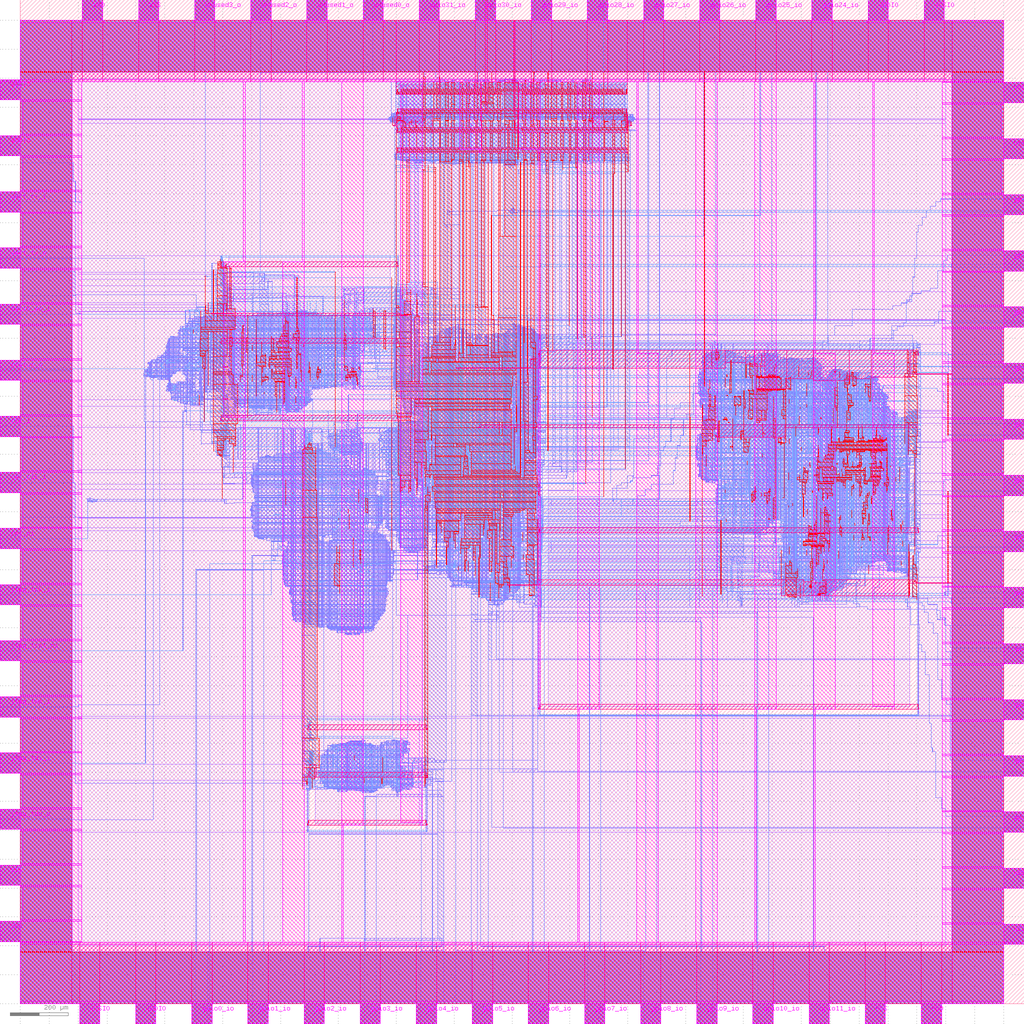
<source format=lef>
VERSION 5.8 ;
BUSBITCHARS "[]" ;
DIVIDERCHAR "/" ;
UNITS
    DATABASE MICRONS 1000 ;
END UNITS

VIA croc_chip_via6_7_10000_10000_5_5_1960_1960
  VIARULE viagen67 ;
  CUTSIZE 0.9 0.9 ;
  LAYERS TopMetal1 TopVia2 TopMetal2 ;
  CUTSPACING 1.06 1.06 ;
  ENCLOSURE 0.5 0.63 0.63 0.5 ;
  ROWCOL 5 5 ;
END croc_chip_via6_7_10000_10000_5_5_1960_1960

VIA croc_chip_via6_7_13330_18000_9_6_1960_1960
  VIARULE viagen67 ;
  CUTSIZE 0.9 0.9 ;
  LAYERS TopMetal1 TopVia2 TopMetal2 ;
  CUTSPACING 1.06 1.06 ;
  ENCLOSURE 1.315 0.71 1.315 0.5 ;
  ROWCOL 9 6 ;
END croc_chip_via6_7_13330_18000_9_6_1960_1960

VIA croc_chip_via6_7_13330_10000_5_6_1960_1960
  VIARULE viagen67 ;
  CUTSIZE 0.9 0.9 ;
  LAYERS TopMetal1 TopVia2 TopMetal2 ;
  CUTSPACING 1.06 1.06 ;
  ENCLOSURE 0.5 0.63 1.315 0.5 ;
  ROWCOL 5 6 ;
END croc_chip_via6_7_13330_10000_5_6_1960_1960

VIA croc_chip_via6_7_20000_10000_5_10_1960_1960
  VIARULE viagen67 ;
  CUTSIZE 0.9 0.9 ;
  LAYERS TopMetal1 TopVia2 TopMetal2 ;
  CUTSPACING 1.06 1.06 ;
  ENCLOSURE 0.5 0.63 0.73 0.5 ;
  ROWCOL 5 10 ;
END croc_chip_via6_7_20000_10000_5_10_1960_1960

VIA croc_chip_via6_7_20000_18000_9_10_1960_1960
  VIARULE viagen67 ;
  CUTSIZE 0.9 0.9 ;
  LAYERS TopMetal1 TopVia2 TopMetal2 ;
  CUTSPACING 1.06 1.06 ;
  ENCLOSURE 0.73 0.71 0.73 0.5 ;
  ROWCOL 9 10 ;
END croc_chip_via6_7_20000_18000_9_10_1960_1960

VIA croc_chip_via6_7_8330_18000_9_4_1960_1960
  VIARULE viagen67 ;
  CUTSIZE 0.9 0.9 ;
  LAYERS TopMetal1 TopVia2 TopMetal2 ;
  CUTSPACING 1.06 1.06 ;
  ENCLOSURE 0.775 0.71 0.775 0.5 ;
  ROWCOL 9 4 ;
END croc_chip_via6_7_8330_18000_9_4_1960_1960

VIA croc_chip_via6_7_8330_10000_5_4_1960_1960
  VIARULE viagen67 ;
  CUTSIZE 0.9 0.9 ;
  LAYERS TopMetal1 TopVia2 TopMetal2 ;
  CUTSPACING 1.06 1.06 ;
  ENCLOSURE 0.5 0.63 0.775 0.5 ;
  ROWCOL 5 4 ;
END croc_chip_via6_7_8330_10000_5_4_1960_1960

VIA croc_chip_via6_7_6000_10000_5_3_1960_1960
  VIARULE viagen67 ;
  CUTSIZE 0.9 0.9 ;
  LAYERS TopMetal1 TopVia2 TopMetal2 ;
  CUTSPACING 1.06 1.06 ;
  ENCLOSURE 0.5 0.63 0.59 0.5 ;
  ROWCOL 5 3 ;
END croc_chip_via6_7_6000_10000_5_3_1960_1960

VIA croc_chip_via6_7_3330_18000_9_1_1960_1960
  VIARULE viagen67 ;
  CUTSIZE 0.9 0.9 ;
  LAYERS TopMetal1 TopVia2 TopMetal2 ;
  CUTSPACING 1.06 1.06 ;
  ENCLOSURE 1.215 0.71 1.215 0.5 ;
  ROWCOL 9 1 ;
END croc_chip_via6_7_3330_18000_9_1_1960_1960

VIA croc_chip_via6_7_3330_10000_5_1_1960_1960
  VIARULE viagen67 ;
  CUTSIZE 0.9 0.9 ;
  LAYERS TopMetal1 TopVia2 TopMetal2 ;
  CUTSPACING 1.06 1.06 ;
  ENCLOSURE 0.5 0.63 1.215 0.5 ;
  ROWCOL 5 1 ;
END croc_chip_via6_7_3330_10000_5_1_1960_1960

VIA croc_chip_via3_4_2000_2000_4_4_480_480
  VIARULE via3Array ;
  CUTSIZE 0.19 0.19 ;
  LAYERS Metal3 Via3 Metal4 ;
  CUTSPACING 0.29 0.29 ;
  ENCLOSURE 0.185 0.05 0.05 0.185 ;
  ROWCOL 4 4 ;
END croc_chip_via3_4_2000_2000_4_4_480_480

VIA croc_chip_via3_4_2000_6000_12_4_480_480
  VIARULE via3Array ;
  CUTSIZE 0.19 0.19 ;
  LAYERS Metal3 Via3 Metal4 ;
  CUTSPACING 0.29 0.29 ;
  ENCLOSURE 0.185 0.05 0.05 0.005 ;
  ROWCOL 12 4 ;
END croc_chip_via3_4_2000_6000_12_4_480_480

VIA croc_chip_via4_5_2000_6000_12_4_480_480
  VIARULE via4Array ;
  CUTSIZE 0.19 0.19 ;
  LAYERS Metal4 Via4 Metal5 ;
  CUTSPACING 0.29 0.29 ;
  ENCLOSURE 0.05 0.005 0.005 0.05 ;
  ROWCOL 12 4 ;
END croc_chip_via4_5_2000_6000_12_4_480_480

VIA croc_chip_via5_6_2000_6000_6_1_840_840
  VIARULE viagen56 ;
  CUTSIZE 0.42 0.42 ;
  LAYERS Metal5 TopVia1 TopMetal1 ;
  CUTSPACING 0.42 0.42 ;
  ENCLOSURE 0.1 0.1 0.42 0.69 ;
  ROWCOL 6 1 ;
END croc_chip_via5_6_2000_6000_6_1_840_840

VIA croc_chip_via4_5_2810_6000_12_6_480_480
  VIARULE via4Array ;
  CUTSIZE 0.19 0.19 ;
  LAYERS Metal4 Via4 Metal5 ;
  CUTSPACING 0.29 0.29 ;
  ENCLOSURE 0.11 0.265 0.005 0.05 ;
  ROWCOL 12 6 ;
END croc_chip_via4_5_2810_6000_12_6_480_480

VIA croc_chip_via5_6_2810_6000_6_2_840_840
  VIARULE viagen56 ;
  CUTSIZE 0.42 0.42 ;
  LAYERS Metal5 TopVia1 TopMetal1 ;
  CUTSPACING 0.42 0.42 ;
  ENCLOSURE 0.1 0.1 0.42 0.69 ;
  ROWCOL 6 2 ;
END croc_chip_via5_6_2810_6000_6_2_840_840

VIA croc_chip_via6_7_6000_6000_3_3_1960_1960
  VIARULE viagen67 ;
  CUTSIZE 0.9 0.9 ;
  LAYERS TopMetal1 TopVia2 TopMetal2 ;
  CUTSPACING 1.06 1.06 ;
  ENCLOSURE 0.5 0.59 0.59 0.5 ;
  ROWCOL 3 3 ;
END croc_chip_via6_7_6000_6000_3_3_1960_1960

MACRO croc_chip
  FOREIGN croc_chip 0 0 ;
  CLASS BLOCK ;
  SIZE 3470 BY 3470 ;
  PIN clk_i
    DIRECTION INPUT ;
    USE SIGNAL ;
    PORT
      LAYER TopMetal2 ;
        RECT  -70 1961 0 2031 ;
    END
  END clk_i
  PIN fetch_en_i
    DIRECTION INPUT ;
    USE SIGNAL ;
    PORT
      LAYER TopMetal2 ;
        RECT  -70 2349 0 2419 ;
    END
  END fetch_en_i
  PIN gpio0_io
    DIRECTION INOUT ;
    USE SIGNAL ;
    PORT
      LAYER TopMetal2 ;
        RECT  593 -70 663 0 ;
    END
  END gpio0_io
  PIN gpio10_io
    DIRECTION INOUT ;
    USE SIGNAL ;
    PORT
      LAYER TopMetal2 ;
        RECT  2533 -70 2603 0 ;
    END
  END gpio10_io
  PIN gpio11_io
    DIRECTION INOUT ;
    USE SIGNAL ;
    PORT
      LAYER TopMetal2 ;
        RECT  2727 -70 2797 0 ;
    END
  END gpio11_io
  PIN gpio12_io
    DIRECTION INOUT ;
    USE SIGNAL ;
    PORT
      LAYER TopMetal2 ;
        RECT  3400 593 3470 663 ;
    END
  END gpio12_io
  PIN gpio13_io
    DIRECTION INOUT ;
    USE SIGNAL ;
    PORT
      LAYER TopMetal2 ;
        RECT  3400 787 3470 857 ;
    END
  END gpio13_io
  PIN gpio14_io
    DIRECTION INOUT ;
    USE SIGNAL ;
    PORT
      LAYER TopMetal2 ;
        RECT  3400 981 3470 1051 ;
    END
  END gpio14_io
  PIN gpio15_io
    DIRECTION INOUT ;
    USE SIGNAL ;
    PORT
      LAYER TopMetal2 ;
        RECT  3400 1175 3470 1245 ;
    END
  END gpio15_io
  PIN gpio16_io
    DIRECTION INOUT ;
    USE SIGNAL ;
    PORT
      LAYER TopMetal2 ;
        RECT  3400 1369 3470 1439 ;
    END
  END gpio16_io
  PIN gpio17_io
    DIRECTION INOUT ;
    USE SIGNAL ;
    PORT
      LAYER TopMetal2 ;
        RECT  3400 1563 3470 1633 ;
    END
  END gpio17_io
  PIN gpio18_io
    DIRECTION INOUT ;
    USE SIGNAL ;
    PORT
      LAYER TopMetal2 ;
        RECT  3400 1757 3470 1827 ;
    END
  END gpio18_io
  PIN gpio19_io
    DIRECTION INOUT ;
    USE SIGNAL ;
    PORT
      LAYER TopMetal2 ;
        RECT  3400 1951 3470 2021 ;
    END
  END gpio19_io
  PIN gpio1_io
    DIRECTION INOUT ;
    USE SIGNAL ;
    PORT
      LAYER TopMetal2 ;
        RECT  787 -70 857 0 ;
    END
  END gpio1_io
  PIN gpio20_io
    DIRECTION INOUT ;
    USE SIGNAL ;
    PORT
      LAYER TopMetal2 ;
        RECT  3400 2145 3470 2215 ;
    END
  END gpio20_io
  PIN gpio21_io
    DIRECTION INOUT ;
    USE SIGNAL ;
    PORT
      LAYER TopMetal2 ;
        RECT  3400 2339 3470 2409 ;
    END
  END gpio21_io
  PIN gpio22_io
    DIRECTION INOUT ;
    USE SIGNAL ;
    PORT
      LAYER TopMetal2 ;
        RECT  3400 2533 3470 2603 ;
    END
  END gpio22_io
  PIN gpio23_io
    DIRECTION INOUT ;
    USE SIGNAL ;
    PORT
      LAYER TopMetal2 ;
        RECT  3400 2727 3470 2797 ;
    END
  END gpio23_io
  PIN gpio24_io
    DIRECTION INOUT ;
    USE SIGNAL ;
    PORT
      LAYER TopMetal2 ;
        RECT  2737 3400 2807 3470 ;
    END
  END gpio24_io
  PIN gpio25_io
    DIRECTION INOUT ;
    USE SIGNAL ;
    PORT
      LAYER TopMetal2 ;
        RECT  2543 3400 2613 3470 ;
    END
  END gpio25_io
  PIN gpio26_io
    DIRECTION INOUT ;
    USE SIGNAL ;
    PORT
      LAYER TopMetal2 ;
        RECT  2349 3400 2419 3470 ;
    END
  END gpio26_io
  PIN gpio27_io
    DIRECTION INOUT ;
    USE SIGNAL ;
    PORT
      LAYER TopMetal2 ;
        RECT  2155 3400 2225 3470 ;
    END
  END gpio27_io
  PIN gpio28_io
    DIRECTION INOUT ;
    USE SIGNAL ;
    PORT
      LAYER TopMetal2 ;
        RECT  1961 3400 2031 3470 ;
    END
  END gpio28_io
  PIN gpio29_io
    DIRECTION INOUT ;
    USE SIGNAL ;
    PORT
      LAYER TopMetal2 ;
        RECT  1767 3400 1837 3470 ;
    END
  END gpio29_io
  PIN gpio2_io
    DIRECTION INOUT ;
    USE SIGNAL ;
    PORT
      LAYER TopMetal2 ;
        RECT  981 -70 1051 0 ;
    END
  END gpio2_io
  PIN gpio30_io
    DIRECTION INOUT ;
    USE SIGNAL ;
    PORT
      LAYER TopMetal2 ;
        RECT  1573 3400 1643 3470 ;
    END
  END gpio30_io
  PIN gpio31_io
    DIRECTION INOUT ;
    USE SIGNAL ;
    PORT
      LAYER TopMetal2 ;
        RECT  1379 3400 1449 3470 ;
    END
  END gpio31_io
  PIN gpio3_io
    DIRECTION INOUT ;
    USE SIGNAL ;
    PORT
      LAYER TopMetal2 ;
        RECT  1175 -70 1245 0 ;
    END
  END gpio3_io
  PIN gpio4_io
    DIRECTION INOUT ;
    USE SIGNAL ;
    PORT
      LAYER TopMetal2 ;
        RECT  1369 -70 1439 0 ;
    END
  END gpio4_io
  PIN gpio5_io
    DIRECTION INOUT ;
    USE SIGNAL ;
    PORT
      LAYER TopMetal2 ;
        RECT  1563 -70 1633 0 ;
    END
  END gpio5_io
  PIN gpio6_io
    DIRECTION INOUT ;
    USE SIGNAL ;
    PORT
      LAYER TopMetal2 ;
        RECT  1757 -70 1827 0 ;
    END
  END gpio6_io
  PIN gpio7_io
    DIRECTION INOUT ;
    USE SIGNAL ;
    PORT
      LAYER TopMetal2 ;
        RECT  1951 -70 2021 0 ;
    END
  END gpio7_io
  PIN gpio8_io
    DIRECTION INOUT ;
    USE SIGNAL ;
    PORT
      LAYER TopMetal2 ;
        RECT  2145 -70 2215 0 ;
    END
  END gpio8_io
  PIN gpio9_io
    DIRECTION INOUT ;
    USE SIGNAL ;
    PORT
      LAYER TopMetal2 ;
        RECT  2339 -70 2409 0 ;
    END
  END gpio9_io
  PIN jtag_tck_i
    DIRECTION INPUT ;
    USE SIGNAL ;
    PORT
      LAYER TopMetal2 ;
        RECT  -70 1379 0 1449 ;
    END
  END jtag_tck_i
  PIN jtag_tdi_i
    DIRECTION INPUT ;
    USE SIGNAL ;
    PORT
      LAYER TopMetal2 ;
        RECT  -70 797 0 867 ;
    END
  END jtag_tdi_i
  PIN jtag_tdo_o
    DIRECTION OUTPUT ;
    USE SIGNAL ;
    PORT
      LAYER TopMetal2 ;
        RECT  -70 603 0 673 ;
    END
  END jtag_tdo_o
  PIN jtag_tms_i
    DIRECTION INPUT ;
    USE SIGNAL ;
    PORT
      LAYER TopMetal2 ;
        RECT  -70 991 0 1061 ;
    END
  END jtag_tms_i
  PIN jtag_trst_ni
    DIRECTION INPUT ;
    USE SIGNAL ;
    PORT
      LAYER TopMetal2 ;
        RECT  -70 1185 0 1255 ;
    END
  END jtag_trst_ni
  PIN ref_clk_i
    DIRECTION INPUT ;
    USE SIGNAL ;
    PORT
      LAYER TopMetal2 ;
        RECT  -70 1767 0 1837 ;
    END
  END ref_clk_i
  PIN rst_ni
    DIRECTION INPUT ;
    USE SIGNAL ;
    PORT
      LAYER TopMetal2 ;
        RECT  -70 1573 0 1643 ;
    END
  END rst_ni
  PIN status_o
    DIRECTION OUTPUT ;
    USE SIGNAL ;
    PORT
      LAYER TopMetal2 ;
        RECT  -70 2155 0 2225 ;
    END
  END status_o
  PIN uart_rx_i
    DIRECTION INPUT ;
    USE SIGNAL ;
    PORT
      LAYER TopMetal2 ;
        RECT  -70 2737 0 2807 ;
    END
  END uart_rx_i
  PIN uart_tx_o
    DIRECTION OUTPUT ;
    USE SIGNAL ;
    PORT
      LAYER TopMetal2 ;
        RECT  -70 2543 0 2613 ;
    END
  END uart_tx_o
  PIN unused0_o
    DIRECTION OUTPUT ;
    USE SIGNAL ;
    PORT
      LAYER TopMetal2 ;
        RECT  1185 3400 1255 3470 ;
    END
  END unused0_o
  PIN unused1_o
    DIRECTION OUTPUT ;
    USE SIGNAL ;
    PORT
      LAYER TopMetal2 ;
        RECT  991 3400 1061 3470 ;
    END
  END unused1_o
  PIN unused2_o
    DIRECTION OUTPUT ;
    USE SIGNAL ;
    PORT
      LAYER TopMetal2 ;
        RECT  797 3400 867 3470 ;
    END
  END unused2_o
  PIN unused3_o
    DIRECTION OUTPUT ;
    USE SIGNAL ;
    PORT
      LAYER TopMetal2 ;
        RECT  603 3400 673 3470 ;
    END
  END unused3_o
  PIN VDD
    DIRECTION INPUT ;
    USE POWER ;
    PORT
      LAYER TopMetal2 ;
        RECT  215 3400 285 3470 ;
    END
    PORT
      LAYER TopMetal2 ;
        RECT  3400 3115 3470 3185 ;
    END
    PORT
      LAYER TopMetal2 ;
        RECT  3115 -70 3185 0 ;
    END
    PORT
      LAYER TopMetal2 ;
        RECT  -70 215 0 285 ;
    END
  END VDD
  PIN VDDIO
    DIRECTION INPUT ;
    USE POWER ;
    PORT
      LAYER TopMetal2 ;
        RECT  2931 3400 3001 3470 ;
    END
    PORT
      LAYER TopMetal2 ;
        RECT  3400 399 3470 469 ;
    END
    PORT
      LAYER TopMetal2 ;
        RECT  399 -70 469 0 ;
    END
    PORT
      LAYER TopMetal2 ;
        RECT  -70 2931 0 3001 ;
    END
  END VDDIO
  PIN VSS
    DIRECTION INPUT ;
    USE GROUND ;
    PORT
      LAYER TopMetal2 ;
        RECT  409 3400 479 3470 ;
    END
    PORT
      LAYER TopMetal2 ;
        RECT  3400 2921 3470 2991 ;
    END
    PORT
      LAYER TopMetal2 ;
        RECT  2921 -70 2991 0 ;
    END
    PORT
      LAYER TopMetal2 ;
        RECT  -70 409 0 479 ;
    END
  END VSS
  PIN VSSIO
    DIRECTION INPUT ;
    USE GROUND ;
    PORT
      LAYER TopMetal2 ;
        RECT  3125 3400 3195 3470 ;
    END
    PORT
      LAYER TopMetal2 ;
        RECT  3400 205 3470 275 ;
    END
    PORT
      LAYER TopMetal2 ;
        RECT  205 -70 275 0 ;
    END
    PORT
      LAYER TopMetal2 ;
        RECT  -70 3125 0 3195 ;
    END
  END VSSIO
  OBS
    LAYER Metal1 ;
     RECT  205 -70 275 0 ;
     RECT  399 -70 469 0 ;
     RECT  593 -70 663 0 ;
     RECT  787 -70 857 0 ;
     RECT  981 -70 1051 0 ;
     RECT  1175 -70 1245 0 ;
     RECT  1369 -70 1439 0 ;
     RECT  1563 -70 1633 0 ;
     RECT  1757 -70 1827 0 ;
     RECT  1951 -70 2021 0 ;
     RECT  2145 -70 2215 0 ;
     RECT  2339 -70 2409 0 ;
     RECT  2533 -70 2603 0 ;
     RECT  2727 -70 2797 0 ;
     RECT  2921 -70 2991 0 ;
     RECT  3115 -70 3185 0 ;
     RECT  0 0 3400 180 ;
     RECT  3220 180 3400 205 ;
     RECT  0 180 180 215 ;
     RECT  3220 205 3470 275 ;
     RECT  -70 215 180 285 ;
     RECT  3220 275 3400 399 ;
     RECT  0 285 180 409 ;
     RECT  3220 399 3470 469 ;
     RECT  -70 409 180 479 ;
     RECT  3220 469 3400 593 ;
     RECT  200.16 200.12 3199.68 593.68 ;
     RECT  0 479 180 603 ;
     RECT  3220 593 3470 663 ;
     RECT  -70 603 180 673 ;
     RECT  200.16 593.68 994.56 772.12 ;
     RECT  1392.56 751.54 1392.72 782.36 ;
     RECT  3220 663 3400 787 ;
     RECT  0 673 180 797 ;
     RECT  1392.08 798.58 1392.24 799 ;
     RECT  1392.08 799 1394.16 824.78 ;
     RECT  200.16 772.12 1001.04 827.3 ;
     RECT  1392.08 824.78 1392.24 829.82 ;
     RECT  3220 787 3470 857 ;
     RECT  -70 797 180 867 ;
     RECT  3220 857 3400 981 ;
     RECT  200.16 827.3 994.56 986.36 ;
     RECT  1020.16 622.46 1379.68 986.36 ;
     RECT  1405.44 593.68 3199.68 986.36 ;
     RECT  0 867 180 991 ;
     RECT  200.16 986.36 3199.68 994.36 ;
     RECT  3220 981 3470 1051 ;
     RECT  -70 991 180 1061 ;
     RECT  3220 1051 3400 1175 ;
     RECT  0 1061 180 1185 ;
     RECT  3220 1175 3470 1245 ;
     RECT  -70 1185 180 1255 ;
     RECT  3220 1245 3400 1369 ;
     RECT  0 1255 180 1379 ;
     RECT  3220 1369 3470 1439 ;
     RECT  -70 1379 180 1449 ;
     RECT  3105.12 994.36 3199.68 1474.1 ;
     RECT  1825.44 1026.24 3074.88 1498.04 ;
     RECT  1825.44 1498.04 3075.44 1499.88 ;
     RECT  3088.72 1494.26 3088.88 1500.3 ;
     RECT  3088.72 1521.98 3088.88 1528.44 ;
     RECT  1825.44 1499.88 3074.88 1529.54 ;
     RECT  1825.44 1529.54 3075.44 1537.1 ;
     RECT  1825.44 1537.1 3081.2 1539.78 ;
     RECT  3098.8 1474.1 3199.68 1544.4 ;
     RECT  3220 1439 3400 1563 ;
     RECT  200.16 994.36 1794.72 1566.08 ;
     RECT  0 1449 180 1573 ;
     RECT  3105.12 1544.4 3199.68 1574.9 ;
     RECT  3097.36 1574.9 3199.68 1577.42 ;
     RECT  1825.44 1539.78 3074.88 1577.715 ;
     RECT  1825.44 1577.715 3074.96 1587.5 ;
     RECT  3096.4 1577.42 3199.68 1600.1 ;
     RECT  3089.68 1600.1 3199.68 1631.18 ;
     RECT  3220 1563 3470 1633 ;
     RECT  200.16 1566.08 1801.04 1634.96 ;
     RECT  -70 1573 180 1643 ;
     RECT  200.16 1634.96 1803.92 1645.88 ;
     RECT  1825.44 1587.5 3077.84 1646.46 ;
     RECT  200.16 1645.88 1805.36 1678.38 ;
     RECT  3088.72 1631.18 3199.68 1678.38 ;
     RECT  200.16 1678.38 1801.04 1680.9 ;
     RECT  3089.2 1678.38 3199.68 1691.24 ;
     RECT  1825.44 1646.46 3074.88 1728.62 ;
     RECT  3084.88 1691.24 3199.68 1728.62 ;
     RECT  3220 1633 3400 1757 ;
     RECT  0 1643 180 1767 ;
     RECT  1825.44 1728.62 3199.68 1773.3 ;
     RECT  200.16 1680.9 1794.72 1778.62 ;
     RECT  200.16 1778.62 1795.28 1796.42 ;
     RECT  3084.88 1773.3 3199.68 1804.38 ;
     RECT  3220 1757 3470 1827 ;
     RECT  3088.72 1804.38 3199.68 1833.78 ;
     RECT  200.16 1796.42 1794.72 1834.9 ;
     RECT  -70 1767 180 1837 ;
     RECT  200.16 1834.9 1795.28 1845.98 ;
     RECT  200.16 1845.98 1794.8 1846.4 ;
     RECT  1825.44 1773.3 3074.88 1867.64 ;
     RECT  1825.44 1867.64 3077.84 1920.3 ;
     RECT  3091.6 1833.78 3199.68 1921.4 ;
     RECT  3088.72 1921.4 3199.68 1940.46 ;
     RECT  3091.6 1940.46 3199.68 1942.98 ;
     RECT  3091.6 1942.98 3091.76 1945.5 ;
     RECT  3220 1827 3400 1951 ;
     RECT  0 1837 180 1961 ;
     RECT  200.16 1846.4 1794.72 1992.28 ;
     RECT  1825.44 1920.3 3074.88 1992.8 ;
     RECT  1303.6 1992.28 1794.72 1992.98 ;
     RECT  3105.12 1942.98 3199.68 2007.08 ;
     RECT  1825.44 1992.8 3075.92 2019.68 ;
     RECT  3088.72 1996.58 3088.88 2019.68 ;
     RECT  3220 1951 3470 2021 ;
     RECT  1825.44 2019.68 3088.88 2027.24 ;
     RECT  3098.8 2007.08 3199.68 2027.24 ;
     RECT  -70 1961 180 2031 ;
     RECT  1825.44 2027.24 3199.68 2041.26 ;
     RECT  3097.36 2041.26 3199.68 2048.82 ;
     RECT  3098.8 2048.82 3199.68 2051.34 ;
     RECT  1825.44 2041.26 3084.08 2053.86 ;
     RECT  200.16 1992.28 694.56 2065.86 ;
     RECT  200.16 2065.86 701.04 2088.54 ;
     RECT  720.16 2022.46 1279.84 2088.54 ;
     RECT  1305.12 1992.98 1794.72 2095.72 ;
     RECT  1305.12 2095.72 1795.28 2103.44 ;
     RECT  1305.12 2103.44 1794.72 2122.6 ;
     RECT  1305.12 2122.6 1795.28 2129.32 ;
     RECT  1303.12 2129.32 1795.28 2129.9 ;
     RECT  1303.12 2129.9 1794.72 2132.42 ;
     RECT  1304.56 2132.42 1794.72 2142.08 ;
     RECT  3220 2021 3400 2145 ;
     RECT  0 2031 180 2155 ;
     RECT  1305.12 2142.08 1794.72 2176.74 ;
     RECT  1298.96 2176.74 1794.72 2181.78 ;
     RECT  1298 2181.78 1794.72 2189.34 ;
     RECT  1295.6 2189.34 1794.72 2198.62 ;
     RECT  1295.6 2198.62 1799.6 2199.04 ;
     RECT  1295.6 2199.04 1800.08 2199.2 ;
     RECT  1295.6 2199.2 1794.72 2205.04 ;
     RECT  3220 2145 3470 2215 ;
     RECT  1297.04 2205.04 1794.72 2219.58 ;
     RECT  1294.16 2219.58 1794.72 2222.1 ;
     RECT  -70 2155 180 2225 ;
     RECT  1293.68 2222.1 1794.72 2227.14 ;
     RECT  1290.32 2227.14 1794.72 2239.36 ;
     RECT  1290.32 2239.36 1794.8 2240.78 ;
     RECT  1290.32 2240.78 1794.72 2242 ;
     RECT  1293.68 2242 1794.72 2249.14 ;
     RECT  1296.08 2249.14 1794.72 2255.74 ;
     RECT  1296.08 2255.74 1794.8 2263.42 ;
     RECT  1297.04 2263.42 1794.8 2279.12 ;
     RECT  1825.44 2053.86 3074.88 2279.12 ;
     RECT  3105.12 2051.34 3199.68 2279.12 ;
     RECT  3220 2215 3400 2339 ;
     RECT  0 2225 180 2349 ;
     RECT  1297.04 2279.12 3199.68 2363.22 ;
     RECT  1289.84 2363.22 3199.68 2364.64 ;
     RECT  1297.04 2364.64 3199.68 2366.32 ;
     RECT  200.16 2088.54 1279.84 2370.52 ;
     RECT  200.16 2370.52 702.48 2391.78 ;
     RECT  200.16 2391.78 704.88 2392.2 ;
     RECT  200.16 2392.2 706.32 2393.46 ;
     RECT  200.16 2393.46 707.28 2406.22 ;
     RECT  3220 2339 3470 2409 ;
     RECT  200.16 2406.22 706.8 2416.3 ;
     RECT  -70 2349 180 2419 ;
     RECT  200.16 2416.3 704.88 2423.86 ;
     RECT  200.16 2423.86 702.48 2461.66 ;
     RECT  1297.52 2366.32 3199.68 2461.66 ;
     RECT  717.68 2370.52 1279.84 2479.3 ;
     RECT  200.16 2461.66 702 2481.82 ;
     RECT  200.16 2481.82 701.52 2504.5 ;
     RECT  200.16 2504.5 701.04 2522.14 ;
     RECT  200.16 2522.14 700.56 2529.28 ;
     RECT  3220 2409 3400 2533 ;
     RECT  0 2419 180 2543 ;
     RECT  200.16 2529.28 694.56 2585.3 ;
     RECT  720.16 2479.3 1279.84 2585.3 ;
     RECT  1305.12 2461.66 3199.68 2585.3 ;
     RECT  3220 2533 3470 2603 ;
     RECT  -70 2543 180 2613 ;
     RECT  3220 2603 3400 2727 ;
     RECT  0 2613 180 2737 ;
     RECT  3220 2727 3470 2797 ;
     RECT  -70 2737 180 2807 ;
     RECT  3220 2797 3400 2921 ;
     RECT  0 2807 180 2931 ;
     RECT  3220 2921 3470 2991 ;
     RECT  -70 2931 180 3001 ;
     RECT  200.16 2585.3 3199.68 3044.1 ;
     RECT  1323.76 3044.1 1325.84 3053.74 ;
     RECT  1323.28 3053.74 1325.84 3054.16 ;
     RECT  1338.16 3044.1 1339.28 3054.16 ;
     RECT  2012.56 3044.1 2012.72 3054.16 ;
     RECT  2043.28 3044.1 2043.44 3054.16 ;
     RECT  2055.28 3044.1 2055.44 3054.16 ;
     RECT  2065.36 3053.74 2065.52 3054.16 ;
     RECT  2078.8 3044.1 2081.36 3054.16 ;
     RECT  1323.28 3054.16 1339.28 3054.58 ;
     RECT  2025.52 3053.74 2025.68 3054.58 ;
     RECT  2035.6 3054.16 2043.44 3054.58 ;
     RECT  2055.28 3054.16 2081.36 3054.58 ;
     RECT  1323.28 3054.58 1341.68 3055 ;
     RECT  1401.04 3054.58 1401.2 3055 ;
     RECT  1979.92 3054.16 1980.08 3055 ;
     RECT  200.16 3044.1 1302.8 3055.42 ;
     RECT  1378.48 3054.16 1378.64 3055.42 ;
     RECT  200.16 3055.42 1310 3055.84 ;
     RECT  1378.48 3055.42 1380.08 3055.84 ;
     RECT  1581.04 3055.42 1581.2 3055.84 ;
     RECT  1614.16 3055.42 1614.32 3055.84 ;
     RECT  2002 3054.16 2002.16 3055.84 ;
     RECT  2025.52 3054.58 2081.36 3055.84 ;
     RECT  2092.72 3044.1 3199.68 3055.84 ;
     RECT  1700.08 3055.84 1700.24 3056.26 ;
     RECT  1998.16 3055.84 2002.16 3056.68 ;
     RECT  2012.56 3054.16 2013.2 3056.68 ;
     RECT  200.16 3055.84 1310.48 3057.1 ;
     RECT  1321.36 3055 1341.68 3057.1 ;
     RECT  1632.88 3056.68 1633.04 3057.1 ;
     RECT  1923.28 3055.42 1923.44 3057.94 ;
     RECT  200.16 3057.1 1341.68 3059.1 ;
     RECT  1352.08 3044.1 1353.2 3059.1 ;
     RECT  1363.6 3044.1 1363.76 3059.1 ;
     RECT  1374.64 3055.84 1380.08 3059.1 ;
     RECT  1391.92 3055 1402.64 3059.1 ;
     RECT  1420.72 3055.84 1420.88 3059.1 ;
     RECT  1442.8 3055.84 1442.96 3059.1 ;
     RECT  1467.76 3055.84 1467.92 3059.1 ;
     RECT  1534.96 3055.84 1535.12 3059.1 ;
     RECT  1555.12 3055.84 1555.28 3059.1 ;
     RECT  1566.16 3055.42 1566.32 3059.1 ;
     RECT  1581.04 3055.84 1589.84 3059.1 ;
     RECT  1600.72 3055.84 1600.88 3059.1 ;
     RECT  1614.16 3055.84 1622.96 3059.1 ;
     RECT  1632.88 3057.1 1634.48 3059.1 ;
     RECT  1644.88 3055.42 1645.04 3059.1 ;
     RECT  1694.8 3056.26 1700.24 3059.1 ;
     RECT  1754.8 3055.84 1754.96 3059.1 ;
     RECT  1768.72 3055.84 1777.52 3059.1 ;
     RECT  1788.4 3055.84 1788.56 3059.1 ;
     RECT  1810.96 3055.84 1811.12 3059.1 ;
     RECT  1833.52 3055.84 1833.68 3059.1 ;
     RECT  1855.6 3055.84 1855.76 3059.1 ;
     RECT  1878.16 3055.84 1878.32 3059.1 ;
     RECT  1922.8 3057.94 1924.88 3059.1 ;
     RECT  1942.96 3055.42 1943.12 3059.1 ;
     RECT  1979.92 3055 1988.24 3059.1 ;
     RECT  1998.16 3056.68 2013.2 3059.1 ;
     RECT  2025.52 3055.84 3199.68 3059.1 ;
     RECT  3220 2991 3400 3115 ;
     RECT  0 3001 180 3125 ;
     RECT  3220 3115 3470 3185 ;
     RECT  -70 3125 180 3195 ;
     RECT  200.16 3059.1 3199.68 3198.1 ;
     RECT  0 3195 180 3220 ;
     RECT  3220 3185 3400 3220 ;
     RECT  0 3220 3400 3400 ;
     RECT  215 3400 285 3470 ;
     RECT  409 3400 479 3470 ;
     RECT  603 3400 673 3470 ;
     RECT  797 3400 867 3470 ;
     RECT  991 3400 1061 3470 ;
     RECT  1185 3400 1255 3470 ;
     RECT  1379 3400 1449 3470 ;
     RECT  1573 3400 1643 3470 ;
     RECT  1767 3400 1837 3470 ;
     RECT  1961 3400 2031 3470 ;
     RECT  2155 3400 2225 3470 ;
     RECT  2349 3400 2419 3470 ;
     RECT  2543 3400 2613 3470 ;
     RECT  2737 3400 2807 3470 ;
     RECT  2931 3400 3001 3470 ;
     RECT  3125 3400 3195 3470 ;
    LAYER Metal2 ;
     RECT  -70 215 0 285 ;
     RECT  -70 409 0 479 ;
     RECT  -70 603 0 673 ;
     RECT  -70 797 0 867 ;
     RECT  -70 991 0 1061 ;
     RECT  -70 1185 0 1255 ;
     RECT  -70 1379 0 1449 ;
     RECT  -70 1573 0 1643 ;
     RECT  -70 1767 0 1837 ;
     RECT  -70 1961 0 2031 ;
     RECT  -70 2155 0 2225 ;
     RECT  -70 2349 0 2419 ;
     RECT  -70 2543 0 2613 ;
     RECT  -70 2737 0 2807 ;
     RECT  -70 2931 0 3001 ;
     RECT  -70 3125 0 3195 ;
     RECT  0 0 180 3400 ;
     RECT  180 2448.08 190.46 2448.28 ;
     RECT  180 2843.72 191.14 2843.92 ;
     RECT  190.46 2448.08 191.62 2451.64 ;
     RECT  191.42 2387.6 200.905 2387.8 ;
     RECT  190.94 2773.16 200.905 2773.36 ;
     RECT  200.905 2387.585 201.4 2387.815 ;
     RECT  200.905 2773.145 201.4 2773.375 ;
     RECT  201.4 2386.75 203.9 2387.815 ;
     RECT  201.4 2772.31 203.9 2773.375 ;
     RECT  180 0 205 180 ;
     RECT  203.9 2384.24 208.355 2387.815 ;
     RECT  203.9 2769.8 208.355 2773.375 ;
     RECT  208.355 2384.24 208.805 2386.98 ;
     RECT  208.355 2769.8 208.805 2772.54 ;
     RECT  208.805 2384.24 209.38 2386.96 ;
     RECT  208.805 2769.8 209.38 2770 ;
     RECT  180 3220 215 3400 ;
     RECT  229.34 1745 230.3 1745.2 ;
     RECT  230.3 1744.58 230.78 1745.2 ;
     RECT  230.78 1741.64 231.26 1745.2 ;
     RECT  231.26 1736.6 233.18 1745.2 ;
     RECT  233.18 1735.34 237.98 1745.2 ;
     RECT  237.98 1735.34 243.94 1748.98 ;
     RECT  243.94 1735.34 251.075 1745.215 ;
     RECT  251.075 1735.34 265.06 1744.78 ;
     RECT  205 -70 275 180 ;
     RECT  215 3220 285 3470 ;
     RECT  265.06 1737.44 288.1 1744.78 ;
     RECT  275 0 399 180 ;
     RECT  285 3220 409 3400 ;
     RECT  425.66 2172.14 426.56 2172.34 ;
     RECT  426.56 2171.13 427.58 2172.34 ;
     RECT  180 2577.86 428.26 2578.06 ;
     RECT  429.5 2189.78 430.4 2189.98 ;
     RECT  427.58 2167.1 432.38 2179.9 ;
     RECT  430.4 2189.78 432.38 2190.99 ;
     RECT  432.38 2167.1 438.14 2190.99 ;
     RECT  438.14 2167.1 438.34 2195.02 ;
     RECT  438.34 2167.52 440.54 2195.02 ;
     RECT  440.54 2167.52 441.44 2201.74 ;
     RECT  440.54 2212.04 442.4 2216.86 ;
     RECT  441.44 2167.52 442.46 2201.775 ;
     RECT  442.4 2212.04 443.42 2216.895 ;
     RECT  442.46 2167.52 446.3 2202.16 ;
     RECT  443.42 2212.04 446.3 2217.28 ;
     RECT  446.3 2167.52 448.22 2217.28 ;
     RECT  448.22 2165 450.14 2217.28 ;
     RECT  450.14 2165 450.62 2221.06 ;
     RECT  450.62 2160.38 451.3 2221.9 ;
     RECT  451.3 2165 453.445 2221.9 ;
     RECT  453.445 2165 454.46 2225.26 ;
     RECT  454.46 2165 455.14 2225.68 ;
     RECT  180 635.78 459.94 635.98 ;
     RECT  455.14 2166.68 466.46 2225.68 ;
     RECT  399 -70 469 180 ;
     RECT  466.46 2164.16 470.3 2225.68 ;
     RECT  470.3 2164.16 471.26 2228.2 ;
     RECT  471.26 2164.16 472.22 2229.88 ;
     RECT  472.22 2164.16 472.7 2232.4 ;
     RECT  472.7 2164.16 475.1 2234.08 ;
     RECT  475.1 2157.44 475.3 2239.96 ;
     RECT  475.3 2157.44 478.9 2157.64 ;
     RECT  409 3220 479 3470 ;
     RECT  475.3 2167.1 481.85 2239.96 ;
     RECT  481.85 2167.1 481.92 2240.3 ;
     RECT  201.5 1033.1 482.02 1033.3 ;
     RECT  479.675 2156.6 488.06 2156.8 ;
     RECT  481.92 2167.1 488.06 2240.38 ;
     RECT  488.06 2156.6 489.5 2240.38 ;
     RECT  489.5 2156.6 495.74 2243.74 ;
     RECT  495.74 2156.6 496.7 2248.36 ;
     RECT  496.7 2156.6 501.02 2251.3 ;
     RECT  501.02 2156.6 501.5 2255.5 ;
     RECT  501.5 2156.6 502.4 2258.02 ;
     RECT  502.4 2156.6 503.9 2259.03 ;
     RECT  503.42 2270 503.9 2270.2 ;
     RECT  503.9 2156.6 505.34 2270.2 ;
     RECT  504.38 2117.96 506.24 2121.94 ;
     RECT  506.78 2136.86 507.26 2137.06 ;
     RECT  507.26 2133.08 507.68 2137.06 ;
     RECT  505.34 2156.6 508.22 2278.18 ;
     RECT  507.68 2133.08 509.18 2138.07 ;
     RECT  509.18 2133.08 510.025 2144.62 ;
     RECT  508.22 2156.6 510.025 2285.74 ;
     RECT  510.025 2133.065 510.08 2144.62 ;
     RECT  506.24 2117.96 511.1 2122.95 ;
     RECT  510.08 2133.065 511.1 2145.63 ;
     RECT  510.025 2156.6 511.58 2289.535 ;
     RECT  511.58 2156.6 512.3 2296.24 ;
     RECT  512.3 2156.6 512.54 2297.5 ;
     RECT  511.1 2117.96 513.02 2145.63 ;
     RECT  512.54 2156.6 513.02 2300.02 ;
     RECT  513.02 2117.96 515.36 2300.02 ;
     RECT  515.36 2117.96 516.38 2300.055 ;
     RECT  516.38 2117.96 517.54 2300.44 ;
     RECT  517.54 2165 518.02 2300.44 ;
     RECT  518.02 2167.94 518.78 2300.44 ;
     RECT  517.54 2117.96 519.26 2149.24 ;
     RECT  519.26 2111.66 519.74 2149.24 ;
     RECT  519.74 2108.3 520.9 2149.24 ;
     RECT  521.66 2099.06 522.14 2099.26 ;
     RECT  520.9 2108.3 522.14 2145.88 ;
     RECT  521.66 2088.98 522.56 2089.18 ;
     RECT  522.56 2087.97 522.62 2089.18 ;
     RECT  522.14 2099.06 522.62 2145.88 ;
     RECT  518.78 2167.94 524.06 2306.74 ;
     RECT  524.06 2167.94 524.245 2308 ;
     RECT  524.245 2171.3 525.7 2308 ;
     RECT  522.62 2087.97 526.18 2145.88 ;
     RECT  525.7 2178.02 528.1 2308 ;
     RECT  528.1 2178.02 530.98 2306.74 ;
     RECT  526.18 2087.97 531.26 2143.78 ;
     RECT  530.98 2178.44 532.66 2306.74 ;
     RECT  531.26 2087.72 536.06 2143.78 ;
     RECT  536.06 2084.78 536.96 2143.78 ;
     RECT  532.66 2178.44 537.7 2305.06 ;
     RECT  537.7 2181.8 538.18 2305.06 ;
     RECT  538.18 2183.06 539.14 2305.06 ;
     RECT  536.96 2084.745 541.26 2143.78 ;
     RECT  544.14 2318.72 544.22 2318.92 ;
     RECT  539.14 2186.42 544.7 2305.06 ;
     RECT  541.26 2084.745 545.18 2149.66 ;
     RECT  545.18 2081.42 546.08 2149.66 ;
     RECT  544.22 2318.72 547.1 2319.76 ;
     RECT  547.1 2318.72 548 2330.26 ;
     RECT  544.7 2186.42 548.54 2308.84 ;
     RECT  548 2318.72 548.54 2330.295 ;
     RECT  548.54 2186.42 549.02 2330.295 ;
     RECT  546.08 2080.41 552.3 2149.66 ;
     RECT  549.02 2186.42 553.34 2330.68 ;
     RECT  552.38 2341.82 553.34 2342.02 ;
     RECT  552.3 2076.38 554.5 2149.66 ;
     RECT  553.34 2186.42 562.18 2342.02 ;
     RECT  558.14 2175.5 562.46 2175.7 ;
     RECT  562.18 2186.42 562.46 2248.36 ;
     RECT  562.18 2257.82 563.36 2342.02 ;
     RECT  554.5 2076.46 563.82 2149.66 ;
     RECT  563.82 2073.86 564.595 2149.66 ;
     RECT  562.46 2175.5 566.02 2248.36 ;
     RECT  562.46 2050.34 568.22 2050.54 ;
     RECT  566.02 2175.5 568.22 2240.38 ;
     RECT  568.22 2046.98 569.18 2050.54 ;
     RECT  569.18 2046.98 570.14 2051.38 ;
     RECT  563.36 2257.82 570.62 2342.19 ;
     RECT  564.595 2073.02 572.54 2149.66 ;
     RECT  568.22 2172.56 572.54 2240.38 ;
     RECT  571.58 2000.78 573.385 2001.4 ;
     RECT  570.62 2257.82 573.98 2342.86 ;
     RECT  570.14 2046.98 574.18 2053.48 ;
     RECT  572.54 2073.02 575.42 2240.38 ;
     RECT  573.385 2000.78 576.1 2002.255 ;
     RECT  575.42 2073.02 577.82 2245.42 ;
     RECT  573.98 2257.82 577.82 2343.28 ;
     RECT  574.18 2050.34 578.02 2050.54 ;
     RECT  577.82 2073.02 578.5 2352.94 ;
     RECT  578.5 2167.52 578.72 2352.94 ;
     RECT  578.72 2167.52 579.01 2352.975 ;
     RECT  576.1 2001.19 580.835 2002.255 ;
     RECT  580.835 2001.19 581.285 2001.42 ;
     RECT  578.5 2073.02 586.46 2157.64 ;
     RECT  586.46 2071.76 587.9 2157.64 ;
     RECT  579.01 2167.52 588.38 2352.94 ;
     RECT  587.9 2070.08 590.18 2157.64 ;
     RECT  588.38 2167.1 590.18 2352.94 ;
     RECT  581.285 2001.2 590.3 2001.4 ;
     RECT  590.3 2000.78 590.5 2001.4 ;
     RECT  590.18 2070.08 592.22 2352.94 ;
     RECT  469 0 593 180 ;
     RECT  592.22 2070.08 593.18 2353.36 ;
     RECT  593.18 2070.08 594.62 2356.72 ;
     RECT  594.62 2070.08 595.04 2359.66 ;
     RECT  581.66 2368.7 595.04 2368.9 ;
     RECT  595.04 2070.08 596.06 2368.9 ;
     RECT  479 3220 603 3400 ;
     RECT  596.06 2068.4 604.155 2368.9 ;
     RECT  604.155 2068.9 604.24 2368.9 ;
     RECT  604.24 2069.395 604.9 2368.9 ;
     RECT  604.9 2069.395 605.38 2124.04 ;
     RECT  593 -70 606.38 180 ;
     RECT  606.38 -70 606.82 180.7 ;
     RECT  605.38 2069.395 607.05 2122.95 ;
     RECT  191.62 2451.44 609.22 2451.64 ;
     RECT  607.05 2069.66 618.14 2122.95 ;
     RECT  604.9 2132.66 618.62 2368.9 ;
     RECT  618.14 2069.24 619.1 2122.95 ;
     RECT  618.62 2132.66 619.1 2371.42 ;
     RECT  619.1 2069.24 619.3 2372.68 ;
     RECT  619.3 2069.24 622.18 2371.84 ;
     RECT  586.94 1983.98 622.46 1984.18 ;
     RECT  622.18 2069.24 622.66 2074.48 ;
     RECT  622.18 2084.36 623.62 2371.84 ;
     RECT  623.62 2084.78 624.085 2371.84 ;
     RECT  622.66 2071.76 624.1 2074.48 ;
     RECT  624.085 2085.62 626.5 2371.84 ;
     RECT  626.3 1934.42 626.98 1935.46 ;
     RECT  626.5 2085.62 627.46 2168.31 ;
     RECT  627.46 2085.62 628.9 2108.5 ;
     RECT  624.1 2071.76 629.86 2071.96 ;
     RECT  628.9 2088.98 630.09 2108.5 ;
     RECT  630.09 2108.3 630.34 2108.5 ;
     RECT  626.5 2178.02 630.62 2371.84 ;
     RECT  630.62 2178.02 633.5 2375.62 ;
     RECT  630.09 2088.98 633.7 2099.68 ;
     RECT  627.46 2118.38 635.42 2168.31 ;
     RECT  633.5 2178.02 635.42 2376.04 ;
     RECT  635.42 2118.38 635.9 2376.04 ;
     RECT  428.06 2012.12 636.86 2012.32 ;
     RECT  635.9 2118.38 637.28 2378.56 ;
     RECT  637.28 2118.38 638.665 2379.99 ;
     RECT  637.34 2512.76 638.665 2512.96 ;
     RECT  638.665 2115.425 639.16 2379.99 ;
     RECT  639.16 2114.59 640.22 2379.99 ;
     RECT  640.22 2114.59 640.42 2382.76 ;
     RECT  629.66 1974.32 640.7 1974.52 ;
     RECT  288.1 1737.44 640.9 1744.36 ;
     RECT  640.7 1973.48 640.9 1974.52 ;
     RECT  640.42 2114.59 644.725 2379.99 ;
     RECT  638.665 2512.76 646.115 2516.335 ;
     RECT  644.725 2114.59 646.565 2378.98 ;
     RECT  646.115 2512.76 646.565 2515.5 ;
     RECT  606.82 -70 647.9 180 ;
     RECT  646.565 2512.76 649.06 2512.96 ;
     RECT  590.5 2000.78 649.225 2000.98 ;
     RECT  647.9 -70 654.82 180.7 ;
     RECT  646.565 2114.6 656.165 2378.98 ;
     RECT  649.225 2000.78 656.675 2002.255 ;
     RECT  656.165 2114.6 656.74 2122.36 ;
     RECT  656.675 2000.78 657.7 2002.24 ;
     RECT  656.165 2131.4 659.14 2378.98 ;
     RECT  659.14 2261.18 660.1 2378.98 ;
     RECT  660.1 2292.09 660.38 2378.98 ;
     RECT  660.38 2292.09 661.34 2379.82 ;
     RECT  626.98 1935.26 662.78 1935.46 ;
     RECT  654.82 -70 663 180 ;
     RECT  661.34 2292.09 663.66 2380.24 ;
     RECT  656.74 2120.9 664.62 2122.36 ;
     RECT  659.14 2131.4 664.62 2251.72 ;
     RECT  664.62 2120.9 669.385 2251.72 ;
     RECT  660.1 2261.18 669.385 2282.38 ;
     RECT  640.9 1973.48 669.5 1973.68 ;
     RECT  622.46 1983.14 669.5 1984.18 ;
     RECT  669.385 2120.9 669.5 2282.38 ;
     RECT  663.66 2292.09 669.5 2383.6 ;
     RECT  669.5 2120.9 670.01 2383.6 ;
     RECT  670.01 2120.9 670.08 2383.94 ;
     RECT  603 3220 673 3470 ;
     RECT  669.5 1973.48 675.74 1984.18 ;
     RECT  670.08 2120.9 677.66 2384.02 ;
     RECT  677.66 2116.28 679.78 2384.02 ;
     RECT  675.26 1905.86 680.06 1906.06 ;
     RECT  633.7 2088.98 680.06 2092.12 ;
     RECT  679.78 2220.02 680.26 2384.02 ;
     RECT  679.58 1894.1 681.98 1894.3 ;
     RECT  662.78 1935.26 682.46 1938.4 ;
     RECT  681.98 1894.1 682.94 1896.4 ;
     RECT  680.06 1905.86 682.94 1911.52 ;
     RECT  680.06 2088.98 683.305 2096.32 ;
     RECT  679.78 2116.28 684.81 2210.06 ;
     RECT  684.81 2116.28 688.42 2189.56 ;
     RECT  684.81 2198.18 688.9 2210.06 ;
     RECT  688.9 2201.12 689.66 2210.06 ;
     RECT  680.26 2220.02 689.66 2383.6 ;
     RECT  675.74 1966.34 690.62 1984.18 ;
     RECT  636.86 2012.12 690.62 2012.74 ;
     RECT  689.66 2201.12 690.62 2383.6 ;
     RECT  690.62 2201.12 691.1 2411.74 ;
     RECT  690.62 2012.12 691.58 2019.46 ;
     RECT  691.1 2201.12 691.58 2416.36 ;
     RECT  690.62 1966.34 692.06 1990.06 ;
     RECT  691.58 2201.12 692.06 2422.24 ;
     RECT  692.06 2201.12 692.54 2423.92 ;
     RECT  682.46 1935.26 692.905 1944.28 ;
     RECT  675.26 2437.58 693.02 2437.78 ;
     RECT  678.62 1925.18 693.4 1925.38 ;
     RECT  692.905 1933.985 693.4 1944.28 ;
     RECT  693.02 2437.16 693.5 2437.78 ;
     RECT  691.58 2012.12 693.98 2023.66 ;
     RECT  683.305 2087.705 693.98 2096.32 ;
     RECT  688.42 2116.28 693.98 2187.88 ;
     RECT  692.06 2466.98 693.98 2467.18 ;
     RECT  683.42 2487.14 693.98 2487.34 ;
     RECT  692.06 2497.22 693.98 2497.84 ;
     RECT  692.06 1966.34 694.94 1990.48 ;
     RECT  693.4 1925.18 696.38 1944.28 ;
     RECT  640.9 1737.44 696.745 1743.94 ;
     RECT  693.5 2437.16 696.86 2441.14 ;
     RECT  693.98 2459.84 696.86 2467.18 ;
     RECT  694.94 1966.34 697.34 1991.32 ;
     RECT  693.98 2075.96 698.3 2187.88 ;
     RECT  692.54 2201.12 698.3 2426.44 ;
     RECT  696.86 2435.48 698.3 2441.14 ;
     RECT  693.98 2482.52 698.3 2507.08 ;
     RECT  675.74 2522.42 698.3 2522.62 ;
     RECT  676.22 2534.6 698.3 2534.8 ;
     RECT  662.78 2560.22 698.3 2560.42 ;
     RECT  693.98 2012.12 698.5 2030.8 ;
     RECT  698.5 2030.56 698.78 2030.8 ;
     RECT  693.98 2059.16 698.78 2059.36 ;
     RECT  682.94 1894.1 699.26 1911.52 ;
     RECT  696.38 1922.66 699.26 1944.28 ;
     RECT  672.86 1955 699.26 1955.2 ;
     RECT  697.34 1963.82 699.26 1991.32 ;
     RECT  698.3 2073.4 699.26 2187.88 ;
     RECT  699.26 1894.1 699.74 1944.28 ;
     RECT  699.26 1955 699.74 1991.32 ;
     RECT  698.78 2057.48 699.74 2059.36 ;
     RECT  699.26 2070.88 699.74 2187.88 ;
     RECT  699.74 2046.14 699.98 2046.34 ;
     RECT  699.74 2057.48 699.98 2192.5 ;
     RECT  698.3 2201.12 699.98 2426.86 ;
     RECT  698.3 2435.48 699.98 2448.28 ;
     RECT  696.86 2458.16 699.98 2467.18 ;
     RECT  698.3 2482.52 699.98 2537.74 ;
     RECT  698.3 2553.5 699.98 2573.02 ;
     RECT  698.78 2030.56 700 2035.8 ;
     RECT  699.98 2046.14 700 2469.14 ;
     RECT  699.98 2481.74 700 2539.7 ;
     RECT  699.98 2552.3 700 2574.98 ;
     RECT  700 2030.56 700.72 2580.12 ;
     RECT  700.72 2569.84 700.9 2578.06 ;
     RECT  700.72 2030.6 701.06 2529.72 ;
     RECT  699.74 1894.1 701.18 1991.32 ;
     RECT  657.7 2001.2 701.18 2001.4 ;
     RECT  700.9 2569.84 701.38 2570.04 ;
     RECT  700.72 2542.12 702.34 2542.32 ;
     RECT  699.74 1824.38 703.1 1824.58 ;
     RECT  701.06 2030.6 703.46 2527.2 ;
     RECT  701.18 1894.1 704.06 2001.4 ;
     RECT  696.745 1737.44 704.195 1745.215 ;
     RECT  703.46 2086 704.42 2255.04 ;
     RECT  703.46 2264.92 704.42 2527.2 ;
     RECT  704.195 1737.44 704.645 1744.38 ;
     RECT  704.06 1889.9 705.5 2001.4 ;
     RECT  700.72 2552.66 705.7 2552.86 ;
     RECT  704.645 1737.44 705.865 1744.36 ;
     RECT  704.42 2391.76 706.34 2527.2 ;
     RECT  705.865 1729.865 706.36 1744.36 ;
     RECT  704.42 2264.92 706.82 2381.04 ;
     RECT  706.34 2416.12 706.82 2527.2 ;
     RECT  703.46 2030.6 707.14 2066.5 ;
     RECT  704.42 2086 707.3 2224.8 ;
     RECT  704.42 2234.68 707.3 2255.04 ;
     RECT  706.82 2264.92 707.3 2282.76 ;
     RECT  706.82 2291.38 707.3 2381.04 ;
     RECT  706.34 2391.76 707.3 2406.24 ;
     RECT  703.1 1817.66 707.42 1824.58 ;
     RECT  694.94 1854.62 708.38 1854.82 ;
     RECT  705.5 1884.86 709.82 2001.4 ;
     RECT  708.38 1854.62 710.3 1856.08 ;
     RECT  706.94 1869.74 710.3 1869.94 ;
     RECT  707.3 2088.52 710.66 2108.88 ;
     RECT  706.82 2421.16 710.66 2527.2 ;
     RECT  710.66 2094.4 711.14 2108.88 ;
     RECT  709.82 1882.76 711.46 2001.4 ;
     RECT  707.3 2234.68 711.62 2247.48 ;
     RECT  711.46 1882.76 711.94 1991.32 ;
     RECT  707.3 2141.44 712.1 2146.68 ;
     RECT  706.36 1729.03 712.7 1744.36 ;
     RECT  712.7 1728.62 712.9 1744.36 ;
     RECT  707.3 2277.52 713.06 2280.24 ;
     RECT  712.9 1728.62 713.315 1730.095 ;
     RECT  713.315 1728.62 714.34 1730.08 ;
     RECT  711.14 2094.4 714.5 2106.36 ;
     RECT  707.3 2291.38 717.66 2345.34 ;
     RECT  707.3 2354.38 717.66 2381.04 ;
     RECT  714.5 2094.82 717.86 2106.36 ;
     RECT  710.66 2421.16 717.86 2479.32 ;
     RECT  707.3 2174.2 719.58 2192.04 ;
     RECT  707.3 2204.02 719.58 2204.64 ;
     RECT  707.3 2216.62 719.58 2224.8 ;
     RECT  707.14 2033.08 720.1 2066.5 ;
     RECT  717.86 2421.16 720.26 2476.8 ;
     RECT  719.58 2163.7 720.74 2195.4 ;
     RECT  711.62 2234.68 720.905 2244.96 ;
     RECT  713.06 2280.04 720.905 2280.24 ;
     RECT  717.66 2291.38 721.22 2381.04 ;
     RECT  707.3 2121.28 721.385 2129.04 ;
     RECT  720.905 2261.965 721.4 2262.195 ;
     RECT  712.1 2146.06 721.98 2146.68 ;
     RECT  720.74 2163.7 721.98 2194.98 ;
     RECT  719.58 2204.02 721.98 2224.8 ;
     RECT  720.905 2234.68 721.98 2252.115 ;
     RECT  721.385 2121.28 722.46 2131.155 ;
     RECT  721.98 2141.44 722.46 2146.68 ;
     RECT  717.86 2106.16 722.94 2106.36 ;
     RECT  722.46 2119.6 722.94 2131.155 ;
     RECT  722.46 2141.44 722.94 2150.88 ;
     RECT  721.98 2159.92 722.94 2194.98 ;
     RECT  720.26 2466.52 723.14 2476.8 ;
     RECT  721.98 2204.02 723.42 2252.115 ;
     RECT  721.4 2261.965 723.42 2263.03 ;
     RECT  707.3 2391.76 723.62 2401.2 ;
     RECT  720.905 2280.04 724.38 2282.355 ;
     RECT  721.22 2291.38 724.38 2377.68 ;
     RECT  723.42 2204.02 724.86 2263.03 ;
     RECT  724.38 2278.36 724.86 2377.68 ;
     RECT  717.86 2094.82 725.705 2095.44 ;
     RECT  723.14 2469.04 726.02 2476.8 ;
     RECT  720.26 2421.16 727.94 2456.64 ;
     RECT  722.94 2106.16 729.18 2194.98 ;
     RECT  724.86 2204.02 729.18 2377.68 ;
     RECT  726.02 2469.04 729.86 2472.18 ;
     RECT  729.18 2106.16 733.5 2377.68 ;
     RECT  725.705 2088.085 733.98 2095.44 ;
     RECT  733.5 2105.32 733.98 2377.68 ;
     RECT  733.865 2072.965 734.36 2073.195 ;
     RECT  727.94 2426.2 735.62 2456.64 ;
     RECT  720.1 2033.08 735.9 2063.52 ;
     RECT  733.98 2088.085 737.34 2377.68 ;
     RECT  734.36 2072.965 737.82 2074.03 ;
     RECT  737.82 2072.965 738.3 2076.54 ;
     RECT  737.34 2085.16 738.3 2377.68 ;
     RECT  735.9 2033.08 739.145 2063.94 ;
     RECT  738.3 2072.965 739.145 2377.68 ;
     RECT  714.34 1729.88 741.5 1730.08 ;
     RECT  701.66 1798.34 741.5 1798.54 ;
     RECT  707.42 1817.66 741.5 1832.56 ;
     RECT  710.3 1854.62 741.5 1869.94 ;
     RECT  739.145 2033.08 741.66 2377.68 ;
     RECT  741.5 1729.88 741.7 1731.34 ;
     RECT  741.5 1798.34 741.7 1799.8 ;
     RECT  741.5 1854.62 741.7 1870.36 ;
     RECT  711.94 1882.76 741.7 1990.48 ;
     RECT  741.7 1882.76 752.425 1988.8 ;
     RECT  752.425 1882.76 752.92 1989.655 ;
     RECT  752.92 1882.76 762.62 1990.49 ;
     RECT  711.46 2001.2 762.82 2001.4 ;
     RECT  741.5 1817.66 768.86 1832.98 ;
     RECT  712.9 1743.74 769.06 1743.94 ;
     RECT  741.7 1799.6 783.74 1799.8 ;
     RECT  768.86 1811.78 783.74 1832.98 ;
     RECT  663 0 787 180 ;
     RECT  741.66 2033.08 791.1 2378.1 ;
     RECT  795.26 1706.36 796.22 1710.76 ;
     RECT  673 3220 797 3400 ;
     RECT  796.22 1703.42 797.12 1710.76 ;
     RECT  180 1681.16 797.66 1681.36 ;
     RECT  797.12 1702.41 798.14 1710.76 ;
     RECT  798.14 1702.41 799.04 1717.9 ;
     RECT  799.04 1702.41 799.1 1717.935 ;
     RECT  783.74 1799.6 799.1 1832.98 ;
     RECT  797.66 1681.16 799.58 1688.5 ;
     RECT  799.1 1702.41 799.58 1721.68 ;
     RECT  799.1 1792.88 800.54 1832.98 ;
     RECT  799.1 1665.62 800.96 1669.6 ;
     RECT  800.54 1649.24 801.02 1653.22 ;
     RECT  799.58 1681.16 801.98 1721.68 ;
     RECT  741.7 1731.14 801.98 1731.34 ;
     RECT  801.02 1642.94 802.4 1653.22 ;
     RECT  735.62 2436.28 802.82 2456.64 ;
     RECT  802.4 1642.94 802.88 1654.23 ;
     RECT  802.88 1641.93 802.94 1654.23 ;
     RECT  802.46 1769.78 803.36 1770.82 ;
     RECT  787 -70 803.42 180 ;
     RECT  741.7 1855.04 803.42 1870.36 ;
     RECT  802.94 1635.38 803.84 1654.23 ;
     RECT  800.54 1549.28 803.9 1549.48 ;
     RECT  803.84 1634.37 803.9 1654.23 ;
     RECT  800.96 1664.61 803.9 1669.6 ;
     RECT  801.98 1681.16 803.9 1733.86 ;
     RECT  803.36 1769.78 803.9 1770.855 ;
     RECT  800.54 1787.42 803.9 1832.98 ;
     RECT  803.42 -70 804.1 180.7 ;
     RECT  803.42 1847.06 804.32 1870.36 ;
     RECT  710.66 2489.2 805.22 2527.2 ;
     RECT  803.9 1769.78 805.34 1832.98 ;
     RECT  805.34 1766.84 806.3 1832.98 ;
     RECT  804.32 1846.05 806.3 1870.36 ;
     RECT  803.9 1634.37 806.78 1733.86 ;
     RECT  791.1 2033.08 807.14 2378.52 ;
     RECT  807.74 1619.42 808.22 1619.62 ;
     RECT  808.22 1618.58 808.64 1619.62 ;
     RECT  808.64 1618.58 808.7 1619.655 ;
     RECT  808.22 1755.5 808.7 1755.7 ;
     RECT  806.3 1766.84 808.7 1870.36 ;
     RECT  808.7 1748.78 809.12 1755.7 ;
     RECT  808.7 1615.64 809.18 1619.655 ;
     RECT  809.12 1748.78 809.6 1755.735 ;
     RECT  809.18 1615.22 809.66 1619.655 ;
     RECT  809.6 1747.77 810.14 1755.735 ;
     RECT  810.14 1747.77 810.62 1756.12 ;
     RECT  809.66 1615.22 811.1 1620.04 ;
     RECT  806.78 1630.34 811.1 1733.86 ;
     RECT  810.62 1743.74 811.1 1756.12 ;
     RECT  811.1 1615.22 813.5 1756.12 ;
     RECT  808.7 1766.42 813.5 1870.36 ;
     RECT  807.14 2035.6 814.14 2378.52 ;
     RECT  723.62 2391.76 815.1 2394.06 ;
     RECT  813.5 1615.22 815.9 1870.36 ;
     RECT  814.14 2035.6 817.5 2379.78 ;
     RECT  817.5 2035.6 818.46 2380.62 ;
     RECT  815.9 1612.7 819.26 1870.36 ;
     RECT  819.26 1610.6 820.7 1870.36 ;
     RECT  762.62 1882.76 820.7 1990.9 ;
     RECT  820.7 1610.6 822.14 1871.2 ;
     RECT  820.7 1879.82 822.14 1990.9 ;
     RECT  822.14 1610.6 823.04 1990.9 ;
     RECT  823.04 1608.465 824.06 1990.9 ;
     RECT  818.46 2035.6 824.7 2381.04 ;
     RECT  815.1 2390.5 824.7 2394.06 ;
     RECT  805.22 2489.2 828.26 2524.68 ;
     RECT  797 3220 830.3 3470 ;
     RECT  824.7 2035.6 833.54 2394.06 ;
     RECT  824.06 1608.08 834.62 1990.9 ;
     RECT  833.54 2054.5 839.3 2394.06 ;
     RECT  609.5 1499.3 842.3 1499.5 ;
     RECT  842.3 1499.3 842.5 1499.92 ;
     RECT  839.3 2054.92 842.645 2394.06 ;
     RECT  828.26 2496.76 842.66 2524.68 ;
     RECT  842.66 2516.92 845.54 2524.68 ;
     RECT  842.645 2055.76 846.02 2394.06 ;
     RECT  834.62 1605.56 851.42 1990.9 ;
     RECT  851.42 1604.72 852.86 1990.9 ;
     RECT  729.86 2469.04 854.66 2469.24 ;
     RECT  804.1 -70 857 180 ;
     RECT  833.54 2035.6 858.02 2043.36 ;
     RECT  842.66 2496.76 858.02 2507.04 ;
     RECT  846.02 2056.18 859.69 2394.06 ;
     RECT  859.69 2056.18 865.5 2381.04 ;
     RECT  858.02 2038.12 866.94 2043.36 ;
     RECT  865.5 2051.98 866.94 2381.04 ;
     RECT  830.3 3219.2 867 3470 ;
     RECT  858.02 2496.76 870.98 2496.96 ;
     RECT  866.94 2038.12 873.66 2381.04 ;
     RECT  859.69 2390.5 873.66 2394.06 ;
     RECT  852.86 1600.1 879.74 1990.9 ;
     RECT  803.9 1549.28 883.58 1550.32 ;
     RECT  883.58 1547.18 889.54 1550.32 ;
     RECT  879.74 1597.16 891.74 1990.9 ;
     RECT  889.54 1547.59 893.285 1550.32 ;
     RECT  873.66 2038.12 894.5 2394.06 ;
     RECT  894.5 2038.12 899.78 2043.36 ;
     RECT  891.74 1596.74 901.54 1990.9 ;
     RECT  893.285 1547.6 905.18 1550.32 ;
     RECT  802.82 2441.32 905.54 2456.64 ;
     RECT  903.74 1521.98 905.6 1525.96 ;
     RECT  905.6 1520.97 905.66 1525.96 ;
     RECT  905.18 1537.1 905.66 1537.3 ;
     RECT  905.18 1467.38 906.08 1468.42 ;
     RECT  905.18 1546.76 906.62 1550.32 ;
     RECT  899.9 1566.5 906.62 1566.7 ;
     RECT  906.08 1467.38 907.1 1468.455 ;
     RECT  906.62 1546.76 907.1 1566.7 ;
     RECT  906.62 1509.38 907.52 1509.58 ;
     RECT  907.1 1477.46 907.58 1479.34 ;
     RECT  907.1 1546.34 907.82 1566.7 ;
     RECT  907.58 1477.46 908.48 1486.9 ;
     RECT  842.5 1499.72 908.54 1499.92 ;
     RECT  907.52 1509.38 908.54 1510.59 ;
     RECT  905.66 1520.97 909.02 1537.3 ;
     RECT  907.82 1546.34 909.02 1567.54 ;
     RECT  901.54 1596.74 909.02 1989.64 ;
     RECT  908.48 1477.46 909.5 1487.91 ;
     RECT  908.54 1499.72 909.5 1510.59 ;
     RECT  909.02 1520.97 909.5 1567.54 ;
     RECT  907.1 1467.38 910.46 1468.84 ;
     RECT  909.5 1477.46 910.46 1567.54 ;
     RECT  910.46 1464.44 910.94 1567.54 ;
     RECT  909.02 1596.32 911.62 1989.64 ;
     RECT  910.94 1456.46 912.38 1567.54 ;
     RECT  906.025 1581.185 913.475 1586.455 ;
     RECT  911.62 1597.16 913.54 1989.64 ;
     RECT  913.475 1581.185 913.925 1585.62 ;
     RECT  913.925 1581.185 914.5 1585.6 ;
     RECT  913.54 1598 914.5 1989.64 ;
     RECT  914.5 1598.42 914.98 1989.64 ;
     RECT  912.38 1448.9 915.26 1567.54 ;
     RECT  894.5 2051.98 915.295 2394.06 ;
     RECT  915.295 2051.14 916.86 2394.06 ;
     RECT  916.86 2050.72 918.02 2394.06 ;
     RECT  918.02 2050.72 918.72 2388.6 ;
     RECT  915.26 1441.76 919.58 1567.54 ;
     RECT  917.18 1577.42 919.58 1578.63 ;
     RECT  899.78 2038.12 920.42 2038.32 ;
     RECT  905.54 2443.84 920.42 2456.64 ;
     RECT  918.72 2050.55 920.585 2388.6 ;
     RECT  920.585 2047.765 921.08 2388.6 ;
     RECT  919.58 1441.76 923.42 1578.63 ;
     RECT  921.08 2046.93 923.58 2388.6 ;
     RECT  735.62 2426.2 923.78 2426.4 ;
     RECT  914.98 1600.52 923.9 1989.64 ;
     RECT  923.9 1596.74 924.38 1989.64 ;
     RECT  923.42 1441.76 924.86 1582.24 ;
     RECT  924.38 1595.9 924.86 1989.64 ;
     RECT  923.58 2043.58 925.22 2388.6 ;
     RECT  925.22 2046.52 927.42 2388.6 ;
     RECT  927.42 2046.52 928.82 2390.28 ;
     RECT  928.82 2046.52 929.34 2391.33 ;
     RECT  928.7 1414.46 929.6 1415.5 ;
     RECT  929.34 2046.52 929.82 2391.54 ;
     RECT  929.6 1414.46 930.62 1415.535 ;
     RECT  930.14 1427.48 930.62 1430.62 ;
     RECT  930.62 1414.46 932 1430.62 ;
     RECT  698.5 2012.12 932.26 2019.46 ;
     RECT  932 1414.46 932.54 1430.655 ;
     RECT  934.46 1388.84 935.9 1389.46 ;
     RECT  932.54 1414.46 935.9 1431.04 ;
     RECT  924.86 1441.76 935.9 1989.64 ;
     RECT  935.9 1414.46 936.745 1989.64 ;
     RECT  935.9 1388.84 936.86 1396.18 ;
     RECT  936.745 1412.345 937.24 1989.64 ;
     RECT  936.86 1385.9 937.76 1396.18 ;
     RECT  937.82 1371.2 938.3 1371.4 ;
     RECT  937.24 1411.51 938.78 1989.64 ;
     RECT  938.3 1363.22 939.2 1371.4 ;
     RECT  938.78 1407.74 939.26 1989.64 ;
     RECT  938.78 1346.84 939.74 1350.82 ;
     RECT  939.74 1340.54 940.64 1350.82 ;
     RECT  940.64 1339.53 940.7 1351.83 ;
     RECT  939.2 1362.21 940.7 1371.4 ;
     RECT  937.76 1384.89 940.7 1397.19 ;
     RECT  940.7 1339.53 941.18 1371.4 ;
     RECT  940.7 1327.94 941.6 1328.14 ;
     RECT  940.7 1382.54 941.66 1397.19 ;
     RECT  939.26 1406.9 941.66 1989.64 ;
     RECT  941.6 1327.94 943.1 1329.15 ;
     RECT  941.18 1339.53 943.1 1373.92 ;
     RECT  941.66 1382.54 943.1 1989.64 ;
     RECT  943.1 1325.84 944.54 1329.15 ;
     RECT  943.1 1339.53 944.54 1989.64 ;
     RECT  929.82 2046.52 944.9 2392.38 ;
     RECT  944.54 1325.84 945.5 1989.64 ;
     RECT  845.54 2516.92 948.26 2519.64 ;
     RECT  858.02 2506.84 950.66 2507.04 ;
     RECT  945.5 1325 950.78 1989.64 ;
     RECT  950.78 1323.74 951.68 1989.64 ;
     RECT  951.68 1321.185 952.7 1989.64 ;
     RECT  920.42 2443.84 954.5 2449.08 ;
     RECT  944.9 2046.52 958.34 2391.54 ;
     RECT  958.34 2046.94 961.02 2391.54 ;
     RECT  961.02 2046.94 962.18 2394.48 ;
     RECT  948.26 2516.92 962.66 2517.12 ;
     RECT  962.18 2051.14 963.42 2394.48 ;
     RECT  963.42 2051.14 965.06 2395.74 ;
     RECT  952.7 1320.8 969.02 1989.64 ;
     RECT  965.06 2054.92 971.285 2395.74 ;
     RECT  971.285 2055.76 973.02 2395.74 ;
     RECT  969.02 1319.96 973.34 1989.64 ;
     RECT  973.02 2055.76 973.43 2399.1 ;
     RECT  190.46 761.78 974.3 761.98 ;
     RECT  973.43 2055.76 974.66 2395.74 ;
     RECT  974.66 2058.11 975.125 2395.74 ;
     RECT  975.125 2059.54 978.5 2395.74 ;
     RECT  973.34 1317.44 979.1 1989.64 ;
     RECT  857 0 981 180 ;
     RECT  978.5 2065.67 984.74 2395.74 ;
     RECT  979.1 1317.02 985.76 1989.64 ;
     RECT  984.74 2065.67 986.18 2395.32 ;
     RECT  985.76 1316.85 986.5 1989.64 ;
     RECT  986.18 2065.67 986.645 2394.9 ;
     RECT  986.5 1951.64 986.98 1989.64 ;
     RECT  986.98 1951.64 987.94 1958.98 ;
     RECT  986.645 2065.84 988.1 2394.9 ;
     RECT  988.1 2068.78 989.06 2394.9 ;
     RECT  989.06 2072.14 990.02 2394.9 ;
     RECT  988.7 742.88 990.82 743.08 ;
     RECT  867 3219.2 991 3400 ;
     RECT  990.02 2072.14 993.38 2391.54 ;
     RECT  987.94 1951.64 994.18 1955.62 ;
     RECT  993.38 2077.17 995.685 2391.54 ;
     RECT  994.18 1951.64 996.58 1952.68 ;
     RECT  995.685 2077.18 996.74 2391.54 ;
     RECT  986.5 1316.85 997.76 1940.5 ;
     RECT  974.3 753.38 997.82 761.98 ;
     RECT  992.54 773.54 997.82 773.74 ;
     RECT  992.06 784.46 997.82 784.66 ;
     RECT  991.58 813.02 997.82 813.64 ;
     RECT  987.26 826.46 997.82 826.66 ;
     RECT  978.14 839.06 997.82 839.26 ;
     RECT  993.5 741.62 998.3 741.82 ;
     RECT  997.82 753.38 998.3 793.9 ;
     RECT  997.82 806.3 998.3 813.64 ;
     RECT  981.5 863.84 998.3 864.04 ;
     RECT  986.98 1968.44 998.3 1989.64 ;
     RECT  997.82 826.46 998.78 841.78 ;
     RECT  997.82 928.52 998.78 935.86 ;
     RECT  992.06 960.02 998.78 960.22 ;
     RECT  997.76 1313.625 998.78 1940.5 ;
     RECT  998.3 738.92 999.26 741.82 ;
     RECT  998.3 753.38 999.26 813.64 ;
     RECT  998.78 949.94 999.26 950.14 ;
     RECT  998.78 1313.24 999.46 1940.5 ;
     RECT  999.26 738.92 999.74 813.64 ;
     RECT  998.78 826.46 999.74 847.48 ;
     RECT  998.3 857.36 999.74 864.04 ;
     RECT  998.78 925.4 999.74 935.86 ;
     RECT  999.74 738.92 999.98 816.58 ;
     RECT  999.74 826.46 999.98 871.18 ;
     RECT  973.34 909.62 999.98 909.82 ;
     RECT  999.74 919.7 999.98 935.86 ;
     RECT  999.26 947.42 999.98 950.14 ;
     RECT  998.78 960.02 999.98 976 ;
     RECT  999.98 907.86 1000 935.86 ;
     RECT  999.98 945.66 1000 976 ;
     RECT  1000 907.76 1000.72 981.04 ;
     RECT  1000.72 954.98 1000.9 955.18 ;
     RECT  996.58 1952.06 1000.9 1952.68 ;
     RECT  999.98 738.92 1001.06 871.18 ;
     RECT  1000.72 978.92 1001.38 981.04 ;
     RECT  1001.06 741.02 1001.66 871.18 ;
     RECT  999.46 1313.24 1001.66 1940.08 ;
     RECT  996.74 2077.18 1002.02 2391.12 ;
     RECT  1002.02 2082.22 1002.405 2391.12 ;
     RECT  1002.405 2103.47 1002.485 2391.12 ;
     RECT  1001.66 741.02 1002.5 874.96 ;
     RECT  1002.485 2104.9 1002.965 2391.12 ;
     RECT  1002.5 819.56 1002.98 874.96 ;
     RECT  1001.66 1309.88 1003.3 1940.08 ;
     RECT  1002.5 741.02 1003.46 809.68 ;
     RECT  1002.98 824.6 1003.46 874.96 ;
     RECT  1000.9 1952.48 1003.78 1952.68 ;
     RECT  1000.72 914.24 1004.26 929.14 ;
     RECT  1002.405 2082.22 1005.365 2093.09 ;
     RECT  1001.38 978.92 1005.7 979.12 ;
     RECT  1003.3 1309.88 1005.7 1937.98 ;
     RECT  1003.46 837.2 1006.82 874.96 ;
     RECT  1003.46 761.6 1007.3 809.68 ;
     RECT  1002.965 2104.9 1007.3 2388.6 ;
     RECT  1005.365 2082.22 1007.78 2091.66 ;
     RECT  1007.78 2091.46 1008.74 2091.66 ;
     RECT  1007.3 2104.9 1008.74 2115.18 ;
     RECT  1008.74 2104.9 1009.22 2105.1 ;
     RECT  1008.74 2114.56 1009.22 2114.76 ;
     RECT  1004.26 914.24 1009.54 917.38 ;
     RECT  998.3 1968.44 1010.02 1990.06 ;
     RECT  1007.3 2125.06 1011.42 2388.6 ;
     RECT  1006.82 844.76 1012.42 874.96 ;
     RECT  1004.26 928.94 1013.86 929.14 ;
     RECT  1003.46 824.6 1014.3 824.8 ;
     RECT  1007.3 761.6 1014.5 807.16 ;
     RECT  1014.3 824.6 1014.5 825.22 ;
     RECT  1009.54 914.24 1016.26 914.44 ;
     RECT  1011.42 2125.06 1016.42 2392.38 ;
     RECT  1016.42 2125.06 1020.74 2391.54 ;
     RECT  1020.74 2125.06 1020.98 2390.7 ;
     RECT  1005.7 1309.88 1022.3 1937.56 ;
     RECT  1022.3 1308.62 1027.1 1937.56 ;
     RECT  1020.98 2125.06 1027.94 2388.6 ;
     RECT  1027.1 1306.1 1028 1937.56 ;
     RECT  1003.46 741.02 1028.9 751.72 ;
     RECT  1028 1306.065 1029.02 1937.56 ;
     RECT  1029.02 1303.16 1029.5 1937.56 ;
     RECT  1027.94 2125.06 1031.78 2384.82 ;
     RECT  1029.5 1302.74 1032.1 1937.56 ;
     RECT  1032.1 1302.74 1032.38 1609.54 ;
     RECT  1032.38 1301.06 1033.06 1609.54 ;
     RECT  1012.42 844.76 1033.22 862.6 ;
     RECT  1031.78 2125.06 1033.7 2383.99 ;
     RECT  1028.9 741.02 1036.1 746.68 ;
     RECT  1014.5 761.6 1036.38 806.74 ;
     RECT  1036.38 760.76 1036.86 806.74 ;
     RECT  1014.5 825.02 1036.86 825.22 ;
     RECT  1036.86 760.76 1037.28 825.22 ;
     RECT  1037.28 760.725 1038.3 825.22 ;
     RECT  1033.06 1301.06 1040.26 1601.31 ;
     RECT  1010.02 1976.42 1040.26 1990.06 ;
     RECT  1033.7 2126.74 1041.285 2383.99 ;
     RECT  1032.1 1618.58 1042.46 1937.56 ;
     RECT  1040.26 1301.73 1042.94 1601.31 ;
     RECT  1042.46 1615.64 1042.94 1937.56 ;
     RECT  1038.3 760.34 1043.58 829 ;
     RECT  1042.94 1301.73 1043.9 1937.56 ;
     RECT  1043.58 760.34 1044.06 836.14 ;
     RECT  1033.22 844.76 1044.06 859.66 ;
     RECT  1040.26 1976.42 1044.1 1986.7 ;
     RECT  1043.9 1301.73 1044.565 1939.24 ;
     RECT  1044.565 1302.32 1045.54 1939.24 ;
     RECT  1045.54 1608.08 1046.02 1939.24 ;
     RECT  1046.02 1611.86 1046.26 1939.24 ;
     RECT  954.5 2443.84 1046.66 2446.56 ;
     RECT  1045.54 1302.32 1047.46 1598.2 ;
     RECT  1036.1 741.44 1048.38 746.68 ;
     RECT  1044.06 760.34 1048.38 863.44 ;
     RECT  1048.38 741.44 1049.54 863.44 ;
     RECT  1047.46 1302.32 1050.82 1597.78 ;
     RECT  981 -70 1051 180 ;
     RECT  1041.285 2126.74 1051.46 2380.62 ;
     RECT  1051.46 2130.52 1051.925 2380.62 ;
     RECT  1049.54 752.78 1053.18 863.44 ;
     RECT  1012.42 874.76 1053.18 874.96 ;
     RECT  1049.54 741.44 1058.94 744.16 ;
     RECT  1053.18 752.78 1058.94 878.14 ;
     RECT  1050.82 1302.74 1059.74 1597.78 ;
     RECT  1059.74 1302.32 1060.22 1597.78 ;
     RECT  991 3219.2 1061 3470 ;
     RECT  1058.94 741.44 1061.34 878.14 ;
     RECT  1051.925 2130.94 1061.82 2380.62 ;
     RECT  1045.82 1960.46 1062.14 1960.66 ;
     RECT  1061.34 741.44 1062.5 881.5 ;
     RECT  1060.22 1301.06 1063.1 1597.78 ;
     RECT  1046.26 1612.28 1064.74 1939.24 ;
     RECT  1044.1 1976.84 1065.5 1986.7 ;
     RECT  1062.5 743.96 1065.6 881.5 ;
     RECT  1062.3 892.64 1066.14 892.84 ;
     RECT  1063.1 1298.12 1066.46 1597.78 ;
     RECT  1061.82 2130.1 1066.62 2380.62 ;
     RECT  1066.46 1296.86 1068.38 1597.78 ;
     RECT  1068.38 1296.86 1069.34 1598.2 ;
     RECT  1069.34 1295.18 1070.24 1598.2 ;
     RECT  1062.14 1953.32 1070.3 1960.66 ;
     RECT  1066.14 891.8 1072.38 892.84 ;
     RECT  1064.74 1621.94 1072.7 1939.24 ;
     RECT  1070.3 1948.7 1072.7 1960.66 ;
     RECT  1070.24 1294.17 1073.18 1598.2 ;
     RECT  1065.6 743.96 1073.34 882.09 ;
     RECT  1072.38 891.8 1073.34 893.26 ;
     RECT  1073.18 1290.56 1074.14 1599.88 ;
     RECT  1066.62 2130.1 1074.5 2381.04 ;
     RECT  1074.14 1290.56 1075.1 1600.72 ;
     RECT  1064.74 1612.28 1075.1 1612.9 ;
     RECT  1073.34 743.96 1078.08 893.26 ;
     RECT  1072.7 1621.94 1078.66 1961.5 ;
     RECT  1075.1 1290.56 1079.9 1601.56 ;
     RECT  1075.1 1611.44 1079.9 1612.9 ;
     RECT  1079.9 1290.56 1080.86 1612.9 ;
     RECT  1078.66 1621.94 1080.86 1701.1 ;
     RECT  1078.08 743.96 1081.44 897.21 ;
     RECT  1078.66 1710.14 1083.74 1961.5 ;
     RECT  1065.5 1970.12 1083.74 1986.7 ;
     RECT  1080.86 1290.56 1085.86 1701.1 ;
     RECT  1074.5 2132.62 1086.78 2381.04 ;
     RECT  1086.78 2130.52 1087.26 2381.04 ;
     RECT  1087.26 2130.1 1087.46 2381.04 ;
     RECT  1085.86 1291.82 1088.3 1701.1 ;
     RECT  1083.74 1710.14 1088.3 1986.7 ;
     RECT  932.26 2012.12 1088.74 2012.74 ;
     RECT  1081.44 741.27 1091.1 897.21 ;
     RECT  1087.46 2132.62 1093.7 2381.04 ;
     RECT  1088.3 1291.82 1094.78 1986.7 ;
     RECT  1091.1 741.27 1095.42 897.46 ;
     RECT  1093.7 2133.46 1095.9 2381.04 ;
     RECT  1094.78 1283.84 1096.7 1986.7 ;
     RECT  1095.42 734.3 1097.34 897.46 ;
     RECT  1097.34 733.04 1098.3 897.46 ;
     RECT  1098.3 732.62 1102.62 897.46 ;
     RECT  1096.7 1283 1104.38 1986.7 ;
     RECT  1102.62 732.62 1109.85 900.82 ;
     RECT  1109.85 732.62 1110.32 901.16 ;
     RECT  1046.66 2443.84 1113.86 2444.04 ;
     RECT  1112.22 2471.56 1118.46 2471.76 ;
     RECT  1104.38 1281.74 1121.065 1986.7 ;
     RECT  1121.065 1276.265 1121.56 1986.7 ;
     RECT  1119.42 2123.8 1123.74 2124 ;
     RECT  1095.9 2133.46 1123.74 2381.46 ;
     RECT  1110.32 732.62 1124.25 900.82 ;
     RECT  1118.46 2466.52 1125.66 2471.76 ;
     RECT  1124.25 732.62 1126.62 901.16 ;
     RECT  1126.62 732.62 1127.975 902.5 ;
     RECT  1088.74 2012.12 1128.58 2012.32 ;
     RECT  1127.975 732.62 1128.755 903.76 ;
     RECT  1121.56 1275.43 1128.965 1986.7 ;
     RECT  1123.74 2123.8 1129.02 2381.46 ;
     RECT  1122.78 2453.92 1129.02 2454.12 ;
     RECT  1128.755 732.62 1129.22 904.6 ;
     RECT  1129.02 2123.8 1129.22 2382.72 ;
     RECT  946.62 2428.72 1130.46 2428.92 ;
     RECT  1129.22 733.46 1130.66 904.6 ;
     RECT  1130.66 737.57 1132.1 904.6 ;
     RECT  1132.1 737.66 1132.58 904.6 ;
     RECT  1132.58 738.08 1133.34 904.6 ;
     RECT  1129.22 2123.8 1134.5 2381.04 ;
     RECT  1129.02 2451.4 1134.78 2454.12 ;
     RECT  1133.34 738.08 1139.58 905.02 ;
     RECT  1128.965 1275.44 1142.02 1986.7 ;
     RECT  1139.58 738.08 1144.1 909.22 ;
     RECT  1142.02 1863.02 1144.7 1986.7 ;
     RECT  1144.1 738.08 1144.86 908.8 ;
     RECT  1142.02 1275.44 1146.82 1854.4 ;
     RECT  1144.7 1863.02 1146.82 1987.12 ;
     RECT  1134.5 2123.8 1147.74 2379.36 ;
     RECT  1146.82 1630.34 1150.94 1854.4 ;
     RECT  1146.82 1863.02 1150.94 1964.86 ;
     RECT  1147.74 2123.8 1151.58 2381.46 ;
     RECT  1151.58 2123.8 1153.5 2382.72 ;
     RECT  1153.5 2123.8 1153.98 2386.5 ;
     RECT  1144.86 737.66 1154.46 908.8 ;
     RECT  1134.78 2451.4 1154.94 2456.64 ;
     RECT  1125.66 2466.52 1154.94 2474.28 ;
     RECT  1146.82 1275.44 1155.26 1619.62 ;
     RECT  1150.94 1630.34 1155.26 1964.86 ;
     RECT  1155.26 1275.44 1155.74 1964.86 ;
     RECT  1146.82 1973.48 1155.74 1987.12 ;
     RECT  1153.98 2123.8 1157.34 2387.34 ;
     RECT  1154.46 737.66 1158.78 909.22 ;
     RECT  1157.34 2123.8 1159.26 2390.28 ;
     RECT  1130.46 2421.16 1159.74 2428.92 ;
     RECT  1158.78 736.82 1162.82 909.22 ;
     RECT  1155.74 1275.44 1164.86 1987.12 ;
     RECT  1164.86 1275.44 1167.26 1987.54 ;
     RECT  1159.26 2123.8 1172.22 2392.38 ;
     RECT  1172.22 2123.8 1172.9 2394.06 ;
     RECT  1162.82 736.82 1173.095 908.38 ;
     RECT  1167.26 1275.44 1173.7 1990.06 ;
     RECT  1172.9 2159.08 1174.14 2394.06 ;
     RECT  1174.14 2159.08 1174.33 2396.16 ;
     RECT  1172.9 2123.8 1174.34 2149.62 ;
     RECT  1174.34 2143.96 1174.82 2149.62 ;
     RECT  1051 0 1175 180 ;
     RECT  1173.7 1282.58 1175.075 1990.06 ;
     RECT  1174.82 2143.96 1175.3 2145 ;
     RECT  1174.33 2159.08 1175.3 2214.72 ;
     RECT  1175.075 1967.58 1175.525 1990.06 ;
     RECT  1175.075 1282.58 1175.62 1958.98 ;
     RECT  1173.095 736.82 1176.06 908.8 ;
     RECT  1175.3 2172.1 1176.26 2202.12 ;
     RECT  1175.62 1282.58 1176.58 1953.02 ;
     RECT  1176.58 1283 1176.88 1953.02 ;
     RECT  1176.26 2201.92 1176.98 2202.12 ;
     RECT  1176.26 2172.1 1177.22 2173.14 ;
     RECT  1176.88 1283 1177.3 1952.68 ;
     RECT  1175.3 2159.08 1178.18 2159.7 ;
     RECT  1176.26 2183.02 1178.18 2190.78 ;
     RECT  1177.3 1952.06 1179.69 1952.68 ;
     RECT  1176.06 735.14 1180.265 908.8 ;
     RECT  1180.265 735.14 1182.78 912.595 ;
     RECT  1177.3 1283 1183.3 1941.76 ;
     RECT  1179.69 1952.48 1183.3 1952.68 ;
     RECT  1061 3219.2 1185 3400 ;
     RECT  1182.78 730.1 1185.66 912.595 ;
     RECT  1185.66 729.68 1187.715 912.595 ;
     RECT  1172.22 2441.32 1188.06 2441.52 ;
     RECT  1154.94 2451.4 1188.06 2474.28 ;
     RECT  1187.715 729.68 1188.165 911.76 ;
     RECT  1175 -70 1188.38 180 ;
     RECT  1036.22 226.7 1188.38 226.9 ;
     RECT  1159.74 2421.16 1188.54 2431.44 ;
     RECT  1188.06 2441.32 1188.54 2474.28 ;
     RECT  1188.38 -70 1188.58 180.7 ;
     RECT  1174.33 2229.64 1190.94 2396.16 ;
     RECT  1188.165 729.68 1192.1 911.74 ;
     RECT  1192.1 729.68 1194.3 900.82 ;
     RECT  1183.3 1283 1194.325 1937.98 ;
     RECT  1194.325 1283 1194.34 1646.08 ;
     RECT  1194.34 1283 1195.06 1645.24 ;
     RECT  1194.325 1656.785 1195.3 1937.98 ;
     RECT  1194.3 729.26 1195.94 900.82 ;
     RECT  1195.06 1283 1198.165 1642.3 ;
     RECT  1195.3 1656.785 1198.595 1937.14 ;
     RECT  1195.94 729.68 1201.7 900.82 ;
     RECT  1198.595 1656.8 1202.5 1937.14 ;
     RECT  1175.3 2214.52 1203.9 2214.72 ;
     RECT  1198.165 1283 1204.42 1641.46 ;
     RECT  1202.5 1660.58 1204.9 1937.14 ;
     RECT  1204.42 1287.2 1206.34 1630.12 ;
     RECT  1201.7 730.1 1206.81 900.82 ;
     RECT  1206.81 730.1 1206.88 901.16 ;
     RECT  1190.94 2229.64 1210.62 2403.72 ;
     RECT  1206.88 730.1 1210.82 901.24 ;
     RECT  1210.82 730.1 1213.7 900.82 ;
     RECT  1213.7 730.1 1213.93 897.04 ;
     RECT  1210.62 2229.64 1214.66 2406.24 ;
     RECT  1206.34 1287.2 1214.98 1627.6 ;
     RECT  1214.98 1288.04 1215.46 1627.6 ;
     RECT  1213.93 730.1 1215.62 896.2 ;
     RECT  1215.62 730.52 1216.1 896.2 ;
     RECT  1204.9 1663.1 1216.62 1937.14 ;
     RECT  1216.62 1658.06 1217.395 1937.14 ;
     RECT  1214.66 2353.96 1218.02 2406.24 ;
     RECT  1203.9 2214.52 1218.3 2216.82 ;
     RECT  1185 3219.2 1218.34 3470 ;
     RECT  1215.46 1290.98 1218.805 1627.6 ;
     RECT  1218.805 1291.82 1220.06 1627.6 ;
     RECT  1216.1 731.36 1220.42 896.2 ;
     RECT  1220.06 1291.82 1220.96 1630.54 ;
     RECT  1220.96 1291.82 1222.18 1631.55 ;
     RECT  1217.395 1657.22 1222.46 1937.14 ;
     RECT  1220.42 731.36 1223.78 893.26 ;
     RECT  1222.18 1298.54 1224.1 1631.55 ;
     RECT  1224.1 1309.29 1224.38 1631.55 ;
     RECT  1204.42 1641.26 1224.38 1641.46 ;
     RECT  1214.66 2229.64 1224.54 2344.5 ;
     RECT  1224.1 1298.54 1224.565 1299.58 ;
     RECT  1224.54 2229.64 1224.74 2348.28 ;
     RECT  1224.38 1309.29 1225.045 1641.46 ;
     RECT  1222.46 1653.44 1227.46 1937.14 ;
     RECT  1224.565 1299.38 1227.94 1299.58 ;
     RECT  1227.46 1653.44 1227.94 1828.78 ;
     RECT  1225.045 1310.3 1228.22 1641.46 ;
     RECT  1228.22 1310.3 1228.42 1643.56 ;
     RECT  1223.78 735.14 1228.58 893.26 ;
     RECT  1178.18 2185.54 1228.86 2185.74 ;
     RECT  1228.42 1313.66 1229.365 1643.56 ;
     RECT  1227.94 1653.44 1229.86 1827.52 ;
     RECT  1188.58 -70 1229.9 180 ;
     RECT  1191.74 716.42 1230.14 716.62 ;
     RECT  1229.9 -70 1230.34 180.7 ;
     RECT  1229.86 1774.82 1231.3 1827.52 ;
     RECT  1229.365 1315.76 1231.58 1643.56 ;
     RECT  1229.86 1653.44 1231.58 1760.32 ;
     RECT  1228.58 736.82 1233.66 893.26 ;
     RECT  1231.3 1774.82 1234.66 1825.42 ;
     RECT  1233.66 736.82 1234.82 893.68 ;
     RECT  1231.58 1315.76 1235.14 1760.32 ;
     RECT  1235.14 1638.32 1235.62 1760.32 ;
     RECT  1234.82 744.8 1236.06 893.68 ;
     RECT  1178.18 2159.08 1236.06 2159.28 ;
     RECT  1234.66 1798.34 1236.1 1825.42 ;
     RECT  1235.14 1315.76 1236.58 1628.44 ;
     RECT  1235.42 1953.32 1237.34 1953.52 ;
     RECT  1236.58 1325 1237.54 1628.44 ;
     RECT  1235.62 1638.32 1237.54 1756.54 ;
     RECT  1236.1 1819.76 1237.54 1825.42 ;
     RECT  1237.54 1325.84 1238.02 1628.44 ;
     RECT  1237.34 1951.64 1238.3 1953.52 ;
     RECT  1237.54 1647.14 1238.5 1756.54 ;
     RECT  1238.02 1325.84 1238.74 1627.6 ;
     RECT  1238.3 1948.28 1239.26 1953.52 ;
     RECT  1239.26 1946.18 1240.7 1953.52 ;
     RECT  1238.5 1653.86 1241.365 1756.54 ;
     RECT  1237.54 1638.32 1241.38 1638.52 ;
     RECT  1227.46 1840.34 1241.66 1937.14 ;
     RECT  1240.7 1946.18 1241.66 1955.62 ;
     RECT  1175.525 1973.48 1241.66 1990.06 ;
     RECT  1218.02 2362.78 1242.02 2406.24 ;
     RECT  1238.74 1328.78 1242.58 1627.6 ;
     RECT  1241.66 1840.34 1242.62 1955.62 ;
     RECT  1241.66 1970.12 1242.62 1990.06 ;
     RECT  1242.58 1339.53 1242.82 1627.6 ;
     RECT  1236.06 744.8 1244.22 894.1 ;
     RECT  1242.58 1328.78 1244.725 1329.82 ;
     RECT  1241.365 1654.28 1244.74 1756.54 ;
     RECT  1230.34 -70 1245 180 ;
     RECT  1242.82 1339.53 1245.205 1623.99 ;
     RECT  1244.74 1657.22 1245.22 1756.54 ;
     RECT  1234.66 1774.82 1245.5 1788.88 ;
     RECT  1236.1 1798.34 1245.5 1807.36 ;
     RECT  1245.22 1657.64 1245.74 1756.54 ;
     RECT  1245.74 1657.64 1246.18 1758.64 ;
     RECT  1245.5 1774.82 1246.46 1807.36 ;
     RECT  1244.22 744.8 1246.62 897.88 ;
     RECT  1246.46 1774.82 1246.66 1807.78 ;
     RECT  1246.62 744.8 1247.52 903.76 ;
     RECT  1246.18 1657.64 1247.62 1756.46 ;
     RECT  1244.725 1329.62 1248.1 1329.82 ;
     RECT  1247.62 1658.06 1248.34 1756.46 ;
     RECT  1245.205 1339.53 1248.565 1622.14 ;
     RECT  1248.34 1659.74 1249.06 1756.46 ;
     RECT  1249.06 1660.58 1250.02 1756.46 ;
     RECT  1250.02 1662.26 1250.25 1756.46 ;
     RECT  1250.25 1662.26 1250.98 1755.28 ;
     RECT  1247.52 744.8 1251.14 904.77 ;
     RECT  1250.98 1664.36 1251.46 1755.28 ;
     RECT  1248.565 1340.54 1251.94 1622.14 ;
     RECT  1251.94 1347.09 1252.885 1622.14 ;
     RECT  1252.885 1347.68 1253.86 1622.14 ;
     RECT  1251.46 1664.36 1253.86 1664.56 ;
     RECT  1218.34 3220 1255 3470 ;
     RECT  1255.1 1763.9 1256.06 1764.52 ;
     RECT  1253.86 1348.1 1256.26 1622.14 ;
     RECT  1256.26 1351.46 1256.74 1622.14 ;
     RECT  1256.06 1763.9 1257.02 1766.2 ;
     RECT  1246.66 1774.82 1257.02 1806.1 ;
     RECT  1251.14 755.72 1258.14 904.77 ;
     RECT  1256.74 1354.385 1259.14 1622.14 ;
     RECT  1251.14 744.8 1259.3 745 ;
     RECT  1258.94 1650.92 1259.9 1651.12 ;
     RECT  1251.46 1675.7 1260.38 1755.28 ;
     RECT  1260.38 1675.28 1260.86 1755.28 ;
     RECT  1257.02 1763.9 1260.86 1806.1 ;
     RECT  1259.14 1354.385 1260.995 1355.45 ;
     RECT  1260.995 1355.22 1261.445 1355.45 ;
     RECT  1259.14 1369.94 1262.02 1622.14 ;
     RECT  1259.9 1650.08 1262.3 1651.12 ;
     RECT  1262.02 1378.34 1262.5 1622.14 ;
     RECT  1262.3 1649.24 1262.78 1651.12 ;
     RECT  1260.38 1660.16 1262.78 1660.78 ;
     RECT  1260.86 1675.28 1262.78 1806.1 ;
     RECT  1262.5 1391.78 1262.98 1622.14 ;
     RECT  1262.78 1645.04 1263.26 1651.12 ;
     RECT  1262.78 1660.16 1263.26 1806.1 ;
     RECT  1262.5 1378.34 1263.46 1382.07 ;
     RECT  1262.98 1391.78 1264.405 1604.5 ;
     RECT  1258.14 755.72 1264.86 905.02 ;
     RECT  1263.46 1380.44 1264.885 1382.07 ;
     RECT  1264.405 1405.22 1264.9 1604.5 ;
     RECT  1264.9 1445.54 1265.365 1604.5 ;
     RECT  1264.86 755.72 1266.5 908.38 ;
     RECT  1237.54 1821.44 1266.62 1825.42 ;
     RECT  1264.405 1391.78 1266.82 1396.18 ;
     RECT  1263.26 1645.04 1267.1 1806.1 ;
     RECT  1266.62 1821.44 1267.1 1831.3 ;
     RECT  1242.62 1840.34 1267.1 1990.06 ;
     RECT  1266.82 1391.78 1267.3 1391.98 ;
     RECT  1265.365 1445.54 1267.3 1603.66 ;
     RECT  1267.3 1448.48 1267.54 1603.66 ;
     RECT  1264.9 1405.22 1267.78 1435.66 ;
     RECT  1267.1 1642.94 1268.06 1806.1 ;
     RECT  1264.885 1380.44 1268.26 1380.64 ;
     RECT  1267.54 1453.94 1268.74 1603.66 ;
     RECT  1268.74 1460.66 1268.98 1599.88 ;
     RECT  1266.5 756.14 1269.86 908.38 ;
     RECT  1268.98 1460.66 1270.18 1596.94 ;
     RECT  1267.78 1412.78 1270.645 1435.66 ;
     RECT  1270.645 1412.78 1271.14 1426 ;
     RECT  1269.98 3059.18 1271.42 3059.38 ;
     RECT  1271.14 1415.7 1271.525 1426 ;
     RECT  1271.525 1415.72 1272.1 1426 ;
     RECT  1270.645 1435.46 1272.1 1435.66 ;
     RECT  1268.06 1641.68 1272.38 1806.1 ;
     RECT  1272.1 1420.34 1272.58 1426 ;
     RECT  1270.18 1461.08 1273.525 1596.94 ;
     RECT  1272.38 1637.48 1273.54 1806.1 ;
     RECT  1269.86 756.56 1273.98 908.38 ;
     RECT  1272.58 1425.8 1274.02 1426 ;
     RECT  1271.42 3056.66 1274.3 3059.8 ;
     RECT  1267.1 1821.44 1274.78 1990.06 ;
     RECT  1273.525 1461.08 1275.46 1593.16 ;
     RECT  1274.78 1821.44 1275.46 1991.32 ;
     RECT  1274.3 3056.66 1275.74 3064 ;
     RECT  1275.46 1461.08 1276.355 1578.895 ;
     RECT  1275.46 1590.44 1276.42 1593.16 ;
     RECT  1276.355 1461.08 1276.805 1578.06 ;
     RECT  1276.42 1592.96 1276.9 1593.16 ;
     RECT  1275.74 3055.82 1279.1 3064.84 ;
     RECT  1276.805 1461.08 1279.3 1575.52 ;
     RECT  1279.1 3055.82 1279.58 3066.52 ;
     RECT  1273.98 756.56 1279.74 909.22 ;
     RECT  1279.58 3048.26 1280.06 3066.52 ;
     RECT  1279.3 1465.28 1280.26 1567.13 ;
     RECT  1275.46 1821.44 1281.5 1990.06 ;
     RECT  1280.06 3047.84 1281.5 3066.52 ;
     RECT  1281.5 1816.4 1282.46 1990.06 ;
     RECT  1281.5 3047.84 1282.94 3067.78 ;
     RECT  1279.74 750.26 1284.06 909.22 ;
     RECT  1284.06 750.26 1284.54 912.16 ;
     RECT  1282.94 3047.84 1284.86 3071.56 ;
     RECT  1284.54 742.7 1285.02 912.16 ;
     RECT  1284.86 3047.84 1285.82 3073.66 ;
     RECT  1280.26 1465.7 1286.98 1567.13 ;
     RECT  1286.98 1479.55 1287.845 1567.13 ;
     RECT  1273.54 1638.74 1288.7 1806.1 ;
     RECT  1282.46 1815.56 1288.7 1990.06 ;
     RECT  1285.82 3047.84 1288.7 3074.5 ;
     RECT  1287.845 1484.18 1288.885 1567.13 ;
     RECT  1288.885 1484.18 1288.9 1505.38 ;
     RECT  1288.7 1638.74 1289 1990.06 ;
     RECT  1289 1638.32 1289.18 1990.06 ;
     RECT  1288.9 1484.6 1289.38 1505.38 ;
     RECT  1288.885 1514.42 1289.38 1567.13 ;
     RECT  1289.18 1638.32 1289.86 1991.32 ;
     RECT  1285.02 736.82 1290.02 912.16 ;
     RECT  1174.34 2123.8 1290.3 2134.08 ;
     RECT  1200.06 2146.48 1290.3 2146.68 ;
     RECT  1236.06 2159.08 1290.3 2166.84 ;
     RECT  1228.86 2185.54 1290.3 2192.04 ;
     RECT  1228.86 2204.86 1290.3 2205.06 ;
     RECT  1218.3 2214.52 1290.3 2217.24 ;
     RECT  1224.74 2229.64 1290.3 2320.56 ;
     RECT  1224.74 2329.18 1290.3 2348.28 ;
     RECT  1242.02 2364.04 1290.3 2406.24 ;
     RECT  1289.38 1524.5 1290.34 1567.13 ;
     RECT  1288.7 3047.84 1290.62 3078.7 ;
     RECT  1290.34 1530.38 1290.725 1532.7 ;
     RECT  1289.38 1486.7 1290.82 1505.38 ;
     RECT  1290.34 1546.76 1290.82 1567.13 ;
     RECT  1290.725 1530.38 1291.3 1532.68 ;
     RECT  1289.38 1514.42 1291.78 1515.04 ;
     RECT  1290.82 1559.78 1292.165 1567.13 ;
     RECT  1290.82 1499.3 1292.26 1505.38 ;
     RECT  1290.82 1546.76 1292.26 1550.32 ;
     RECT  1291.58 2936.12 1292.54 2936.32 ;
     RECT  1290.62 3047.84 1292.54 3079.12 ;
     RECT  1292.54 3045.74 1293.02 3079.12 ;
     RECT  1293.02 3044.06 1293.5 3079.12 ;
     RECT  1290.3 2123.8 1293.66 2217.24 ;
     RECT  1290.3 2227.12 1293.66 2348.28 ;
     RECT  1289.86 1638.32 1293.98 1990.48 ;
     RECT  1293.66 2123.8 1294.62 2348.28 ;
     RECT  1290.3 2358.16 1294.62 2406.24 ;
     RECT  1292.165 1559.78 1294.66 1563.34 ;
     RECT  1294.94 2919.32 1295.9 2919.52 ;
     RECT  1292.54 2928.56 1295.9 2936.32 ;
     RECT  1188.54 2421.16 1296.06 2474.28 ;
     RECT  1292.26 1499.3 1296.1 1499.92 ;
     RECT  1293.98 1637.06 1296.86 1990.48 ;
     RECT  1165.82 2039 1296.86 2039.2 ;
     RECT  1294.62 2123.8 1296.86 2406.24 ;
     RECT  1290.02 737.24 1297.45 912.16 ;
     RECT  1296.86 2121.74 1297.5 2406.24 ;
     RECT  1296.06 2416.12 1297.5 2474.28 ;
     RECT  1281.98 3186.86 1297.82 3187.06 ;
     RECT  1297.82 3033.56 1298.3 3033.76 ;
     RECT  1293.5 3044.06 1298.3 3079.96 ;
     RECT  1298.3 3044.06 1298.5 3081.64 ;
     RECT  1297.82 2100.32 1298.78 2100.52 ;
     RECT  1295.9 2919.32 1298.78 2936.32 ;
     RECT  1297.45 737.24 1298.94 911.74 ;
     RECT  1297.5 2121.74 1298.94 2474.28 ;
     RECT  1262.98 1616.06 1299.26 1622.14 ;
     RECT  1298.3 3032.3 1299.26 3033.76 ;
     RECT  1298.5 3044.06 1299.26 3079.96 ;
     RECT  1298.94 2121.74 1299.74 2476.8 ;
     RECT  1298.94 734.72 1299.84 911.74 ;
     RECT  1296.86 2039 1300.22 2041.72 ;
     RECT  1299.26 1616.06 1300.7 1622.98 ;
     RECT  1299.74 2121.74 1301.18 2476.84 ;
     RECT  1300.7 1614.8 1301.66 1622.98 ;
     RECT  1301.18 2117.12 1301.86 2476.84 ;
     RECT  1301.66 1614.8 1302.14 1624.66 ;
     RECT  1296.86 1635.8 1302.14 1990.48 ;
     RECT  1230.14 716.42 1302.3 723.76 ;
     RECT  1299.84 733.71 1302.3 911.74 ;
     RECT  1302.3 716.42 1302.5 911.74 ;
     RECT  1302.14 1614.8 1302.62 1990.48 ;
     RECT  1301.86 2129.3 1303.3 2150.5 ;
     RECT  1302.62 1614.8 1303.58 1991.32 ;
     RECT  1303.58 1614.8 1304.06 1993 ;
     RECT  1298.78 2919.32 1305.98 2938 ;
     RECT  1302.5 716.42 1306.34 909.64 ;
     RECT  1305.5 2004.98 1306.46 2005.6 ;
     RECT  1305.98 2917.64 1306.94 2938 ;
     RECT  1306.94 2917.22 1307.68 2938 ;
     RECT  1299.26 3032.3 1307.68 3079.96 ;
     RECT  1304.06 1611.44 1307.9 1993 ;
     RECT  1306.46 2004.14 1307.9 2008.12 ;
     RECT  1306.46 1600.52 1308.38 1600.72 ;
     RECT  1307.9 1611.44 1308.38 2008.12 ;
     RECT  1307.68 2917.22 1308.38 3177.88 ;
     RECT  1308.38 1600.52 1309.34 2008.12 ;
     RECT  1301.86 2117.12 1309.82 2117.32 ;
     RECT  1306.34 733.04 1310.66 909.64 ;
     RECT  1309.34 1592.12 1310.78 2008.12 ;
     RECT  1303.3 2131.4 1310.78 2150.5 ;
     RECT  1310.3 1582.46 1311.26 1583.08 ;
     RECT  1310.78 1592.12 1311.26 2009.8 ;
     RECT  1310.78 2131.4 1311.26 2151.76 ;
     RECT  1301.86 2161.64 1311.26 2476.84 ;
     RECT  1311.26 2131.4 1311.74 2476.84 ;
     RECT  1310.66 733.46 1312.1 909.64 ;
     RECT  1311.26 1577 1312.22 2009.8 ;
     RECT  1309.82 2110.82 1312.22 2117.32 ;
     RECT  1311.74 2130.56 1312.22 2476.84 ;
     RECT  1312.1 733.46 1313.06 822.28 ;
     RECT  1312.22 1577 1313.18 2013.58 ;
     RECT  1312.22 2130.14 1313.38 2476.84 ;
     RECT  1313.38 2130.14 1313.66 2454.16 ;
     RECT  1298.78 2100.32 1315.58 2101.36 ;
     RECT  1312.1 831.74 1316.105 909.64 ;
     RECT  1313.18 1577 1316.74 2014 ;
     RECT  1316.74 1577 1317.22 2010.64 ;
     RECT  1315.58 2091.92 1317.5 2101.36 ;
     RECT  1312.22 2109.98 1317.5 2117.32 ;
     RECT  1313.66 2129.3 1318.66 2454.16 ;
     RECT  1317.5 2091.5 1318.94 2117.32 ;
     RECT  1308.38 2915.54 1318.94 3177.88 ;
     RECT  1313.06 737.32 1319.12 822.28 ;
     RECT  1318.94 2083.52 1320.38 2117.32 ;
     RECT  1318.66 2129.3 1320.38 2436.1 ;
     RECT  1318.66 2448.08 1320.58 2454.16 ;
     RECT  1316.105 831.74 1320.74 912.595 ;
     RECT  1320.38 2083.52 1321.06 2436.1 ;
     RECT  1319.12 737.815 1321.93 822.28 ;
     RECT  1318.94 2913.44 1322.78 3177.88 ;
     RECT  1321.93 741.02 1323.14 822.28 ;
     RECT  1320.74 851.06 1323.555 912.595 ;
     RECT  1321.06 2083.52 1323.94 2435.26 ;
     RECT  1323.555 851.06 1324.005 911.76 ;
     RECT  1301.18 2069.66 1324.22 2069.86 ;
     RECT  1322.78 2908.82 1324.42 3177.88 ;
     RECT  1294.66 1559.78 1324.7 1559.98 ;
     RECT  1324.22 2062.52 1324.7 2069.86 ;
     RECT  1323.94 2083.52 1325.18 2432.32 ;
     RECT  1317.22 1577.42 1325.66 2010.64 ;
     RECT  1324.7 2062.52 1325.66 2070.28 ;
     RECT  1325.66 1577.42 1325.86 2012.32 ;
     RECT  1324.7 1558.94 1326.14 1559.98 ;
     RECT  1325.86 1577.42 1326.14 2010.22 ;
     RECT  1325.66 2060 1326.14 2070.28 ;
     RECT  1325.18 2083.1 1326.14 2432.32 ;
     RECT  1324.005 851.06 1326.5 908.8 ;
     RECT  1326.62 2050.34 1327.1 2050.96 ;
     RECT  1326.14 2060 1327.1 2432.32 ;
     RECT  1326.5 865.76 1327.46 908.8 ;
     RECT  1323.14 741.02 1327.94 808 ;
     RECT  1300.22 2033.96 1328.06 2041.72 ;
     RECT  1327.1 2050.34 1328.06 2432.32 ;
     RECT  1323.14 817.04 1328.17 822.28 ;
     RECT  1327.46 866.18 1331.78 908.8 ;
     RECT  1331.78 869.12 1332.26 908.8 ;
     RECT  1328.06 2033.96 1333.54 2432.32 ;
     RECT  1332.26 869.79 1334.66 908.8 ;
     RECT  1326.14 1558.94 1334.78 2010.22 ;
     RECT  1324.42 2913.44 1334.78 3177.88 ;
     RECT  1334.78 1558.94 1334.98 2012.32 ;
     RECT  1334.78 2907.56 1335.74 3177.88 ;
     RECT  1334.66 893.06 1336.58 908.8 ;
     RECT  1336.58 893.9 1337.06 908.8 ;
     RECT  1299.26 1343.48 1337.86 1343.68 ;
     RECT  1327.94 741.44 1338.3 808 ;
     RECT  1320.74 831.74 1338.5 834.46 ;
     RECT  1337.06 896 1340.42 908.8 ;
     RECT  1334.66 869.79 1340.885 882.76 ;
     RECT  1340.42 896 1343.53 904.6 ;
     RECT  1334.98 1558.94 1343.9 2010.64 ;
     RECT  1340.885 871.22 1344.26 882.76 ;
     RECT  1338.3 740.6 1344.74 808 ;
     RECT  1344.26 875 1346.18 882.76 ;
     RECT  1346.18 882.56 1346.66 882.76 ;
     RECT  1343.53 896 1347.14 904.18 ;
     RECT  1347.14 896 1348.38 896.2 ;
     RECT  1333.54 2033.96 1348.42 2426.44 ;
     RECT  1348.38 895.58 1348.58 896.2 ;
     RECT  1344.74 741.44 1349.29 808 ;
     RECT  1348.42 2033.96 1349.38 2399.56 ;
     RECT  1348.42 2408.6 1350.82 2426.44 ;
     RECT  1343.9 1558.94 1352.06 2014.42 ;
     RECT  1349.29 741.86 1352.9 808 ;
     RECT  1349.38 2033.96 1353.7 2394.52 ;
     RECT  1338.5 831.74 1353.86 833.62 ;
     RECT  1352.06 1558.94 1354.94 2014.84 ;
     RECT  1352.9 749 1355.1 808 ;
     RECT  1328.17 817.46 1355.1 822.28 ;
     RECT  1353.7 2380.88 1355.62 2393.68 ;
     RECT  1354.94 1558.94 1356.58 2015.68 ;
     RECT  1353.86 832.16 1357.02 833.62 ;
     RECT  1355.62 2380.88 1357.06 2391.16 ;
     RECT  1335.74 2905.46 1360.22 3177.88 ;
     RECT  1357.06 2380.88 1360.42 2386.54 ;
     RECT  1356.58 1773.14 1361.86 2015.68 ;
     RECT  1356.58 1558.94 1362.34 1764.1 ;
     RECT  1353.7 2033.96 1362.82 2365.96 ;
     RECT  1357.02 832.16 1363.26 839.92 ;
     RECT  1326.5 851.06 1363.26 851.26 ;
     RECT  1362.34 1558.94 1363.3 1763.68 ;
     RECT  1362.82 2346.86 1364.06 2365.96 ;
     RECT  1290.82 1486.7 1364.905 1486.9 ;
     RECT  1363.3 1558.94 1367.14 1759.06 ;
     RECT  1362.82 2033.96 1367.14 2334.46 ;
     RECT  1367.14 1558.94 1368.1 1749.4 ;
     RECT  1245 0 1369 180 ;
     RECT  1368.1 1558.94 1370.98 1748.98 ;
     RECT  1367.14 2033.96 1371.46 2331.52 ;
     RECT  1361.86 1773.14 1372.7 2013.58 ;
     RECT  1371.46 2269.41 1372.9 2331.52 ;
     RECT  1364.905 1486.7 1373.18 1488.175 ;
     RECT  1286.98 1465.7 1373.38 1465.9 ;
     RECT  1372.7 1773.14 1373.66 2015.68 ;
     RECT  1372.9 2314.94 1375.05 2331.52 ;
     RECT  1373.18 1486.28 1375.1 1488.175 ;
     RECT  1360.42 2380.88 1375.1 2381.08 ;
     RECT  1375.1 1486.28 1375.3 1489 ;
     RECT  1370.98 1558.94 1375.3 1748.56 ;
     RECT  1373.66 1773.14 1375.3 2017.36 ;
     RECT  1372.9 2269.41 1375.765 2305.9 ;
     RECT  1355.1 749 1376.22 822.28 ;
     RECT  1363.26 832.16 1376.22 851.26 ;
     RECT  1371.46 2033.96 1376.245 2259.03 ;
     RECT  1376.245 2033.96 1378.18 2258.44 ;
     RECT  1375.05 2315.36 1378.18 2331.52 ;
     RECT  1375.3 1793.3 1378.46 2017.36 ;
     RECT  1378.18 2315.36 1378.66 2315.56 ;
     RECT  1255 3220 1379 3400 ;
     RECT  1375.765 2270.84 1379.14 2305.9 ;
     RECT  1379.14 2271.26 1380.005 2305.9 ;
     RECT  1380.005 2292.68 1380.1 2305.9 ;
     RECT  1378.18 2331.32 1381.06 2331.52 ;
     RECT  1378.46 1793.3 1381.34 2021.14 ;
     RECT  1375.3 1559.78 1381.54 1748.56 ;
     RECT  1381.54 1569.44 1382.3 1748.56 ;
     RECT  1367.14 1758.86 1382.3 1759.06 ;
     RECT  1381.34 1793.3 1382.3 2023.24 ;
     RECT  1382.3 1793.3 1383.26 2023.66 ;
     RECT  1378.18 2033.96 1383.26 2257.6 ;
     RECT  1369 -70 1384.7 180 ;
     RECT  1380.005 2271.26 1385.38 2280.28 ;
     RECT  1376.22 746.06 1385.66 851.26 ;
     RECT  1364.06 2346.86 1387.78 2372.26 ;
     RECT  1385.66 737.84 1388.9 851.26 ;
     RECT  1383.26 1793.3 1389.5 2257.6 ;
     RECT  1382.3 1569.44 1390.46 1759.06 ;
     RECT  1390.46 1569.44 1391.42 1759.9 ;
     RECT  1375.3 1773.14 1391.42 1784.68 ;
     RECT  1391.42 1569.44 1392.1 1784.68 ;
     RECT  1392.1 1574.48 1392.38 1784.68 ;
     RECT  1389.5 1793.3 1392.38 2258.44 ;
     RECT  1392.38 1574.48 1393.34 2258.44 ;
     RECT  1296.1 1499.3 1393.82 1499.5 ;
     RECT  1385.38 2271.26 1394.78 2276.08 ;
     RECT  1393.34 1574.48 1395.26 2262.22 ;
     RECT  1394.78 2271.26 1395.26 2281.96 ;
     RECT  1395.26 1574.48 1395.46 2281.96 ;
     RECT  1393.82 1498.46 1397.18 1499.5 ;
     RECT  1388.9 746.48 1398.62 851.26 ;
     RECT  1398.62 746.48 1399.54 854.38 ;
     RECT  1397.18 1498.46 1399.58 1506.22 ;
     RECT  1399.54 746.48 1400 852.52 ;
     RECT  1400 746.48 1400.26 851.86 ;
     RECT  1400.26 799.4 1400.74 851.86 ;
     RECT  1313.38 2465.72 1400.74 2476.84 ;
     RECT  1400.26 746.48 1401.22 790.96 ;
     RECT  1400.74 799.4 1401.7 812.38 ;
     RECT  1395.46 1576.58 1401.7 2281.96 ;
     RECT  1400.74 823.94 1402.18 851.86 ;
     RECT  1401.7 1577 1403.14 1613.32 ;
     RECT  1403.14 1577.84 1403.62 1613.32 ;
     RECT  1292.26 1549.28 1404.38 1550.32 ;
     RECT  1381.54 1559.78 1404.38 1559.98 ;
     RECT  1399.58 1498.46 1404.86 1513.78 ;
     RECT  1403.62 1584.98 1405.06 1613.32 ;
     RECT  1375.3 1486.7 1405.34 1489 ;
     RECT  1404.86 1498.46 1405.34 1516.72 ;
     RECT  1401.7 1621.94 1405.34 2281.96 ;
     RECT  1401.22 753.38 1407.46 787.18 ;
     RECT  1405.34 1621.94 1407.46 2284.9 ;
     RECT  1402.18 826.46 1408.42 849.34 ;
     RECT  1405.06 1592.54 1408.42 1613.32 ;
     RECT  1401.7 803.78 1408.9 812.38 ;
     RECT  1408.42 1592.54 1408.9 1598.2 ;
     RECT  1408.42 1607.24 1408.9 1613.32 ;
     RECT  1408.42 831.5 1409.86 849.34 ;
     RECT  1291.3 1530.38 1410.14 1530.58 ;
     RECT  1405.34 1486.7 1410.34 1516.72 ;
     RECT  1408.9 1607.24 1410.34 1607.44 ;
     RECT  1407.46 755.9 1410.82 787.18 ;
     RECT  1407.46 1621.94 1411.1 1622.14 ;
     RECT  1407.46 1630.75 1411.1 2284.9 ;
     RECT  1411.1 1621.1 1411.3 1622.14 ;
     RECT  1375.1 2380.88 1411.78 2386.96 ;
     RECT  1411.1 1630.75 1412.06 2285.74 ;
     RECT  1410.34 1486.7 1412.74 1513.78 ;
     RECT  1412.06 1630.75 1413.02 2287.84 ;
     RECT  1413.02 1630.75 1414.46 2289.1 ;
     RECT  1380.1 2297.72 1414.46 2305.9 ;
     RECT  1387.78 2350.64 1417.06 2372.26 ;
     RECT  1410.82 755.9 1417.54 783.82 ;
     RECT  1360.22 2905.04 1419.46 3177.88 ;
     RECT  1419.46 3055.4 1420.9 3177.88 ;
     RECT  1400.74 2466.56 1422.82 2476.84 ;
     RECT  1412.74 1499.3 1423.1 1513.78 ;
     RECT  1411.3 1621.1 1423.58 1621.3 ;
     RECT  1414.46 1630.75 1423.58 2305.9 ;
     RECT  1417.54 766.82 1423.78 783.82 ;
     RECT  1423.1 1499.3 1424.54 1516.72 ;
     RECT  1417.54 755.9 1424.74 756.1 ;
     RECT  1410.14 1530.38 1425.5 1531.84 ;
     RECT  1404.38 1549.28 1425.5 1559.98 ;
     RECT  1423.58 1621.1 1427.305 2305.9 ;
     RECT  1424.54 1498.88 1427.62 1516.72 ;
     RECT  1427.62 1499.3 1427.9 1516.72 ;
     RECT  1408.9 808.82 1430.5 812.38 ;
     RECT  1422.82 2466.56 1430.5 2474.32 ;
     RECT  1427.9 1499.3 1430.78 1518.4 ;
     RECT  1417.06 2351.9 1430.78 2372.26 ;
     RECT  1409.86 834.86 1432.42 849.34 ;
     RECT  1430.78 1499.3 1432.7 1521.34 ;
     RECT  1425.5 1530.38 1432.7 1532.26 ;
     RECT  1427.305 1618.985 1432.7 2305.9 ;
     RECT  1432.7 1618.985 1433.18 2308 ;
     RECT  1422.62 1578.26 1433.66 1578.46 ;
     RECT  1432.7 1499.3 1434.14 1532.26 ;
     RECT  1433.66 1578.26 1434.62 1584.76 ;
     RECT  1434.62 1578.26 1435.58 1589.8 ;
     RECT  1423.78 766.82 1435.78 777.52 ;
     RECT  1320.58 2451.44 1435.78 2454.16 ;
     RECT  1433.18 1618.985 1436.06 2308.84 ;
     RECT  1435.58 1578.26 1437.02 1590.64 ;
     RECT  1433.66 1605.14 1437.98 1605.34 ;
     RECT  1436.06 1618.985 1437.98 2310.94 ;
     RECT  1384.7 -70 1439 183.64 ;
     RECT  1437.02 1578.26 1439.14 1596.1 ;
     RECT  1430.78 2345.18 1439.14 2372.26 ;
     RECT  1412.74 1486.7 1439.42 1489 ;
     RECT  1434.14 1499.3 1439.42 1533.1 ;
     RECT  1439.42 1486.7 1439.62 1533.1 ;
     RECT  1439.62 1486.7 1440.265 1532.68 ;
     RECT  1439.14 1590.44 1440.325 1596.1 ;
     RECT  1437.98 1605.14 1440.325 2310.94 ;
     RECT  1440.325 1590.44 1442.02 2310.94 ;
     RECT  1297.82 3186.86 1442.78 3188.32 ;
     RECT  1442.78 3186.86 1442.98 3192.1 ;
     RECT  1188.38 219.56 1443.46 226.9 ;
     RECT  1442.02 1593.38 1443.74 2310.94 ;
     RECT  997.82 586.64 1443.94 586.84 ;
     RECT  1442.98 3187.28 1443.94 3192.1 ;
     RECT  1443.74 1593.38 1444.7 2315.14 ;
     RECT  1350.82 2415.74 1444.9 2426.44 ;
     RECT  1440.265 1482.905 1447.715 1532.68 ;
     RECT  1447.715 1483.74 1448.165 1532.68 ;
     RECT  1379 3220 1449 3470 ;
     RECT  1444.7 1593.38 1449.02 2317.66 ;
     RECT  1420.9 3055.82 1449.5 3177.88 ;
     RECT  1443.94 3187.28 1450.18 3188.32 ;
     RECT  1425.5 1549.28 1450.46 1560.82 ;
     RECT  1419.46 2905.04 1450.46 3044.1 ;
     RECT  1443.46 219.56 1450.66 219.76 ;
     RECT  1444.9 2426.24 1450.66 2426.44 ;
     RECT  1448.165 1483.76 1452.1 1532.68 ;
     RECT  1306.34 716.42 1453.06 723.76 ;
     RECT  1450.46 2901.68 1453.06 3044.1 ;
     RECT  1449.02 1593.38 1453.34 2318.5 ;
     RECT  1389.02 2329.22 1453.34 2329.42 ;
     RECT  1444.9 2415.74 1453.54 2415.94 ;
     RECT  1450.46 1547.18 1453.76 1560.82 ;
     RECT  1450.18 3187.7 1453.82 3188.32 ;
     RECT  1453.76 1547.18 1454.3 1563.51 ;
     RECT  1452.1 1486.28 1454.78 1532.68 ;
     RECT  1449.5 3053.3 1457.38 3177.88 ;
     RECT  994.46 197.72 1457.86 197.92 ;
     RECT  1439.14 2345.18 1457.86 2352.1 ;
     RECT  1439.14 2362.82 1458.34 2372.26 ;
     RECT  1388.9 737.84 1459.78 738.04 ;
     RECT  1453.06 716.42 1460.74 716.62 ;
     RECT  1454.3 1547.18 1461.5 1569.22 ;
     RECT  1435.78 766.82 1463.62 769.54 ;
     RECT  1458.34 2365.76 1463.62 2372.26 ;
     RECT  1439 0 1464.1 183.64 ;
     RECT  1454.78 1486.28 1464.1 1533.52 ;
     RECT  1453.34 1593.38 1466.3 2329.42 ;
     RECT  1461.5 1543.82 1466.78 1569.64 ;
     RECT  1439.14 1578.26 1466.78 1581.82 ;
     RECT  1466.3 1593.38 1469.18 2330.26 ;
     RECT  1453.82 3187.7 1469.38 3192.1 ;
     RECT  1469.18 1593.38 1471.1 2330.68 ;
     RECT  1464.1 1486.7 1472.06 1533.52 ;
     RECT  1466.78 1543.82 1472.06 1581.82 ;
     RECT  1453.06 2905.04 1472.06 3044.1 ;
     RECT  1432.42 834.86 1472.26 842.2 ;
     RECT  1471.1 1593.38 1474.46 2331.94 ;
     RECT  1472.06 1486.7 1474.94 1581.82 ;
     RECT  1474.94 1486.7 1475.9 1583.08 ;
     RECT  1474.46 1593.38 1475.9 2333.62 ;
     RECT  1469.38 3187.7 1476.1 3188.32 ;
     RECT  1476.1 3187.7 1476.38 3187.9 ;
     RECT  1475.9 2726.96 1476.86 2727.16 ;
     RECT  1476.86 2726.96 1477.06 2741.44 ;
     RECT  1472.54 2685.8 1478.5 2693.14 ;
     RECT  1476.38 3187.28 1479.94 3187.9 ;
     RECT  1475.9 1474.94 1480.22 2334.46 ;
     RECT  1457.86 2345.18 1480.9 2345.38 ;
     RECT  1478.5 2692.94 1480.9 2693.14 ;
     RECT  1457.38 3055.82 1480.9 3177.88 ;
     RECT  1480.22 1472 1482.14 2334.46 ;
     RECT  1477.06 2733.68 1482.34 2741.44 ;
     RECT  1482.14 1471.58 1482.62 2334.46 ;
     RECT  1482.62 1471.58 1484.06 2339.08 ;
     RECT  1484.06 1463.6 1486.94 2339.08 ;
     RECT  1486.94 1463.18 1488.32 2339.08 ;
     RECT  1479.94 3187.7 1488.38 3187.9 ;
     RECT  1482.62 1445.54 1488.86 1445.74 ;
     RECT  1488.38 3187.28 1490.5 3187.9 ;
     RECT  1488.86 1440.92 1490.72 1445.74 ;
     RECT  1463.62 769.34 1491.46 769.54 ;
     RECT  1490.72 1440.92 1491.74 1445.775 ;
     RECT  1472.06 2904.2 1491.74 3044.1 ;
     RECT  1491.74 1440.92 1492.22 1446.16 ;
     RECT  1488.32 1460.49 1492.22 2339.08 ;
     RECT  1490.5 3187.7 1492.7 3187.9 ;
     RECT  1492.22 1440.92 1494.62 2339.08 ;
     RECT  1494.62 1440.5 1497.02 2339.08 ;
     RECT  1484.06 2348.12 1497.02 2348.32 ;
     RECT  1482.34 2738.72 1497.5 2738.92 ;
     RECT  1492.7 3187.7 1497.5 3192.1 ;
     RECT  1497.5 2738.72 1497.7 2739.34 ;
     RECT  1480.9 3056.66 1498.94 3177.88 ;
     RECT  1491.74 2900 1501.54 3044.1 ;
     RECT  1411.78 2380.88 1503.46 2381.08 ;
     RECT  1497.02 1440.5 1505.86 2348.32 ;
     RECT  1464.1 0 1506.14 180 ;
     RECT  1497.5 3187.7 1506.82 3193.36 ;
     RECT  1501.54 2904.2 1507.3 3044.1 ;
     RECT  1498.94 3056.24 1509.5 3177.88 ;
     RECT  1505.86 1440.5 1514.3 2339.08 ;
     RECT  1505.86 2348.12 1514.3 2348.32 ;
     RECT  1514.3 1440.5 1515.94 2348.32 ;
     RECT  1430.5 2474.12 1518.82 2474.32 ;
     RECT  1463.62 2372.06 1519.78 2372.26 ;
     RECT  1435.78 2451.44 1522.18 2451.64 ;
     RECT  1515.94 1440.5 1524.1 2339.08 ;
     RECT  1524.1 1440.5 1524.58 2334.46 ;
     RECT  1506.82 3187.7 1524.86 3187.9 ;
     RECT  1524.86 3187.28 1525.06 3187.9 ;
     RECT  1524.58 1440.5 1526.3 2333.62 ;
     RECT  1525.06 3187.28 1526.5 3187.48 ;
     RECT  1507.3 2904.62 1526.98 3044.1 ;
     RECT  1526.3 1440.08 1527.46 2333.62 ;
     RECT  1526.98 2905.04 1529.86 3044.1 ;
     RECT  1527.46 1440.08 1532.74 2330.68 ;
     RECT  1534.94 3191.9 1536.38 3192.1 ;
     RECT  1532.74 1440.08 1542.14 2329.42 ;
     RECT  1509.5 3055.82 1542.62 3177.88 ;
     RECT  1542.14 1437.98 1543.3 2329.42 ;
     RECT  1542.62 3055.4 1547.14 3177.88 ;
     RECT  1536.38 3187.7 1547.9 3192.1 ;
     RECT  1543.3 1437.98 1550.24 2318.5 ;
     RECT  1547.9 3187.7 1555.78 3193.36 ;
     RECT  1529.86 2906.3 1557.98 3044.1 ;
     RECT  1557.98 2905.88 1559.14 3044.1 ;
     RECT  1506.14 0 1559.42 183.64 ;
     RECT  1550.24 1437.81 1562.3 2318.5 ;
     RECT  1559.42 0 1563 184.06 ;
     RECT  1562.3 1433.78 1564.22 2318.5 ;
     RECT  1564.22 1433.36 1564.7 2318.5 ;
     RECT  1564.7 1432.52 1565.18 2318.5 ;
     RECT  1565.18 1430.42 1565.66 2318.5 ;
     RECT  1565.66 1425.8 1565.86 2318.5 ;
     RECT  1547.14 3055.82 1566.14 3177.88 ;
     RECT  1555.78 3187.7 1571.42 3192.1 ;
     RECT  1565.18 997.82 1572.86 998.02 ;
     RECT  1449 3220 1573 3400 ;
     RECT  1565.86 1425.8 1577.18 2313.88 ;
     RECT  1577.18 1424.12 1578.14 2313.88 ;
     RECT  1578.14 1423.28 1578.86 2313.88 ;
     RECT  1578.86 1422.02 1581.02 2313.88 ;
     RECT  1571.42 3187.28 1581.22 3192.1 ;
     RECT  1570.46 1328.36 1581.5 1328.56 ;
     RECT  1581.02 1417.82 1587.26 2313.88 ;
     RECT  1587.26 1415.72 1587.98 2313.88 ;
     RECT  1587.98 1414.46 1592.26 2313.88 ;
     RECT  1592.26 1414.46 1593.5 1609.96 ;
     RECT  1593.5 1410.68 1596.38 1609.96 ;
     RECT  1596.38 1408.16 1598.3 1609.96 ;
     RECT  1581.22 3187.7 1598.3 3192.1 ;
     RECT  1598.3 1407.74 1601.18 1609.96 ;
     RECT  1598.3 3187.7 1601.18 3193.36 ;
     RECT  1601.18 3187.28 1602.34 3193.36 ;
     RECT  1602.34 3187.28 1603.78 3192.1 ;
     RECT  1601.18 1404.38 1606.46 1609.96 ;
     RECT  1592.26 1618.58 1606.46 2313.88 ;
     RECT  1606.46 1404.38 1606.94 2313.88 ;
     RECT  1606.94 1401.02 1611.26 2313.88 ;
     RECT  1611.26 1396.82 1612.22 2313.88 ;
     RECT  1566.14 3055.4 1614.34 3177.88 ;
     RECT  1612.22 1395.56 1614.62 2313.88 ;
     RECT  1614.62 1393.88 1615.1 2313.88 ;
     RECT  1543.3 2329.22 1618.66 2329.42 ;
     RECT  1339.58 1342.64 1618.94 1342.84 ;
     RECT  1615.1 1393.46 1619.42 2313.88 ;
     RECT  1603.78 3187.7 1620.58 3192.1 ;
     RECT  1620.58 3191.9 1622.02 3192.1 ;
     RECT  1614.34 3055.82 1627.1 3177.88 ;
     RECT  1619.42 1388.84 1629.98 2313.88 ;
     RECT  1629.98 1386.32 1630.46 2313.88 ;
     RECT  1618.94 1342.64 1631.9 1349.98 ;
     RECT  1629.5 3187.28 1632.1 3187.48 ;
     RECT  1563 -70 1633 184.06 ;
     RECT  1630.46 1385.9 1633.34 2313.88 ;
     RECT  1633.34 1385.48 1637.66 2315.98 ;
     RECT  1637.66 1381.7 1639.1 2315.98 ;
     RECT  1639.1 1378.76 1640.54 2315.98 ;
     RECT  1640.54 1378.34 1642.46 2315.98 ;
     RECT  1573 3220 1643 3470 ;
     RECT  1625.66 1188.5 1645.82 1188.7 ;
     RECT  1581.5 1321.22 1647.74 1328.56 ;
     RECT  1631.9 1342.64 1647.74 1357.12 ;
     RECT  1642.46 1378.34 1648.7 2318.08 ;
     RECT  1497.7 2739.14 1648.7 2739.34 ;
     RECT  1644.86 3193.16 1648.7 3193.36 ;
     RECT  1648.7 2739.14 1648.9 2742.7 ;
     RECT  1648.7 3187.7 1648.9 3193.36 ;
     RECT  1648.7 1374.14 1650.34 2318.08 ;
     RECT  1650.34 1374.14 1654.66 2315.98 ;
     RECT  1648.9 3187.7 1654.94 3192.1 ;
     RECT  1654.66 1378.34 1658.02 2315.98 ;
     RECT  1654.94 3187.28 1658.02 3192.1 ;
     RECT  1559.14 2906.3 1660.22 3044.1 ;
     RECT  1515.94 2348.12 1661.86 2348.32 ;
     RECT  1658.02 1381.28 1662.34 2315.98 ;
     RECT  1662.34 1385.06 1662.62 2315.98 ;
     RECT  1660.22 2905.88 1663.3 3044.1 ;
     RECT  1658.02 3187.7 1666.66 3192.1 ;
     RECT  1627.1 3055.4 1667.48 3177.88 ;
     RECT  1663.3 2906.3 1667.62 3044.1 ;
     RECT  1662.62 1385.06 1669.54 2316.4 ;
     RECT  1630.46 609.74 1669.82 609.94 ;
     RECT  1669.54 1388 1672.22 2316.4 ;
     RECT  1666.66 3189.8 1672.7 3192.1 ;
     RECT  1672.22 1388 1672.9 2318.08 ;
     RECT  1672.7 3189.8 1674.14 3192.52 ;
     RECT  1672.9 1392.62 1674.62 2318.08 ;
     RECT  1674.62 1392.62 1675.78 2318.5 ;
     RECT  1675.78 1394.3 1677.5 2318.5 ;
     RECT  1667.62 2906.3 1677.5 2916.16 ;
     RECT  1667.62 2925.32 1677.5 3044.1 ;
     RECT  1677.5 1394.3 1677.98 2319.34 ;
     RECT  1674.14 3189.8 1678.94 3195.46 ;
     RECT  1677.98 1394.3 1679.9 2323.54 ;
     RECT  1679.9 1394.3 1680.1 2323.96 ;
     RECT  1680.1 1398.5 1681.82 2323.96 ;
     RECT  1667.48 3059.1 1682.3 3177.88 ;
     RECT  1681.82 1398.5 1684.7 2325.64 ;
     RECT  1678.94 3187.7 1685.86 3195.46 ;
     RECT  1685.86 3191.06 1686.14 3195.46 ;
     RECT  1684.7 1398.5 1687.3 2330.26 ;
     RECT  1682.3 3057.08 1687.58 3177.88 ;
     RECT  1648.9 2742.5 1688.54 2742.7 ;
     RECT  1677.5 2900 1689.02 3044.1 ;
     RECT  1687.3 1409 1690.94 2330.26 ;
     RECT  1688.54 2742.08 1690.94 2742.7 ;
     RECT  1686.14 3191.06 1693.34 3195.88 ;
     RECT  1690.94 1409 1693.82 2331.52 ;
     RECT  1687.58 3056.66 1694.78 3177.88 ;
     RECT  1689.02 2889.5 1694.98 3044.1 ;
     RECT  1690.94 2739.56 1695.26 2742.7 ;
     RECT  1695.26 2732 1698.14 2742.7 ;
     RECT  1693.34 3191.06 1698.14 3196.3 ;
     RECT  1694.78 3056.24 1698.62 3177.88 ;
     RECT  1698.14 3187.28 1699.3 3196.3 ;
     RECT  1698.14 2732 1700.06 2750.26 ;
     RECT  1698.62 3053.72 1700.54 3177.88 ;
     RECT  1699.3 3191.48 1700.74 3196.3 ;
     RECT  1700.74 3191.48 1701.22 3195.88 ;
     RECT  1700.06 2730.74 1702.66 2750.26 ;
     RECT  1702.825 2349.785 1702.895 2350.015 ;
     RECT  1656.38 800.42 1702.94 800.62 ;
     RECT  1430.5 812.18 1702.94 812.38 ;
     RECT  1693.82 1409 1703.42 2333.2 ;
     RECT  1700.54 3053.3 1703.9 3177.88 ;
     RECT  1702.66 2733.68 1704.1 2750.26 ;
     RECT  1687.3 1398.5 1704.38 1398.7 ;
     RECT  1703.42 1409 1704.38 2333.62 ;
     RECT  1704.38 1398.5 1704.86 2333.62 ;
     RECT  1702.895 2345.18 1704.86 2350.015 ;
     RECT  1694.98 2896.89 1706.005 3044.1 ;
     RECT  1704.86 1398.5 1706.5 2350.015 ;
     RECT  1704.1 2734.52 1706.98 2750.26 ;
     RECT  1706.005 2898.32 1706.98 3044.1 ;
     RECT  1706.98 2734.52 1708.42 2747.32 ;
     RECT  1706.98 2898.32 1709.38 2915.74 ;
     RECT  1706.5 1419.5 1710.275 2350.015 ;
     RECT  1710.275 1419.5 1710.725 2349.18 ;
     RECT  1703.9 3052.88 1711.3 3177.88 ;
     RECT  1710.725 1419.5 1711.78 2345.8 ;
     RECT  1708.42 2734.52 1713.98 2742.7 ;
     RECT  1713.98 2733.68 1714.18 2742.7 ;
     RECT  1711.78 1424.12 1714.66 2345.8 ;
     RECT  1714.18 2734.52 1715.14 2742.7 ;
     RECT  1701.22 3191.48 1715.14 3195.46 ;
     RECT  1715.14 3191.48 1715.42 3193.78 ;
     RECT  1709.38 2901.26 1716.04 2915.74 ;
     RECT  1706.98 2925.32 1716.04 3044.1 ;
     RECT  1715.42 3187.28 1718.02 3193.78 ;
     RECT  1714.66 1427.06 1718.5 2345.8 ;
     RECT  1718.5 1431.68 1719.26 2345.8 ;
     RECT  1718.02 3187.28 1719.46 3192.1 ;
     RECT  1715.14 2734.94 1720.42 2742.7 ;
     RECT  1716.04 2901.26 1720.9 3044.1 ;
     RECT  1711.3 3058.34 1720.9 3177.88 ;
     RECT  1719.26 1431.68 1721.38 2346.22 ;
     RECT  1721.38 1434.2 1723.58 2346.22 ;
     RECT  1719.46 3187.28 1723.78 3187.48 ;
     RECT  1723.58 1434.2 1725.22 2348.32 ;
     RECT  1725.22 1434.2 1727.14 2345.8 ;
     RECT  1715.9 1385.9 1727.9 1386.1 ;
     RECT  1706.5 1398.5 1727.9 1406.26 ;
     RECT  1720.9 2901.26 1727.9 2915.74 ;
     RECT  1727.14 1439.24 1728.1 2345.8 ;
     RECT  1728.1 1439.24 1728.58 1667.08 ;
     RECT  1728.58 1443.86 1730.98 1667.08 ;
     RECT  1727.9 2900.42 1732.22 2915.74 ;
     RECT  1720.9 2925.32 1732.22 3044.1 ;
     RECT  1720.9 3059.1 1732.36 3177.88 ;
     RECT  1728.1 1676.12 1735.3 2345.8 ;
     RECT  1735.3 1676.12 1737.7 2341.18 ;
     RECT  1737.7 1705.52 1739.14 2341.18 ;
     RECT  1727.9 1385.9 1739.9 1406.26 ;
     RECT  1731.26 3187.7 1740.86 3187.9 ;
     RECT  1739.14 1705.52 1741.06 2340.76 ;
     RECT  1730.98 1453.94 1741.34 1667.08 ;
     RECT  1737.7 1676.12 1741.34 1696.06 ;
     RECT  1741.06 1706.36 1742.02 2340.76 ;
     RECT  1740.86 3187.28 1742.3 3187.9 ;
     RECT  1739.9 1385.9 1742.78 1413.82 ;
     RECT  1742.02 1706.36 1742.98 2339.08 ;
     RECT  1742.98 1706.36 1743.46 2338.66 ;
     RECT  1742.3 3187.28 1743.94 3192.1 ;
     RECT  1720.42 2739.56 1745.86 2742.7 ;
     RECT  1743.46 1706.78 1746.34 2338.66 ;
     RECT  1746.34 1706.78 1748.74 2334.46 ;
     RECT  1732.36 3055.82 1756.22 3177.88 ;
     RECT  1633 0 1757 184.06 ;
     RECT  1743.94 3187.7 1757.86 3192.1 ;
     RECT  1741.34 1453.94 1758.62 1696.06 ;
     RECT  1748.74 1706.78 1758.62 2333.2 ;
     RECT  1730.98 1443.86 1762.94 1444.06 ;
     RECT  1758.62 1453.94 1762.94 2333.2 ;
     RECT  1756.22 3052.88 1766.02 3177.88 ;
     RECT  1762.94 1443.86 1766.98 2337.82 ;
     RECT  1643 3220 1767 3400 ;
     RECT  1766.02 3055.82 1768.9 3177.88 ;
     RECT  1766.98 1443.86 1769.86 2335.3 ;
     RECT  1769.86 1443.86 1771.035 2334.04 ;
     RECT  1771.035 1886.54 1771.78 2334.04 ;
     RECT  1771.035 1443.86 1772.74 1876.66 ;
     RECT  1772.74 1443.86 1773.22 1873.3 ;
     RECT  1771.78 1886.96 1773.22 2334.04 ;
     RECT  1757.86 3187.7 1773.98 3187.9 ;
     RECT  1773.98 3187.28 1774.18 3192.1 ;
     RECT  1773.22 1886.96 1775.14 2331.52 ;
     RECT  1775.14 1887.38 1777.06 2331.52 ;
     RECT  1768.9 3056.24 1777.34 3177.88 ;
     RECT  1776.86 1022.6 1777.54 1022.8 ;
     RECT  1774.18 3187.7 1778.02 3192.1 ;
     RECT  1777.06 1887.38 1778.5 2330.68 ;
     RECT  1778.5 1887.38 1778.98 2330.26 ;
     RECT  1778.98 1887.38 1780.42 2326.48 ;
     RECT  1725.02 1370.78 1781.18 1370.98 ;
     RECT  1742.78 1380.86 1781.18 1413.82 ;
     RECT  1780.42 1887.38 1781.38 2325.64 ;
     RECT  1773.5 1431.26 1782.14 1431.46 ;
     RECT  1773.22 1443.86 1783.1 1444.06 ;
     RECT  1782.14 1426.22 1783.58 1431.46 ;
     RECT  1783.1 1441.34 1783.58 1444.06 ;
     RECT  1781.38 1887.38 1783.78 2323.96 ;
     RECT  1783.78 1992.8 1784.26 2323.96 ;
     RECT  1783.78 1906.28 1784.74 1983.76 ;
     RECT  1773.22 1453.94 1785.02 1873.3 ;
     RECT  1783.78 1887.38 1785.02 1895.56 ;
     RECT  1785.02 1453.94 1785.7 1895.56 ;
     RECT  1784.26 1992.8 1785.7 2318.5 ;
     RECT  1783.58 1426.22 1785.98 1444.06 ;
     RECT  1785.7 1453.94 1785.98 1880.02 ;
     RECT  1784.74 1907.96 1786.18 1983.76 ;
     RECT  1781.18 1370.78 1786.46 1413.82 ;
     RECT  1785.98 1426.22 1786.46 1880.02 ;
     RECT  1785.7 1892.84 1786.66 1895.56 ;
     RECT  1786.18 1938.2 1786.66 1983.76 ;
     RECT  1786.18 1907.96 1787.14 1927.9 ;
     RECT  1786.66 1941.14 1787.14 1983.76 ;
     RECT  1785.7 2000.78 1787.14 2318.5 ;
     RECT  1787.14 2000.78 1787.38 2008.12 ;
     RECT  1778.02 3187.7 1787.42 3187.9 ;
     RECT  1787.14 1941.14 1787.62 1971.58 ;
     RECT  1786.66 1895.36 1788.1 1895.56 ;
     RECT  1787.62 1941.14 1788.1 1970.32 ;
     RECT  1787.38 2005.82 1788.1 2008.12 ;
     RECT  1787.14 2016.74 1788.1 2315.14 ;
     RECT  1787.14 1909.64 1788.58 1927.9 ;
     RECT  1788.1 1947.44 1788.58 1970.32 ;
     RECT  1472.26 842 1789.06 842.2 ;
     RECT  1788.58 1947.86 1789.06 1970.32 ;
     RECT  1702.94 800.42 1789.54 812.38 ;
     RECT  1789.06 1947.86 1789.54 1968.64 ;
     RECT  1788.1 2027.66 1789.54 2315.14 ;
     RECT  1788.58 1909.64 1790.98 1918.66 ;
     RECT  1789.54 1947.86 1790.98 1962.76 ;
     RECT  1789.54 2035.22 1790.98 2035.42 ;
     RECT  1790.98 1909.64 1791.46 1916.98 ;
     RECT  1788.58 1927.7 1791.94 1927.9 ;
     RECT  1790.98 1947.86 1791.94 1961.08 ;
     RECT  1789.54 2046.56 1791.94 2315.14 ;
     RECT  1791.94 2046.56 1792.9 2063.14 ;
     RECT  1786.46 1370.78 1793.38 1880.02 ;
     RECT  1791.94 1952.9 1793.38 1961.08 ;
     RECT  1792.9 2053.28 1793.38 2063.14 ;
     RECT  1791.94 2081.84 1793.38 2315.14 ;
     RECT  1793.38 1370.78 1793.86 1760.74 ;
     RECT  1793.38 1772.72 1793.86 1880.02 ;
     RECT  1793.38 2081.84 1793.86 2112.28 ;
     RECT  1793.38 2122.58 1793.86 2141.26 ;
     RECT  1793.38 2149.88 1793.86 2315.14 ;
     RECT  1793.86 2095.7 1794.34 2112.28 ;
     RECT  1793.86 2193.14 1794.34 2315.14 ;
     RECT  1793.86 1772.72 1795.3 1778.8 ;
     RECT  1793.86 1788.68 1795.3 1805.26 ;
     RECT  1793.86 1826.9 1795.3 1846.84 ;
     RECT  1794.34 2095.7 1795.3 2103.88 ;
     RECT  1793.86 2122.58 1795.3 2129.92 ;
     RECT  1787.42 3187.7 1795.58 3192.1 ;
     RECT  1795.58 3187.28 1796.74 3192.1 ;
     RECT  1793.86 1370.78 1797.5 1756.54 ;
     RECT  1795.3 1772.72 1798.18 1775.86 ;
     RECT  1793.38 1952.9 1798.18 1956.04 ;
     RECT  1793.38 2059.16 1798.18 2063.14 ;
     RECT  1795.3 2103.68 1798.18 2103.88 ;
     RECT  1795.3 2122.58 1798.18 2122.78 ;
     RECT  1794.34 2213.3 1798.18 2311.78 ;
     RECT  1795.3 1800.02 1798.66 1805.26 ;
     RECT  1798.18 2220.44 1798.66 2311.78 ;
     RECT  1794.34 2193.14 1799.62 2203 ;
     RECT  1791.46 1913.84 1799.9 1916.98 ;
     RECT  1796.74 3187.7 1799.9 3192.1 ;
     RECT  1797.5 1370.76 1800.1 1756.54 ;
     RECT  1798.66 1800.02 1800.1 1801.06 ;
     RECT  1793.86 1815.98 1800.1 1816.6 ;
     RECT  1798.18 1952.9 1800.1 1954.36 ;
     RECT  1647.74 1321.22 1800.58 1357.12 ;
     RECT  1798.66 2221.28 1800.72 2311.78 ;
     RECT  1798.18 1773.98 1801.54 1775.86 ;
     RECT  1800.72 2231.78 1801.54 2233.24 ;
     RECT  1800.1 1370.76 1803.46 1748.98 ;
     RECT  1803.46 1611.42 1803.94 1748.98 ;
     RECT  1793.86 1856.3 1803.94 1880.02 ;
     RECT  1800.72 2253.62 1804.7 2311.78 ;
     RECT  1803.94 1668.12 1804.9 1748.98 ;
     RECT  1799.9 3187.7 1804.9 3193.36 ;
     RECT  1803.94 1611.42 1807.3 1659.52 ;
     RECT  1804.9 1668.12 1807.3 1746.44 ;
     RECT  1799.9 1912.58 1815.94 1916.98 ;
     RECT  1804.9 3187.7 1819.1 3192.1 ;
     RECT  1819.1 3187.28 1820.74 3192.1 ;
     RECT  1799.62 2193.14 1825.06 2199.64 ;
     RECT  1820.74 3187.7 1825.82 3192.1 ;
     RECT  1795.3 1838.24 1826.02 1846.84 ;
     RECT  1757 -70 1827 184.06 ;
     RECT  1825.82 3187.7 1828.9 3192.52 ;
     RECT  1803.46 1558.5 1835.9 1600.28 ;
     RECT  1807.3 1721.04 1836.1 1746.44 ;
     RECT  1767 3220 1837 3470 ;
     RECT  1828.9 3187.7 1837.34 3192.1 ;
     RECT  1837.34 3187.28 1840.42 3192.1 ;
     RECT  1803.94 1856.3 1840.9 1879.6 ;
     RECT  1840.42 3187.7 1844.54 3192.1 ;
     RECT  1804.7 2253.62 1846.66 2314.72 ;
     RECT  1840.9 1868.9 1849.06 1879.6 ;
     RECT  1844.54 3187.7 1849.06 3192.52 ;
     RECT  1849.06 3187.7 1854.14 3192.1 ;
     RECT  1854.14 3187.28 1857.22 3192.1 ;
     RECT  1840.9 1856.3 1865.38 1857.76 ;
     RECT  1857.22 3187.7 1869.7 3192.1 ;
     RECT  1826.02 1838.24 1871.14 1846.42 ;
     RECT  1869.7 3191.9 1871.14 3192.1 ;
     RECT  1732.22 2900.42 1880.26 3044.1 ;
     RECT  1800.1 1815.98 1888.42 1816.18 ;
     RECT  1795.3 1826.9 1893.22 1827.1 ;
     RECT  1890.14 3187.7 1895.42 3187.9 ;
     RECT  1895.42 3187.28 1897.06 3187.9 ;
     RECT  1777.34 3055.82 1898.3 3177.88 ;
     RECT  1880.26 2906.72 1904.06 3044.1 ;
     RECT  1897.06 3187.7 1905.02 3187.9 ;
     RECT  1846.66 2261.6 1907.62 2314.72 ;
     RECT  1898.3 3055.4 1908.58 3177.88 ;
     RECT  1801.54 1775.66 1911.46 1775.86 ;
     RECT  1905.02 3187.7 1913.86 3192.1 ;
     RECT  1825.06 2193.14 1915.78 2199.22 ;
     RECT  1904.06 2904.62 1917.7 3044.1 ;
     RECT  1913.86 3187.7 1920.86 3187.9 ;
     RECT  1920.86 3187.28 1921.06 3187.9 ;
     RECT  1921.06 3187.28 1922.02 3187.48 ;
     RECT  1917.7 2907.14 1922.5 3044.1 ;
     RECT  1908.58 3056.66 1923.26 3177.88 ;
     RECT  1871.14 1838.66 1923.46 1846.42 ;
     RECT  1849.06 1871.84 1938.34 1879.6 ;
     RECT  1923.26 3055.4 1943.14 3177.88 ;
     RECT  1940.06 3188.54 1943.42 3188.74 ;
     RECT  1922.5 2907.56 1946.78 3044.1 ;
     RECT  1943.42 3188.54 1950.62 3192.1 ;
     RECT  1827 0 1951 184.06 ;
     RECT  1950.62 3187.7 1951.1 3192.1 ;
     RECT  1946.78 2907.56 1953.98 3046.36 ;
     RECT  1953.98 2905.88 1954.94 3046.36 ;
     RECT  1954.94 2904.62 1957.82 3046.36 ;
     RECT  1943.14 3056.24 1957.82 3177.88 ;
     RECT  1951.1 3187.7 1958.3 3193.36 ;
     RECT  1865.38 1856.3 1958.98 1856.5 ;
     RECT  1837 3220 1961 3400 ;
     RECT  1951 -70 1962.34 184.06 ;
     RECT  1958.3 3187.7 1964.74 3195.04 ;
     RECT  1957.82 2904.62 1969.54 3177.88 ;
     RECT  1964.74 3187.7 1970.3 3193.36 ;
     RECT  1970.3 3187.28 1970.5 3193.36 ;
     RECT  1907.62 2292.26 1970.98 2314.72 ;
     RECT  1970.5 3187.28 1971.94 3192.1 ;
     RECT  1971.94 3187.28 1974.34 3187.48 ;
     RECT  1800.72 2221.28 1976.26 2221.9 ;
     RECT  1969.54 2905.88 1976.74 3177.88 ;
     RECT  1938.34 1872.26 1977.7 1879.6 ;
     RECT  1976.26 2221.7 1988.26 2221.9 ;
     RECT  1970.98 2301.5 2008.9 2314.72 ;
     RECT  1976.74 2907.56 2009.38 3177.88 ;
     RECT  1962.34 -70 2021 183.64 ;
     RECT  1798.18 2062.94 2028.58 2063.14 ;
     RECT  2009.38 2907.98 2030.3 3177.88 ;
     RECT  1915.78 2193.14 2030.5 2198.8 ;
     RECT  1961 3220 2031 3470 ;
     RECT  2030.3 2907.56 2040.86 3177.88 ;
     RECT  1800.1 1800.86 2041.06 1801.06 ;
     RECT  1815.94 1912.58 2051.14 1915.72 ;
     RECT  2030.5 2198.6 2051.62 2198.8 ;
     RECT  2051.14 1915.52 2066.98 1915.72 ;
     RECT  2062.46 1792.88 2078.02 1793.08 ;
     RECT  2008.9 2306.54 2079.94 2314.72 ;
     RECT  2040.86 2905.04 2089.06 3177.88 ;
     RECT  2089.06 2915.54 2092.16 3177.88 ;
     RECT  1923.46 1846.22 2092.9 1846.42 ;
     RECT  2092.16 2915.54 2093.38 2936.32 ;
     RECT  2048.06 1781.96 2098.66 1782.16 ;
     RECT  2093.38 2916.38 2099.14 2936.32 ;
     RECT  2099.14 2916.38 2099.62 2924.56 ;
     RECT  2092.16 2944.94 2099.62 2945.14 ;
     RECT  2092.16 3040.7 2099.62 3078.7 ;
     RECT  1810.94 1926.02 2100.1 1926.22 ;
     RECT  2089.06 2905.04 2101.54 2905.24 ;
     RECT  2092.16 3021.38 2105.66 3021.58 ;
     RECT  2099.62 2916.38 2105.86 2916.58 ;
     RECT  2105.66 3020.96 2106.14 3021.58 ;
     RECT  1800.1 1954.16 2106.82 1954.36 ;
     RECT  1977.7 1879.4 2107.3 1879.6 ;
     RECT  2106.14 3018.02 2108.54 3021.58 ;
     RECT  1745.86 2739.56 2109.22 2739.76 ;
     RECT  2108.54 3018.02 2109.22 3022 ;
     RECT  2099.62 3041.12 2109.22 3074.92 ;
     RECT  2077.82 1801.7 2109.5 1801.9 ;
     RECT  2109.5 1801.7 2109.7 1807.36 ;
     RECT  2109.22 3045.32 2110.66 3074.92 ;
     RECT  2099.14 2936.12 2111.14 2936.32 ;
     RECT  2110.66 3049.1 2112.58 3074.92 ;
     RECT  2112.58 3049.1 2115.46 3074.5 ;
     RECT  2115.46 3050.78 2115.94 3074.5 ;
     RECT  2115.94 3051.2 2116.9 3074.5 ;
     RECT  2098.46 1825.22 2117.18 1825.42 ;
     RECT  2109.7 1807.16 2117.38 1807.36 ;
     RECT  1836.1 1721.04 2118.14 1745.6 ;
     RECT  2116.9 3051.2 2118.34 3074.08 ;
     RECT  2117.18 1817.66 2120.26 1825.42 ;
     RECT  2118.34 3051.2 2121.7 3064.84 ;
     RECT  2109.22 3018.02 2122.46 3021.16 ;
     RECT  2121.7 3055.82 2122.66 3064.84 ;
     RECT  2122.66 3055.82 2124.1 3060.22 ;
     RECT  2122.46 3018.02 2126.02 3022 ;
     RECT  2124.1 3055.82 2128.42 3057.28 ;
     RECT  2126.02 3018.02 2129.38 3018.22 ;
     RECT  2128.42 3055.82 2129.86 3056.02 ;
     RECT  2118.14 1721.04 2134.18 1746.04 ;
     RECT  2021 0 2145 183.64 ;
     RECT  2031 3220 2155 3400 ;
     RECT  2145 -70 2156.26 183.64 ;
     RECT  2133.98 1756.34 2160.1 1756.54 ;
     RECT  2120.26 1817.66 2181.5 1817.86 ;
     RECT  2159.9 1778.6 2181.7 1778.8 ;
     RECT  2181.5 1817.66 2181.7 1826.26 ;
     RECT  2120.06 1954.58 2192.26 1954.78 ;
     RECT  2181.7 1826.06 2203.3 1826.26 ;
     RECT  2203.58 1860.5 2213.86 1860.7 ;
     RECT  2156.26 -70 2215 180 ;
     RECT  2213.66 1912.58 2224.9 1912.78 ;
     RECT  2155 3220 2225 3470 ;
     RECT  2224.7 1926.02 2232.1 1926.22 ;
     RECT  2192.06 2027.24 2235.46 2027.44 ;
     RECT  2231.9 1944.08 2249.86 1944.28 ;
     RECT  2235.26 2238.92 2253.22 2239.12 ;
     RECT  2181.5 1796.24 2257.06 1796.44 ;
     RECT  2249.66 2021.36 2260.9 2021.56 ;
     RECT  2256.86 1843.28 2264.26 1843.48 ;
     RECT  2264.06 1886.54 2271.46 1886.74 ;
     RECT  1807.3 1645.44 2282.5 1659.52 ;
     RECT  2271.26 1929.8 2282.5 1930 ;
     RECT  2260.7 2057.9 2282.5 2058.1 ;
     RECT  2282.3 1965.5 2293.06 1965.7 ;
     RECT  2292.86 2020.52 2304.1 2020.72 ;
     RECT  1803.46 1370.76 2314.94 1479.32 ;
     RECT  1803.46 1489.2 2314.94 1548.62 ;
     RECT  2282.3 2077.22 2325.22 2077.42 ;
     RECT  2304.38 2037.74 2329.06 2037.94 ;
     RECT  2325.02 2109.14 2332.7 2109.34 ;
     RECT  2332.7 2109.14 2332.9 2109.76 ;
     RECT  2334.62 1904.58 2335.1 1913.18 ;
     RECT  2334.62 1928.52 2335.1 1928.72 ;
     RECT  2334.62 1892.82 2335.58 1893.02 ;
     RECT  2335.1 1904.58 2335.58 1928.72 ;
     RECT  2335.58 1892.82 2337.02 1928.72 ;
     RECT  2337.02 1886.94 2337.98 1928.72 ;
     RECT  2215 0 2339 180 ;
     RECT  2282.5 1645.44 2340.1 1653.2 ;
     RECT  1807.3 1668.12 2340.1 1683.44 ;
     RECT  2134.18 1721.04 2340.1 1745.6 ;
     RECT  2337.98 1879.8 2340.38 1928.72 ;
     RECT  2340.38 1945.74 2340.86 1947.2 ;
     RECT  2340.38 1965.48 2340.86 1965.68 ;
     RECT  2340.38 1856.7 2341.34 1863.62 ;
     RECT  2340.38 1878.96 2341.34 1935.86 ;
     RECT  2340.86 1945.74 2341.34 1955.18 ;
     RECT  2340.86 1965.48 2341.34 1966.52 ;
     RECT  2341.34 1856.7 2342.24 1866.98 ;
     RECT  2328.86 2144.42 2343.74 2144.62 ;
     RECT  2343.26 1822.26 2345.12 1830.44 ;
     RECT  2345.12 1822.225 2346.14 1830.44 ;
     RECT  2346.14 1821.84 2347.1 1830.44 ;
     RECT  2342.24 1856.7 2347.1 1867.99 ;
     RECT  2343.74 2139.36 2347.1 2144.62 ;
     RECT  2343.26 2174.66 2347.1 2174.86 ;
     RECT  2314.94 1370.76 2347.3 1548.62 ;
     RECT  2347.1 1821.84 2347.58 1833.8 ;
     RECT  2347.1 1849.56 2347.58 1867.99 ;
     RECT  2332.9 2109.56 2347.58 2109.76 ;
     RECT  2347.1 2138.52 2347.58 2144.62 ;
     RECT  2347.1 2174.66 2348.06 2181.56 ;
     RECT  2341.34 1878.96 2348.54 1966.52 ;
     RECT  2343.74 2080.14 2348.54 2086.64 ;
     RECT  2347.58 2101.56 2348.54 2109.76 ;
     RECT  2347.58 2130.54 2348.54 2144.62 ;
     RECT  2225 3220 2349 3400 ;
     RECT  2348.54 1878.96 2349.02 1969.46 ;
     RECT  2348.06 2174.66 2349.02 2184.94 ;
     RECT  2347.58 1821.84 2349.5 1867.99 ;
     RECT  2348.54 2064.18 2349.5 2064.38 ;
     RECT  2348.54 2074.26 2349.5 2086.64 ;
     RECT  2349.5 1821.84 2349.98 1868.66 ;
     RECT  2349.02 1878.96 2349.98 1969.88 ;
     RECT  2349.5 2064.18 2349.98 2086.64 ;
     RECT  2348.54 2101.56 2349.98 2144.62 ;
     RECT  2349.98 2101.14 2350.46 2163.08 ;
     RECT  2349.98 2059.56 2350.88 2086.64 ;
     RECT  2349.02 2174.22 2350.94 2184.94 ;
     RECT  2350.88 2059.56 2351.42 2090.455 ;
     RECT  2349.98 1821.84 2351.9 1969.88 ;
     RECT  2339 -70 2352.38 180 ;
     RECT  2352.38 -70 2352.58 180.7 ;
     RECT  1800.58 1321.22 2352.58 1335.7 ;
     RECT  2351.42 2059.56 2352.86 2090.84 ;
     RECT  2350.46 2100.72 2352.86 2163.08 ;
     RECT  2352.86 2059.56 2354.78 2163.08 ;
     RECT  2350.94 2172.54 2354.78 2184.94 ;
     RECT  2351.9 1814.28 2355.16 1969.88 ;
     RECT  2355.16 1814.28 2355.5 1969.89 ;
     RECT  2355.5 1813.44 2355.74 1969.89 ;
     RECT  2354.78 1980.6 2355.74 1982.48 ;
     RECT  2352.58 1321.22 2355.94 1321.42 ;
     RECT  2355.74 1811.34 2356.22 1982.48 ;
     RECT  2356.22 1811.34 2356.7 1986.68 ;
     RECT  2356.7 1811.34 2357.12 1987.52 ;
     RECT  2357.66 2019.66 2358.14 2025.74 ;
     RECT  2354.78 2059.56 2358.325 2184.94 ;
     RECT  2358.14 2012.1 2358.62 2025.74 ;
     RECT  2358.325 2097.78 2358.62 2184.94 ;
     RECT  2349.5 2196.08 2358.62 2196.28 ;
     RECT  2358.62 2044.02 2359.1 2048.42 ;
     RECT  2358.325 2059.56 2359.1 2086.64 ;
     RECT  2358.62 2004.54 2359.52 2025.74 ;
     RECT  2359.52 2004.54 2360.54 2026.75 ;
     RECT  2360.54 2002.02 2361.02 2026.75 ;
     RECT  2361.02 1999.5 2361.5 2026.75 ;
     RECT  2358.62 2097.78 2361.5 2196.28 ;
     RECT  2357.12 1810.33 2362.46 1987.52 ;
     RECT  2361.5 2097.78 2362.46 2204.66 ;
     RECT  2354.78 2214.96 2362.46 2215.16 ;
     RECT  2362.46 1810.33 2362.94 1988.36 ;
     RECT  2361.5 1998.24 2362.94 2026.75 ;
     RECT  2362.94 1998.24 2363.9 2029.1 ;
     RECT  2362.46 2097.78 2364.38 2218.1 ;
     RECT  2363.42 2226.72 2364.38 2226.92 ;
     RECT  2363.9 1998.24 2365.34 2030.36 ;
     RECT  2364.38 2097.78 2365.82 2226.92 ;
     RECT  2365.34 1998.24 2366.3 2032.88 ;
     RECT  2365.82 2097.78 2366.78 2234.06 ;
     RECT  2362.46 2248.14 2366.78 2248.34 ;
     RECT  2362.94 1810.33 2368.7 1989.62 ;
     RECT  2366.3 1998.24 2368.7 2033.3 ;
     RECT  2368.7 1810.33 2369.66 2034.14 ;
     RECT  2359.1 2044.02 2369.66 2086.64 ;
     RECT  2366.78 2097.78 2370.14 2248.34 ;
     RECT  2369.66 1807.14 2370.56 2086.64 ;
     RECT  2370.56 1802.77 2370.62 2086.64 ;
     RECT  2370.14 2097.78 2371.58 2250.46 ;
     RECT  2370.62 1802.77 2372.06 2087.06 ;
     RECT  2372.06 1802.77 2373.02 2087.48 ;
     RECT  2371.58 2097.36 2373.02 2250.46 ;
     RECT  2373.02 1802.77 2378.005 2250.46 ;
     RECT  2378.005 1802.94 2387.42 2250.46 ;
     RECT  1907.62 2261.6 2387.42 2283.22 ;
     RECT  2387.42 1802.94 2392.22 2283.22 ;
     RECT  2392.22 1800.42 2393.18 2283.22 ;
     RECT  2352.58 -70 2393.9 180 ;
     RECT  2393.9 -70 2394.34 180.7 ;
     RECT  2393.18 1799.16 2400.38 2283.22 ;
     RECT  1970.98 2292.26 2400.38 2292.46 ;
     RECT  2400.38 1799.16 2401.82 2292.46 ;
     RECT  2401.82 1796.22 2402.02 2292.46 ;
     RECT  2402.02 1796.22 2403.46 1796.42 ;
     RECT  2079.94 2311.58 2404.42 2314.72 ;
     RECT  2340.1 1723.56 2404.62 1745.6 ;
     RECT  2404.22 1776.48 2404.7 1776.68 ;
     RECT  2404.62 1723.56 2405.395 1753.58 ;
     RECT  2402.78 1762.62 2405.395 1765.76 ;
     RECT  2405.395 1723.56 2405.66 1765.76 ;
     RECT  2404.7 1776.48 2405.66 1777.52 ;
     RECT  1807.3 1611.42 2406.34 1635.56 ;
     RECT  2340.1 1668.54 2407.78 1683.44 ;
     RECT  2394.34 -70 2409 180 ;
     RECT  2405.66 1723.56 2409.02 1777.52 ;
     RECT  2409.02 1723.56 2409.5 1781.3 ;
     RECT  2409.5 1723.56 2411.9 1781.72 ;
     RECT  2405.18 1795.8 2411.9 1796 ;
     RECT  2411.9 1723.56 2412.38 1796 ;
     RECT  2402.02 1806.3 2412.38 2283.22 ;
     RECT  2347.3 1489.2 2415.94 1548.62 ;
     RECT  2349 3220 2419 3470 ;
     RECT  2407.78 1668.54 2419.1 1668.74 ;
     RECT  2419.1 1668.54 2419.3 1669.16 ;
     RECT  2406.34 1611.42 2420.06 1635.14 ;
     RECT  2340.1 1645.44 2420.06 1652.78 ;
     RECT  2420.06 1611.42 2420.54 1652.78 ;
     RECT  1835.9 1558.5 2420.74 1600.7 ;
     RECT  2419.3 1668.96 2421.5 1669.16 ;
     RECT  2407.78 1683.24 2421.5 1683.44 ;
     RECT  2415.94 1489.2 2421.7 1507.04 ;
     RECT  1807.3 1695.84 2422.46 1711.16 ;
     RECT  2412.38 1723.56 2422.46 2283.22 ;
     RECT  2422.46 1695.84 2423.9 2283.22 ;
     RECT  2421.5 1668.96 2424.86 1683.44 ;
     RECT  2423.9 1693.32 2424.86 2283.22 ;
     RECT  2420.54 1611.42 2434.94 1659.92 ;
     RECT  2424.86 1668.96 2434.94 2283.22 ;
     RECT  2420.74 1590 2439.94 1600.7 ;
     RECT  2347.3 1370.76 2444.26 1479.32 ;
     RECT  2439.94 1590 2452.9 1590.2 ;
     RECT  2415.94 1516.92 2460.1 1548.62 ;
     RECT  2460.1 1516.92 2461.54 1534.76 ;
     RECT  2434.94 1611.42 2462.98 2283.22 ;
     RECT  2462.98 1624.44 2464.9 2283.22 ;
     RECT  2461.54 1519.44 2466.82 1534.76 ;
     RECT  2464.9 1624.44 2468.26 2250.44 ;
     RECT  2468.26 1624.44 2471.14 2249.18 ;
     RECT  2471.14 1625.28 2472.1 2249.18 ;
     RECT  2466.82 1519.44 2477.86 1532.24 ;
     RECT  2444.26 1436.28 2482.18 1479.32 ;
     RECT  2462.98 1611.42 2487.94 1612.88 ;
     RECT  2444.26 1370.76 2489.86 1423.88 ;
     RECT  2489.86 1370.76 2491.78 1406.24 ;
     RECT  2421.7 1489.2 2492.74 1494.44 ;
     RECT  2472.1 1625.28 2493.22 2248.76 ;
     RECT  2493.22 1625.28 2493.7 2237.42 ;
     RECT  2477.86 1522.8 2496.58 1532.24 ;
     RECT  2493.7 1625.28 2502.62 2234.48 ;
     RECT  2493.22 2248.56 2502.82 2248.76 ;
     RECT  2502.62 1625.28 2507.42 2235.32 ;
     RECT  2496.58 1522.8 2508.38 1529.72 ;
     RECT  2507.42 1625.28 2512.7 2237 ;
     RECT  2512.7 1625.28 2520.38 2242.04 ;
     RECT  2520.38 1625.28 2522.78 2242.46 ;
     RECT  2482.18 1441.32 2525.86 1479.32 ;
     RECT  2508.38 1520.72 2530.46 1529.72 ;
     RECT  2460.1 1543.8 2530.46 1548.62 ;
     RECT  2409 0 2533 180 ;
     RECT  2522.78 1625.28 2533.82 2242.88 ;
     RECT  2489.86 1416.12 2534.3 1423.88 ;
     RECT  2533.82 1621.08 2539.945 2242.88 ;
     RECT  2525.86 1474.08 2541.22 1479.32 ;
     RECT  2420.74 1558.5 2541.5 1581.38 ;
     RECT  2530.46 1520.72 2541.7 1548.62 ;
     RECT  2541.02 1590.42 2541.7 1590.62 ;
     RECT  2487.94 1611.42 2542.825 1611.62 ;
     RECT  2539.945 1621.065 2542.825 2242.88 ;
     RECT  2419 3220 2543 3400 ;
     RECT  1800.58 1349.78 2546.98 1357.12 ;
     RECT  2533 -70 2549.42 180 ;
     RECT  2549.42 -70 2549.86 180.7 ;
     RECT  2542.825 1611.42 2550.08 2242.88 ;
     RECT  2492.74 1491.72 2552.06 1494.44 ;
     RECT  2550.08 1611.42 2552.54 2245.99 ;
     RECT  2552.54 1611.42 2553.7 2249.6 ;
     RECT  2541.22 1476.6 2554.66 1479.32 ;
     RECT  2541.7 1520.72 2555.62 1530.16 ;
     RECT  2421.7 1506.84 2555.9 1507.04 ;
     RECT  2555.62 1520.72 2555.9 1529.72 ;
     RECT  2554.66 1479.12 2560.42 1479.32 ;
     RECT  2553.7 1621.92 2567.14 2249.6 ;
     RECT  2567.14 1621.92 2567.65 2249.215 ;
     RECT  2555.9 1506.84 2568.38 1529.72 ;
     RECT  2567.65 1621.92 2579.14 2249.18 ;
     RECT  2579.14 1643.745 2580.035 2249.18 ;
     RECT  2580.035 1644.58 2580.485 2249.18 ;
     RECT  2580.485 1645.44 2580.86 2249.18 ;
     RECT  2579.14 1621.92 2581.06 1635.14 ;
     RECT  2580.86 1645.44 2583.26 2252.96 ;
     RECT  2464.9 2261.6 2583.26 2283.22 ;
     RECT  2568.38 1506.84 2584.9 1531.42 ;
     RECT  2583.26 1645.44 2585.86 2283.22 ;
     RECT  2585.86 1645.44 2587.78 2249.18 ;
     RECT  2552.06 1491.72 2588.06 1494.88 ;
     RECT  2584.9 1506.84 2588.26 1529.72 ;
     RECT  2587.78 1645.86 2590.18 2249.18 ;
     RECT  2590.18 1660.56 2591.605 2249.18 ;
     RECT  2588.06 1490.48 2591.9 1494.88 ;
     RECT  2591.605 1660.56 2594.02 2248.34 ;
     RECT  2594.02 1663.08 2594.5 2248.34 ;
     RECT  2581.06 1629.9 2598.505 1635.14 ;
     RECT  2594.5 1663.5 2600.06 2248.34 ;
     RECT  2600.06 1663.5 2600.74 2249.6 ;
     RECT  2590.18 1645.86 2601.02 1647.74 ;
     RECT  2600.74 1664.34 2601.22 2249.215 ;
     RECT  2601.22 1668.12 2601.25 2249.215 ;
     RECT  2601.02 1645.86 2601.7 1649.42 ;
     RECT  2439.94 1600.5 2602.46 1600.7 ;
     RECT  2525.86 1441.32 2602.66 1464.2 ;
     RECT  2549.86 -70 2603 180 ;
     RECT  2601.7 1645.86 2603.14 1648.16 ;
     RECT  2601.25 1668.12 2604.1 2249.18 ;
     RECT  2598.505 1628.625 2605.955 1635.14 ;
     RECT  2604.1 1669.8 2606.02 2249.18 ;
     RECT  2603.14 1645.86 2606.3 1647.74 ;
     RECT  2605.955 1629.46 2606.405 1635.14 ;
     RECT  2606.3 1644.18 2606.5 1647.74 ;
     RECT  2602.46 1592.52 2608.7 1600.7 ;
     RECT  2553.7 1611.42 2608.7 1611.62 ;
     RECT  2606.405 1629.48 2610.34 1635.14 ;
     RECT  2608.7 1592.52 2610.62 1611.62 ;
     RECT  2610.34 1630.32 2610.62 1635.14 ;
     RECT  2606.5 1644.18 2610.62 1646.06 ;
     RECT  2610.62 1630.32 2610.82 1646.06 ;
     RECT  2606.02 1669.8 2610.82 2047.16 ;
     RECT  2610.62 1591.68 2611.3 1611.62 ;
     RECT  2602.66 1458.96 2611.58 1464.2 ;
     RECT  2591.9 1490.06 2612.54 1494.88 ;
     RECT  2612.54 1483.34 2612.74 1494.88 ;
     RECT  2543 3220 2613 3470 ;
     RECT  2606.02 2055.78 2613.02 2249.18 ;
     RECT  2602.66 1441.32 2613.5 1449.08 ;
     RECT  2611.58 1458.96 2613.5 1469.26 ;
     RECT  2610.82 1644.18 2614.18 1646.06 ;
     RECT  2610.82 1670.64 2614.46 2047.16 ;
     RECT  2613.02 2055.78 2614.46 2249.6 ;
     RECT  2614.46 1670.64 2615.42 2249.6 ;
     RECT  2615.42 1670.64 2617.06 2250.02 ;
     RECT  2617.06 1670.64 2619.94 2244.98 ;
     RECT  2588.26 1506.84 2620.7 1507.04 ;
     RECT  2541.7 1543.8 2620.7 1548.62 ;
     RECT  2541.5 1558.5 2620.7 1581.8 ;
     RECT  2614.18 1645.86 2620.7 1646.06 ;
     RECT  2612.74 1483.34 2620.9 1494.44 ;
     RECT  2620.7 1506.42 2620.9 1507.04 ;
     RECT  2588.26 1521.98 2620.9 1529.72 ;
     RECT  2611.3 1597.14 2620.9 1611.62 ;
     RECT  2613.5 1441.32 2621.18 1469.26 ;
     RECT  2620.9 1483.34 2621.18 1494.02 ;
     RECT  2620.9 1521.98 2624.74 1528.04 ;
     RECT  2619.94 1675.26 2627.14 2244.98 ;
     RECT  2620.7 1645.86 2627.9 1646.9 ;
     RECT  2621.18 1441.32 2628.1 1494.02 ;
     RECT  2627.9 1643.76 2628.38 1652.78 ;
     RECT  2627.14 1675.26 2629.34 2234.49 ;
     RECT  2610.82 1630.32 2630.3 1635.14 ;
     RECT  2628.38 1643.76 2630.3 1656.98 ;
     RECT  2620.9 1597.14 2630.78 1609.52 ;
     RECT  2630.78 1597.14 2631.26 1618.76 ;
     RECT  2630.3 1629.9 2631.26 1656.98 ;
     RECT  2620.7 1543.8 2637.02 1581.8 ;
     RECT  2620.9 1506.42 2637.5 1506.62 ;
     RECT  2637.02 1543.8 2637.5 1583.48 ;
     RECT  2534.3 1416.12 2638.46 1429.36 ;
     RECT  2628.1 1441.32 2638.46 1478.08 ;
     RECT  2637.5 1543.8 2638.94 1584.32 ;
     RECT  2631.26 1597.14 2638.94 1656.98 ;
     RECT  2637.5 1506.42 2639.42 1512.08 ;
     RECT  2629.34 1674.42 2640.005 2234.49 ;
     RECT  2638.46 1416.12 2640.1 1478.08 ;
     RECT  2638.94 1543.8 2640.265 1659.92 ;
     RECT  2640.005 1674.42 2640.565 2231.12 ;
     RECT  2628.1 1491.72 2640.86 1494.02 ;
     RECT  2639.42 1504.74 2640.86 1512.08 ;
     RECT  2624.74 1522.8 2640.86 1528.04 ;
     RECT  2640.265 1543.8 2640.86 1660.34 ;
     RECT  2640.86 1543.8 2641.34 1661.18 ;
     RECT  2640.565 1674.42 2641.34 1727.12 ;
     RECT  2640.1 1445.1 2641.82 1478.08 ;
     RECT  2640.86 1487.94 2641.82 1494.02 ;
     RECT  2641.82 1445.1 2642.3 1494.02 ;
     RECT  2640.86 1504.74 2642.3 1528.04 ;
     RECT  2640.1 1416.12 2642.5 1433.14 ;
     RECT  2642.3 1445.1 2642.5 1528.04 ;
     RECT  2640.565 1735.74 2642.5 2231.12 ;
     RECT  2641.34 1543.8 2646.06 1727.12 ;
     RECT  2646.06 1539.18 2646.835 1727.12 ;
     RECT  2642.5 1445.52 2647.58 1528.04 ;
     RECT  2646.835 1538.34 2647.58 1727.12 ;
     RECT  2647.58 1445.52 2649.7 1727.12 ;
     RECT  2649.7 1474.08 2650.46 1727.12 ;
     RECT  2642.5 1735.74 2650.46 2230.28 ;
     RECT  2642.5 1432.94 2652.86 1433.14 ;
     RECT  2650.46 1474.08 2655.2 2230.28 ;
     RECT  2652.86 1432.52 2656.42 1433.14 ;
     RECT  2655.2 1474.08 2657.18 2230.87 ;
     RECT  2649.7 1445.52 2657.86 1464.2 ;
     RECT  2657.18 1474.08 2657.86 2234.48 ;
     RECT  2657.86 1445.52 2658.34 1449.08 ;
     RECT  2657.86 1474.08 2658.37 2234.095 ;
     RECT  2657.86 1458.96 2658.62 1464.2 ;
     RECT  2658.37 1474.08 2658.62 2234.06 ;
     RECT  2658.62 1458.96 2665.525 2234.06 ;
     RECT  2656.42 1432.52 2666.5 1432.72 ;
     RECT  2665.525 1458.96 2668.7 2229.86 ;
     RECT  2658.34 1445.52 2672.06 1446.56 ;
     RECT  2668.7 1456.02 2672.06 2229.86 ;
     RECT  2672.06 1444.26 2673.92 2229.86 ;
     RECT  2673.92 1444.225 2674.94 2229.86 ;
     RECT  2491.78 1370.76 2677.82 1401.2 ;
     RECT  2642.5 1416.12 2677.82 1423.88 ;
     RECT  2674.94 1443.84 2677.82 2229.86 ;
     RECT  2677.82 1443.84 2681.66 2231.12 ;
     RECT  2681.66 1436.28 2681.86 2231.12 ;
     RECT  2681.86 1436.28 2683.1 2230.7 ;
     RECT  2683.1 1435.86 2683.98 2230.7 ;
     RECT  2683.98 1433.34 2684.755 2230.7 ;
     RECT  2677.82 1370.76 2685.98 1423.88 ;
     RECT  2684.755 1432.5 2685.98 2230.7 ;
     RECT  2685.98 1370.76 2693.86 2230.7 ;
     RECT  2693.86 1380.84 2700.1 2230.7 ;
     RECT  2700.1 1418.64 2701.54 2230.7 ;
     RECT  2700.1 1380.84 2705.86 1407.52 ;
     RECT  2701.54 1422.84 2714.78 2230.7 ;
     RECT  2714.78 1421.16 2721.7 2230.7 ;
     RECT  2721.7 1421.545 2721.92 2230.7 ;
     RECT  2705.86 1380.84 2724.1 1388.6 ;
     RECT  2721.92 1421.545 2726.05 2230.87 ;
     RECT  2603 0 2727 180 ;
     RECT  2705.86 1398.48 2728.7 1407.52 ;
     RECT  2726.05 1421.58 2735.62 2230.87 ;
     RECT  2728.7 1393.04 2735.9 1407.52 ;
     RECT  2735.62 1421.58 2735.9 1993.4 ;
     RECT  2735.62 2003.7 2736.38 2230.87 ;
     RECT  2613 3220 2737 3400 ;
     RECT  2736.38 2003.7 2737.82 2231.12 ;
     RECT  2737.82 2003.7 2738.3 2233.22 ;
     RECT  2735.9 1393.04 2739.46 1993.4 ;
     RECT  2738.3 2003.7 2740.42 2234.48 ;
     RECT  2352.58 1335.5 2740.9 1335.7 ;
     RECT  2546.98 1356.92 2743.78 1357.12 ;
     RECT  2739.46 1988.16 2744.06 1993.4 ;
     RECT  2740.42 2003.7 2744.06 2234.06 ;
     RECT  2744.06 1988.16 2747.9 2234.06 ;
     RECT  2739.46 1393.04 2748.38 1978.28 ;
     RECT  2747.9 1987.74 2748.38 2234.06 ;
     RECT  2748.38 1393.04 2750.5 2234.06 ;
     RECT  2750.5 1393.04 2757.7 2230.28 ;
     RECT  2757.7 1393.04 2760.085 2218.94 ;
     RECT  2760.085 1393.04 2763.46 2218.1 ;
     RECT  2763.46 1393.04 2764.9 2211.8 ;
     RECT  2764.9 2191.44 2765.38 2211.8 ;
     RECT  2764.9 1393.04 2767.78 2182.4 ;
     RECT  2767.78 2175.9 2769.22 2182.4 ;
     RECT  2765.38 2195.22 2769.22 2211.8 ;
     RECT  2769.22 2195.22 2769.7 2210.54 ;
     RECT  2769.7 2195.22 2770.66 2201.3 ;
     RECT  2769.22 2175.9 2772.1 2177.95 ;
     RECT  2767.78 1393.04 2773.06 2167.28 ;
     RECT  2773.06 1393.04 2773.54 2166.45 ;
     RECT  2585.86 2261.6 2774.3 2283.22 ;
     RECT  2402.02 2292.26 2774.3 2292.46 ;
     RECT  2773.54 2165.385 2774.915 2166.45 ;
     RECT  2774.915 2166.22 2775.365 2166.45 ;
     RECT  2772.1 2176.32 2775.445 2177.95 ;
     RECT  2770.66 2195.22 2776.42 2200.895 ;
     RECT  2775.445 2176.32 2778.82 2176.52 ;
     RECT  2776.42 2197.32 2779.1 2200.895 ;
     RECT  2775.365 2166.24 2779.3 2166.44 ;
     RECT  2779.1 2197.32 2779.3 2202.98 ;
     RECT  2757.7 2230.08 2779.3 2230.28 ;
     RECT  1591.58 197.72 2779.78 197.92 ;
     RECT  2779.3 2199.42 2780.26 2202.14 ;
     RECT  2773.54 1393.04 2783.42 2155.94 ;
     RECT  2783.42 1393.04 2785.82 2157.2 ;
     RECT  2785.82 1393.04 2787.74 2158.88 ;
     RECT  2787.74 1393.04 2789.66 2163.08 ;
     RECT  2789.66 1393.04 2791.1 2169.8 ;
     RECT  2404.42 2311.58 2793.5 2311.78 ;
     RECT  2774.3 2261.6 2793.7 2292.46 ;
     RECT  2791.1 1393.04 2794.94 2173.16 ;
     RECT  2794.94 1393.04 2795.9 2174 ;
     RECT  2795.9 1393.04 2796.1 2176.94 ;
     RECT  2796.1 1421.16 2796.38 2176.94 ;
     RECT  2796.38 1421.16 2796.58 2184.08 ;
     RECT  2727 -70 2797 180 ;
     RECT  2796.58 1421.58 2799.74 2184.08 ;
     RECT  2799.74 1421.58 2802.325 2185.34 ;
     RECT  2802.325 1425.15 2804.5 2185.34 ;
     RECT  2804.5 1425.36 2805.02 2185.34 ;
     RECT  2737 3220 2807 3470 ;
     RECT  2805.02 1425.36 2809.54 2192.06 ;
     RECT  2809.54 1427.88 2810.78 2192.06 ;
     RECT  2810.78 1427.88 2815.1 2192.9 ;
     RECT  2793.5 2311.16 2815.3 2311.78 ;
     RECT  2815.1 1427.88 2815.58 2195 ;
     RECT  2815.58 1427.88 2815.78 2196.68 ;
     RECT  2815.78 1427.88 2821.06 2196.26 ;
     RECT  2821.06 1427.88 2823.46 2193.32 ;
     RECT  2823.46 1429.56 2830.66 2193.32 ;
     RECT  2830.66 1438.38 2832.58 2193.32 ;
     RECT  2832.58 1439.64 2835.46 2193.32 ;
     RECT  2830.66 1429.56 2836.42 1429.76 ;
     RECT  2835.46 1440.48 2840.26 2193.32 ;
     RECT  2840.26 1440.48 2841.22 2189.54 ;
     RECT  2841.22 1440.48 2847.46 2186.18 ;
     RECT  2847.46 1458.96 2848.42 2186.18 ;
     RECT  2848.42 1462.57 2852.26 2186.18 ;
     RECT  2852.26 1462.57 2852.725 2185.76 ;
     RECT  2852.725 1462.74 2854.66 2185.76 ;
     RECT  2724.1 1380.84 2857.06 1381.04 ;
     RECT  2847.46 1440.48 2858.02 1449.5 ;
     RECT  2854.66 1465.68 2858.02 2185.76 ;
     RECT  2858.02 1465.68 2860.42 1533.92 ;
     RECT  2860.42 1466.94 2866.94 1533.92 ;
     RECT  2858.02 1542.54 2866.94 2185.76 ;
     RECT  2866.94 1466.94 2871.46 2185.76 ;
     RECT  2858.02 1445.1 2872.9 1449.5 ;
     RECT  2871.46 1486.26 2872.9 2185.76 ;
     RECT  2815.1 2343.5 2876.26 2343.7 ;
     RECT  2796.1 1393.04 2879.62 1407.52 ;
     RECT  2872.9 1486.68 2881.06 2183.66 ;
     RECT  2871.46 1466.94 2882.5 1473.44 ;
     RECT  2872.9 1445.1 2888.06 1445.3 ;
     RECT  2881.06 1486.68 2889.7 2183.24 ;
     RECT  2889.7 1496.76 2890.66 2183.24 ;
     RECT  2693.86 1370.76 2892.1 1370.96 ;
     RECT  2890.66 1499.7 2892.58 2183.24 ;
     RECT  2882.5 1466.94 2894.3 1467.14 ;
     RECT  2894.3 1466.94 2894.5 1467.98 ;
     RECT  2892.58 1503.48 2897.86 2183.24 ;
     RECT  2793.7 2261.6 2901.5 2283.22 ;
     RECT  2793.7 2292.26 2901.5 2292.46 ;
     RECT  2879.42 1382.12 2901.7 1382.32 ;
     RECT  2888.06 1445.1 2901.7 1451.62 ;
     RECT  2894.5 1467.78 2903.14 1467.98 ;
     RECT  2897.86 1503.9 2908.42 2183.24 ;
     RECT  2889.7 1486.68 2912.26 1486.88 ;
     RECT  2901.7 1445.1 2920.42 1445.3 ;
     RECT  2797 0 2921 180 ;
     RECT  2908.42 1504.32 2923.3 2183.24 ;
     RECT  2901.5 1371.62 2928.38 1371.82 ;
     RECT  2928.38 1364.06 2928.58 1371.82 ;
     RECT  2923.3 1504.32 2930.5 2182.4 ;
     RECT  2807 3220 2931 3400 ;
     RECT  2901.5 2261.6 2937.5 2292.46 ;
     RECT  2937.5 2261.6 2937.7 2300.44 ;
     RECT  2930.5 2182.2 2941.06 2182.4 ;
     RECT  2930.5 1504.32 2942.02 2171.48 ;
     RECT  2942.02 1522.785 2943.94 2171.48 ;
     RECT  2942.02 1504.32 2946.34 1513.34 ;
     RECT  2937.7 2292.26 2951.9 2300.44 ;
     RECT  2943.94 1522.785 2953.285 2168.12 ;
     RECT  2953.285 1522.785 2953.475 2169.38 ;
     RECT  2953.475 1523.62 2953.925 2169.38 ;
     RECT  2953.925 1523.64 2954.5 2169.38 ;
     RECT  2954.5 1526.58 2954.78 2169.38 ;
     RECT  2954.78 1526.58 2955.94 2169.8 ;
     RECT  2955.94 1530.78 2960.26 2169.38 ;
     RECT  2960.26 2153.64 2961.22 2168.54 ;
     RECT  2961.22 2154.06 2963.62 2168.54 ;
     RECT  2963.62 2154.48 2965.54 2159.72 ;
     RECT  2965.54 2155.74 2966.02 2159.72 ;
     RECT  2960.26 1530.78 2966.5 2144.6 ;
     RECT  2966.02 2158.68 2967.22 2159.72 ;
     RECT  2967.22 2158.68 2967.94 2158.88 ;
     RECT  2963.62 2168.34 2967.94 2168.54 ;
     RECT  2946.34 1504.32 2968.42 1511.66 ;
     RECT  2966.5 1532.46 2968.9 2144.6 ;
     RECT  2951.9 1439.24 2970.34 1439.44 ;
     RECT  2968.9 2144.4 2970.82 2144.6 ;
     RECT  2968.9 1532.46 2971.3 2125.28 ;
     RECT  2968.42 1507.26 2974.18 1511.66 ;
     RECT  2971.3 1532.46 2976.38 2124.86 ;
     RECT  2976.38 1532.04 2976.58 2124.86 ;
     RECT  2976.58 1532.04 2980.9 2123.6 ;
     RECT  2980.9 1532.04 2981.14 2120.66 ;
     RECT  2981.14 1532.04 2981.86 2117.72 ;
     RECT  2981.86 1532.04 2983.3 2116.04 ;
     RECT  2970.14 1483.34 2984.26 1483.54 ;
     RECT  2983.3 1532.04 2984.74 2113.94 ;
     RECT  2984.74 1532.04 2986.66 2112.68 ;
     RECT  2986.66 1532.04 2988.1 2111 ;
     RECT  2988.1 1532.04 2989.54 2110.58 ;
     RECT  2989.54 2081.82 2990.02 2109.32 ;
     RECT  2990.02 2081.82 2990.74 2108.48 ;
     RECT  2989.54 1532.04 2990.98 2072.78 ;
     RECT  2921 -70 2991 180 ;
     RECT  2990.98 1532.04 2991.46 2072.36 ;
     RECT  2991.46 1532.04 2992.7 2071.94 ;
     RECT  2990.74 2081.82 2994.82 2107.22 ;
     RECT  2992.7 1527.42 2995.3 2071.94 ;
     RECT  2995.3 1527.42 2996.06 2066.06 ;
     RECT  2994.82 2083.08 2996.26 2107.22 ;
     RECT  2996.06 1526.58 2997.02 2066.06 ;
     RECT  2974.18 1507.26 2997.5 1507.46 ;
     RECT  2997.02 1524.06 2997.92 2066.06 ;
     RECT  2997.5 1504.74 2997.98 1507.46 ;
     RECT  2997.98 1504.74 2998.4 1508.3 ;
     RECT  2997.02 1495.92 2999.42 1496.12 ;
     RECT  2998.4 1504.705 2999.42 1508.3 ;
     RECT  2999.42 1495.92 2999.9 1512.5 ;
     RECT  2997.92 1523.05 2999.9 2066.06 ;
     RECT  2996.26 2091.9 3000.58 2107.22 ;
     RECT  2931 3220 3001 3470 ;
     RECT  3000.58 2094 3001.06 2097.56 ;
     RECT  3000.58 2107.02 3001.54 2107.22 ;
     RECT  3001.06 2094.21 3002.02 2097.56 ;
     RECT  2999.9 1495.92 3003.46 2066.06 ;
     RECT  3003.46 1495.92 3003.94 2062.28 ;
     RECT  3003.94 1495.92 3004.9 2058.92 ;
     RECT  3004.9 1495.92 3007.3 2055.98 ;
     RECT  2951.9 2292.26 3013.06 2300.86 ;
     RECT  3007.3 1496.76 3016.7 2049.43 ;
     RECT  2876.06 2401.04 3016.9 2401.24 ;
     RECT  3016.7 1496.76 3017.66 2049.68 ;
     RECT  3013.06 2292.26 3020.26 2300.44 ;
     RECT  3017.66 1492.98 3021.02 2049.68 ;
     RECT  3021.02 1492.14 3023.14 2049.68 ;
     RECT  3023.14 1492.14 3023.9 2046.74 ;
     RECT  3023.9 1491.72 3026.5 2046.74 ;
     RECT  3026.5 1491.72 3026.98 2045.48 ;
     RECT  3026.98 2036.88 3029.38 2045.48 ;
     RECT  3012.86 2343.5 3031.1 2343.7 ;
     RECT  3029.38 2037.72 3031.3 2045.48 ;
     RECT  3020.06 2328.38 3031.3 2328.58 ;
     RECT  3031.3 2037.72 3034.18 2037.92 ;
     RECT  3031.1 2339.72 3038.5 2343.7 ;
     RECT  3016.7 2413.22 3045.7 2413.42 ;
     RECT  3026.98 1491.72 3045.98 2027.84 ;
     RECT  1911.26 2352.74 3052.7 2352.94 ;
     RECT  3038.5 2340.14 3052.9 2343.7 ;
     RECT  3040.7 1476.6 3055.58 1476.8 ;
     RECT  3045.98 1487.94 3060.38 2027.84 ;
     RECT  3060.38 1487.94 3062.3 2029.1 ;
     RECT  3052.7 2352.74 3063.46 2354.62 ;
     RECT  3060.38 2046.12 3063.74 2046.32 ;
     RECT  3055.58 1476.6 3064.22 1479.32 ;
     RECT  3062.3 1487.94 3064.22 2030.36 ;
     RECT  3064.22 1476.6 3065.18 2030.36 ;
     RECT  3065.18 1476.6 3065.66 2031.2 ;
     RECT  3045.5 2422.46 3065.66 2422.66 ;
     RECT  3063.26 2433.8 3065.66 2434 ;
     RECT  3065.66 2422.46 3065.86 2434 ;
     RECT  2928.58 1364.06 3067.1 1364.26 ;
     RECT  3065.66 1476.6 3068.5 2033.72 ;
     RECT  3068.5 1621.5 3068.73 2033.72 ;
     RECT  3068.73 1621.5 3070.41 1852.7 ;
     RECT  3068.5 1476.6 3071.62 1611.62 ;
     RECT  3068.73 1863 3072.1 2033.72 ;
     RECT  3071.62 1611.42 3073.06 1611.62 ;
     RECT  3072.1 1863 3073.06 1889.66 ;
     RECT  3072.1 1898.7 3073.06 2033.72 ;
     RECT  3071.62 1476.6 3073.54 1601.96 ;
     RECT  3070.41 1621.92 3073.54 1852.7 ;
     RECT  3073.06 1863 3073.54 1877.48 ;
     RECT  3073.06 1898.7 3073.54 1937.96 ;
     RECT  3073.06 1947.84 3073.54 1961.06 ;
     RECT  3073.06 1970.52 3073.82 2033.72 ;
     RECT  3063.74 2043.6 3073.82 2046.32 ;
     RECT  3073.54 1621.92 3074.02 1670.84 ;
     RECT  3073.54 1679.88 3074.02 1852.7 ;
     RECT  3073.54 1476.6 3074.5 1595.24 ;
     RECT  3073.54 1863 3074.5 1876.64 ;
     RECT  3073.06 1886.52 3074.5 1889.66 ;
     RECT  3065.86 2426.66 3074.5 2434 ;
     RECT  3074.5 1579.08 3074.98 1595.24 ;
     RECT  3074.5 1886.52 3074.98 1888.82 ;
     RECT  3067.1 1364.06 3077.86 1371.82 ;
     RECT  3074.3 2448.08 3081.5 2448.28 ;
     RECT  3074.5 2426.66 3081.7 2426.86 ;
     RECT  3073.82 1970.52 3083.9 2046.32 ;
     RECT  2815.3 2311.58 3085.06 2311.78 ;
     RECT  3081.5 2448.08 3085.06 2455.42 ;
     RECT  2937.7 2261.6 3087.46 2283.22 ;
     RECT  2879.62 1400.18 3088.42 1407.52 ;
     RECT  3087.46 2264.12 3088.42 2283.22 ;
     RECT  3074.5 1476.6 3088.7 1570.04 ;
     RECT  3074.98 1582.44 3088.7 1595.24 ;
     RECT  3074.02 1623.18 3088.7 1670.84 ;
     RECT  3074.02 1679.88 3088.7 1833.8 ;
     RECT  3074.5 1863.42 3088.7 1876.64 ;
     RECT  3073.54 1899.96 3088.7 1937.96 ;
     RECT  3073.54 1947.84 3088.7 1960.64 ;
     RECT  3083.9 1970.52 3088.7 2053.88 ;
     RECT  3074.98 1887.36 3089.18 1888.82 ;
     RECT  3088.7 1897.44 3089.18 2053.88 ;
     RECT  3088.7 1582.44 3090.14 1602.8 ;
     RECT  3084.86 2512.34 3092.26 2512.54 ;
     RECT  3090.14 1582.44 3092.54 1607.84 ;
     RECT  3074.02 1849.56 3093.02 1852.7 ;
     RECT  3088.7 1862.16 3093.02 1876.64 ;
     RECT  3093.02 1849.56 3093.5 1876.64 ;
     RECT  3089.18 1887.36 3093.5 2053.88 ;
     RECT  3092.54 1582.44 3094.46 1612.88 ;
     RECT  3088.7 1622.76 3094.46 1833.8 ;
     RECT  3093.5 1849.56 3094.46 2053.88 ;
     RECT  3088.7 1469.04 3095.9 1570.04 ;
     RECT  3095.9 1469.04 3096.38 1572.56 ;
     RECT  3094.46 1582.44 3096.38 2053.88 ;
     RECT  3020.26 2292.26 3098.98 2292.46 ;
     RECT  3096.38 1469.04 3099.26 2055.58 ;
     RECT  3092.06 2577.02 3099.46 2577.22 ;
     RECT  3099.26 1467.8 3099.7 2055.58 ;
     RECT  3099.7 1467.8 3099.94 2053.88 ;
     RECT  3099.94 1469.04 3100 2053.88 ;
     RECT  3100 1477.04 3100.42 1484.8 ;
     RECT  3100 2015.06 3100.42 2015.26 ;
     RECT  3100 1496.76 3100.9 1499.48 ;
     RECT  3100 1962.14 3100.9 1980.8 ;
     RECT  3100 2051.16 3100.9 2051.36 ;
     RECT  3100 1514.4 3101.38 1514.6 ;
     RECT  3100.9 1964.24 3101.38 1980.8 ;
     RECT  3088.42 2267.06 3101.38 2283.22 ;
     RECT  3100.9 1499.28 3101.86 1499.48 ;
     RECT  3100 2028.48 3101.86 2028.68 ;
     RECT  3099.26 2666.48 3105.22 2666.68 ;
     RECT  3077.66 1310.3 3107.62 1310.5 ;
     RECT  3100 1941.98 3107.62 1947.22 ;
     RECT  3100 1558.94 3110.98 1559.14 ;
     RECT  3101.38 1964.24 3110.98 1972.42 ;
     RECT  3101.38 2283.02 3110.98 2283.22 ;
     RECT  3110.98 1965.92 3111.46 1972.42 ;
     RECT  3101.38 2267.06 3111.46 2269.78 ;
     RECT  3111.46 2267.06 3111.94 2267.26 ;
     RECT  3111.46 1965.92 3112.42 1969.9 ;
     RECT  3107.62 1947.02 3112.9 1947.22 ;
     RECT  3100 1900.4 3113.38 1900.6 ;
     RECT  3112.42 1969.7 3113.38 1969.9 ;
     RECT  3085.06 2455.22 3114.82 2455.42 ;
     RECT  2991 0 3115 180 ;
     RECT  3107.42 1241 3117.22 1241.2 ;
     RECT  3059.9 1385.9 3117.7 1386.1 ;
     RECT  3105.02 2691.68 3117.7 2691.88 ;
     RECT  3117.5 1376.24 3124.9 1376.44 ;
     RECT  3001 3220 3125 3400 ;
     RECT  3117.02 1216.64 3128.26 1216.84 ;
     RECT  3128.06 1137.68 3131.9 1137.88 ;
     RECT  3131.9 1137.26 3132.1 1137.88 ;
     RECT  3117.5 2718.14 3132.58 2718.34 ;
     RECT  3088.42 1400.18 3137.86 1404.16 ;
     RECT  3124.7 1353.14 3139.3 1353.34 ;
     RECT  3132.1 1137.26 3142.66 1137.46 ;
     RECT  3139.1 1317.86 3146.3 1318.06 ;
     RECT  3146.3 1317.44 3146.5 1318.06 ;
     RECT  3114.62 2464.46 3146.5 2464.66 ;
     RECT  3132.38 2743.34 3146.5 2743.54 ;
     RECT  3142.46 969.68 3149.86 969.88 ;
     RECT  3149.66 884.42 3153.7 884.62 ;
     RECT  3146.5 1317.44 3157.06 1317.64 ;
     RECT  3052.9 2343.5 3160.42 2343.7 ;
     RECT  3063.46 2352.74 3160.7 2352.94 ;
     RECT  3153.5 870.98 3164.26 871.18 ;
     RECT  3146.3 2757.62 3165.7 2757.82 ;
     RECT  3077.86 1364.06 3168.1 1364.26 ;
     RECT  3137.66 1380.02 3170.5 1380.22 ;
     RECT  3156.86 1281.32 3171.46 1281.52 ;
     RECT  3146.3 2473.28 3171.46 2473.48 ;
     RECT  3160.7 2352.74 3175.3 2357.98 ;
     RECT  3169.82 1328.36 3180.86 1328.56 ;
     RECT  3170.3 1360.7 3181.06 1360.9 ;
     RECT  3165.5 2771.9 3182.98 2772.1 ;
     RECT  3115 -70 3185 180 ;
     RECT  3164.06 712.64 3185.86 712.84 ;
     RECT  3171.26 1120.04 3185.86 1120.24 ;
     RECT  3100 1760.12 3193.06 1760.32 ;
     RECT  3169.82 2116.7 3193.06 2116.9 ;
     RECT  3171.26 2534.6 3193.06 2534.8 ;
     RECT  3125 3220 3195 3470 ;
     RECT  3180.86 1328.36 3196.9 1333.6 ;
     RECT  3185.66 673.58 3198.82 673.78 ;
     RECT  3196.9 1328.36 3200.26 1328.56 ;
     RECT  3185.66 1050.74 3203.62 1050.94 ;
     RECT  3192.86 2570.3 3204.1 2570.5 ;
     RECT  3207.26 1579.52 3207.74 1579.72 ;
     RECT  3192.86 2078.9 3207.94 2079.1 ;
     RECT  1669.82 606.8 3217.82 609.94 ;
     RECT  1789.54 800.42 3217.82 803.98 ;
     RECT  3214.46 842 3217.82 842.2 ;
     RECT  1572.86 994.46 3217.82 998.02 ;
     RECT  3203.42 1036.04 3217.82 1036.24 ;
     RECT  1645.82 1188.5 3217.82 1192.06 ;
     RECT  3171.26 1618.16 3217.82 1618.36 ;
     RECT  3192.86 1811.78 3217.82 1811.98 ;
     RECT  3207.74 2005.82 3217.82 2006.02 ;
     RECT  3175.3 2352.74 3217.82 2352.94 ;
     RECT  3175.1 2393.9 3217.82 2394.1 ;
     RECT  3203.9 2587.94 3217.82 2588.14 ;
     RECT  3182.78 2781.98 3217.82 2782.18 ;
     RECT  3185 0 3220 180 ;
     RECT  3217.82 606.375 3220 609.94 ;
     RECT  3198.62 647.96 3220 648.16 ;
     RECT  3217.82 800.375 3220 803.98 ;
     RECT  3217.82 841.875 3220 842.2 ;
     RECT  3217.82 994.375 3220 998.02 ;
     RECT  3217.82 1035.875 3220 1036.24 ;
     RECT  3217.82 1188.375 3220 1192.06 ;
     RECT  3200.06 1216.64 3220 1216.84 ;
     RECT  3214.46 1230.08 3220 1230.28 ;
     RECT  3196.7 1309.04 3220 1309.24 ;
     RECT  3137.86 1403.96 3220 1404.16 ;
     RECT  3196.7 1423.7 3220 1423.9 ;
     RECT  3207.74 1576.58 3220 1579.72 ;
     RECT  3217.82 1617.875 3220 1618.36 ;
     RECT  3217.82 1811.78 3220 1812.075 ;
     RECT  3207.26 1967.6 3220 1967.8 ;
     RECT  3217.82 2005.82 3220 2006.075 ;
     RECT  3207.74 2161.22 3220 2161.42 ;
     RECT  3217.82 2352.375 3220 2352.94 ;
     RECT  3217.82 2393.875 3220 2394.1 ;
     RECT  3217.82 2587.875 3220 2588.14 ;
     RECT  3217.82 2781.875 3220 2782.18 ;
     RECT  3195 3220 3220 3400 ;
     RECT  3220 0 3400 3400 ;
     RECT  3400 205 3470 275 ;
     RECT  3400 399 3470 469 ;
     RECT  3400 593 3470 663 ;
     RECT  3400 787 3470 857 ;
     RECT  3400 981 3470 1051 ;
     RECT  3400 1175 3470 1245 ;
     RECT  3400 1369 3470 1439 ;
     RECT  3400 1563 3470 1633 ;
     RECT  3400 1757 3470 1827 ;
     RECT  3400 1951 3470 2021 ;
     RECT  3400 2145 3470 2215 ;
     RECT  3400 2339 3470 2409 ;
     RECT  3400 2533 3470 2603 ;
     RECT  3400 2727 3470 2797 ;
     RECT  3400 2921 3470 2991 ;
     RECT  3400 3115 3470 3185 ;
    LAYER Metal3 ;
     RECT  205 -70 275 0 ;
     RECT  399 -70 469 0 ;
     RECT  593 -70 663 0 ;
     RECT  787 -70 857 0 ;
     RECT  981 -70 1051 0 ;
     RECT  1175 -70 1245 0 ;
     RECT  1369 -70 1439 0 ;
     RECT  1563 -70 1633 0 ;
     RECT  1757 -70 1827 0 ;
     RECT  1951 -70 2021 0 ;
     RECT  2145 -70 2215 0 ;
     RECT  2339 -70 2409 0 ;
     RECT  2533 -70 2603 0 ;
     RECT  2727 -70 2797 0 ;
     RECT  2921 -70 2991 0 ;
     RECT  3115 -70 3185 0 ;
     RECT  0 0 3400 178 ;
     RECT  0 178 180 180 ;
     RECT  606.225 178 609.775 180 ;
     RECT  647.725 178 654.82 180 ;
     RECT  800.225 178 804.1 180 ;
     RECT  841.725 178 842.225 180 ;
     RECT  994.225 178 998.02 180 ;
     RECT  1035.725 178 1036.42 180 ;
     RECT  1188.225 178 1191.94 180 ;
     RECT  1229.725 178 1230.34 180 ;
     RECT  1382.225 178 1385.86 180 ;
     RECT  1423.725 178 1425.22 180 ;
     RECT  1617.5 178 1618.225 180 ;
     RECT  1770.225 178 1773.775 180 ;
     RECT  1811.725 178 1812.225 180 ;
     RECT  2005.725 178 2006.5 180 ;
     RECT  2199.725 178 2200.42 180 ;
     RECT  2352.225 178 2355.94 180 ;
     RECT  2393.725 178 2394.34 180 ;
     RECT  2546.225 178 2549.86 180 ;
     RECT  2587.725 178 2588.26 180 ;
     RECT  2740.225 178 2743.78 180 ;
     RECT  2779.58 178 2782.225 180 ;
     RECT  3220 178 3400 180 ;
     RECT  1617.5 180 1617.94 181.96 ;
     RECT  1770.62 180 1773.46 181.96 ;
     RECT  2006.06 180 2006.5 181.96 ;
     RECT  2546.54 180 2549.86 181.96 ;
     RECT  1384.7 180 1385.86 183.64 ;
     RECT  1576.22 178 1580.26 183.64 ;
     RECT  2156.06 178 2162.02 183.64 ;
     RECT  1962.14 178 1968.1 184.06 ;
     RECT  1463.9 178 1464.1 197.72 ;
     RECT  994.46 180 998.02 197.92 ;
     RECT  2779.58 180 2779.78 197.92 ;
     RECT  3222 180 3400 205 ;
     RECT  0 180 178 215 ;
     RECT  1457.66 197.72 1464.1 219.56 ;
     RECT  1188.38 180 1191.94 219.76 ;
     RECT  1450.46 219.56 1464.1 226.7 ;
     RECT  1036.22 180 1036.42 226.9 ;
     RECT  3222 205 3470 275 ;
     RECT  -70 215 178 285 ;
     RECT  3222 275 3400 399 ;
     RECT  0 285 178 409 ;
     RECT  3222 399 3470 469 ;
     RECT  -70 409 178 479 ;
     RECT  997.82 197.92 998.02 586.84 ;
     RECT  3222 469 3400 593 ;
     RECT  993 594.8 995 597.4 ;
     RECT  1405 594.8 1407 597.4 ;
     RECT  0 479 178 603 ;
     RECT  3222 593 3470 606.225 ;
     RECT  3220 606.225 3470 609.775 ;
     RECT  -70 603 178 635.78 ;
     RECT  -70 635.78 180.58 636.4 ;
     RECT  -70 636.4 180 639.855 ;
     RECT  3222 609.775 3470 647.725 ;
     RECT  3220 647.725 3470 647.96 ;
     RECT  3219.26 647.96 3470 648.16 ;
     RECT  3220 648.16 3470 648.225 ;
     RECT  3222 648.225 3470 663 ;
     RECT  -70 639.855 178 673 ;
     RECT  3198.62 647.96 3198.82 673.78 ;
     RECT  3185.66 673.58 3185.86 712.84 ;
     RECT  1191.74 219.76 1191.94 716.62 ;
     RECT  1230.14 180 1230.34 723.76 ;
     RECT  1186.14 729.68 1187.3 730.1 ;
     RECT  1302.3 729.26 1302.5 730.1 ;
     RECT  1215.42 730.1 1215.62 730.52 ;
     RECT  1215.42 730.52 1216.1 731.36 ;
     RECT  1302.3 730.1 1305.86 733.04 ;
     RECT  1208.22 731.36 1223.78 733.46 ;
     RECT  1113.66 733.04 1113.86 733.88 ;
     RECT  1182.78 730.1 1195.94 733.88 ;
     RECT  1205.82 733.46 1223.78 733.88 ;
     RECT  1302.3 733.04 1310.18 733.88 ;
     RECT  1182.78 733.88 1223.78 734.3 ;
     RECT  1302.3 733.88 1316.42 734.72 ;
     RECT  1181.34 734.3 1223.78 735.14 ;
     RECT  1181.34 735.14 1228.58 736.82 ;
     RECT  1161.66 736.82 1161.86 737.24 ;
     RECT  1174.14 736.82 1228.58 737.24 ;
     RECT  1098.3 732.62 1098.5 737.66 ;
     RECT  1109.34 733.88 1113.86 737.66 ;
     RECT  1126.62 734.3 1126.82 737.66 ;
     RECT  1289.82 736.82 1290.02 737.66 ;
     RECT  1300.38 734.72 1316.42 737.66 ;
     RECT  1385.66 183.64 1385.86 738.04 ;
     RECT  1095.42 737.66 1126.82 738.08 ;
     RECT  1161.66 737.24 1228.58 738.08 ;
     RECT  1288.86 737.66 1290.02 738.08 ;
     RECT  1300.38 737.66 1318.82 738.08 ;
     RECT  993 597.4 997.6 738.92 ;
     RECT  1095.42 738.08 1131.62 741.02 ;
     RECT  993 738.92 998.5 741.2 ;
     RECT  1288.86 738.08 1318.82 741.44 ;
     RECT  1344.54 740.6 1344.74 741.44 ;
     RECT  1143.42 738.92 1143.62 741.86 ;
     RECT  1161.66 738.08 1231.94 741.86 ;
     RECT  1287.9 741.44 1318.82 741.86 ;
     RECT  1344.06 741.44 1344.74 741.86 ;
     RECT  1081.5 741.44 1081.7 742.28 ;
     RECT  1092.06 741.02 1131.62 742.28 ;
     RECT  1141.98 741.86 1231.94 742.28 ;
     RECT  1337.34 741.86 1344.74 742.28 ;
     RECT  1080.54 742.28 1081.7 742.7 ;
     RECT  1092.06 742.28 1231.94 742.7 ;
     RECT  993 741.2 999.46 742.88 ;
     RECT  988.7 742.88 999.46 743.96 ;
     RECT  1062.3 741.44 1062.5 744.38 ;
     RECT  1080.54 742.7 1231.94 744.38 ;
     RECT  1062.3 744.38 1231.94 744.8 ;
     RECT  1062.3 744.8 1237.22 745.22 ;
     RECT  988.7 743.96 1000.66 745.6 ;
     RECT  1287.9 741.86 1325.54 745.64 ;
     RECT  1336.86 742.28 1344.74 745.64 ;
     RECT  1062.3 745.22 1242.02 746.48 ;
     RECT  1402.4 597.4 1407 746.48 ;
     RECT  1049.34 746.48 1049.54 749 ;
     RECT  1062.3 746.48 1242.5 749 ;
     RECT  1287.9 745.64 1344.74 749 ;
     RECT  1401.02 746.48 1407 749 ;
     RECT  1049.34 749 1242.5 749.42 ;
     RECT  1399.34 749 1407 750.64 ;
     RECT  1049.34 749.42 1246.34 751.52 ;
     RECT  1259.1 751.1 1259.3 751.52 ;
     RECT  1279.74 749 1344.74 751.94 ;
     RECT  1358.46 749 1358.66 751.94 ;
     RECT  1399.58 750.64 1407 753.38 ;
     RECT  1279.74 751.94 1358.66 753.4 ;
     RECT  1425.02 180 1425.22 755.9 ;
     RECT  1049.34 751.52 1259.3 756.98 ;
     RECT  1301.34 753.4 1358.66 756.98 ;
     RECT  1049.34 756.98 1265.06 757.4 ;
     RECT  1279.74 753.4 1291.46 757.4 ;
     RECT  1301.34 756.98 1359.14 758.66 ;
     RECT  1301.34 758.66 1361.06 759.7 ;
     RECT  1049.34 757.4 1291.46 760.76 ;
     RECT  1424.54 755.9 1425.22 763.04 ;
     RECT  1399.58 753.38 1407.46 763.24 ;
     RECT  988.7 745.6 999.46 764.12 ;
     RECT  1046.46 760.76 1291.46 764.54 ;
     RECT  1301.34 759.7 1359.14 764.54 ;
     RECT  1046.46 764.54 1359.14 764.74 ;
     RECT  988.7 764.12 1007.3 765.16 ;
     RECT  1046.46 764.74 1293.38 766 ;
     RECT  1046.46 766 1292.42 767.68 ;
     RECT  1046.46 767.68 1290.98 768.74 ;
     RECT  1036.86 768.74 1290.98 772.3 ;
     RECT  1400.54 763.24 1407.46 776.06 ;
     RECT  1417.34 763.04 1425.22 776.06 ;
     RECT  1304.22 764.74 1359.14 776.3 ;
     RECT  988.7 765.16 999.94 776.72 ;
     RECT  1303.26 776.3 1359.14 777.14 ;
     RECT  1443.26 226.7 1464.1 777.32 ;
     RECT  1039.26 772.3 1290.98 779.66 ;
     RECT  1300.86 777.14 1359.14 779.66 ;
     RECT  1039.26 779.66 1359.14 783.22 ;
     RECT  988.7 776.72 1000.66 783.86 ;
     RECT  3222 663 3400 787 ;
     RECT  1039.26 783.22 1331.78 787.22 ;
     RECT  1033.98 787.22 1331.78 787.42 ;
     RECT  1341.66 783.22 1359.14 790.78 ;
     RECT  1400.54 776.06 1425.22 791.6 ;
     RECT  1389.98 791.6 1425.22 792.04 ;
     RECT  1033.98 787.42 1330.34 795.2 ;
     RECT  0 673 178 797 ;
     RECT  3222 787 3470 800.225 ;
     RECT  1341.66 790.78 1357.22 801.28 ;
     RECT  1341.66 801.28 1344.26 801.7 ;
     RECT  1033.02 795.2 1330.34 802.34 ;
     RECT  1341.66 801.7 1343.78 802.34 ;
     RECT  3220 800.225 3470 803.775 ;
     RECT  1389.98 792.04 1390.18 804.44 ;
     RECT  1400.06 792.04 1425.22 804.44 ;
     RECT  1033.02 802.34 1343.78 805.06 ;
     RECT  1038.78 805.06 1342.34 805.9 ;
     RECT  1038.78 805.9 1330.34 806.32 ;
     RECT  1389.98 804.44 1425.22 808.82 ;
     RECT  1435.58 777.32 1464.1 808.82 ;
     RECT  988.7 783.86 1001.54 809.48 ;
     RECT  1039.74 806.32 1330.34 813.04 ;
     RECT  1040.22 813.04 1330.34 817.66 ;
     RECT  1040.22 817.66 1287.14 818.5 ;
     RECT  1330.14 817.66 1330.34 821.02 ;
     RECT  1299.42 817.66 1319.78 821.44 ;
     RECT  1299.42 821.44 1315.94 824.8 ;
     RECT  988.7 809.48 1007.3 825.22 ;
     RECT  988.7 825.22 1006.82 826.46 ;
     RECT  1040.22 818.5 1285.22 828.38 ;
     RECT  1299.42 824.8 1312.1 828.38 ;
     RECT  -70 797 178 831.725 ;
     RECT  1354.62 801.28 1357.22 831.94 ;
     RECT  -70 831.725 180 832.225 ;
     RECT  1389.98 808.82 1464.1 834.86 ;
     RECT  1356.54 831.94 1357.22 835.72 ;
     RECT  1040.22 828.38 1312.1 836.78 ;
     RECT  987.26 826.46 1006.82 837.4 ;
     RECT  974.3 753.38 974.5 839.06 ;
     RECT  987.26 837.4 1002.5 839.06 ;
     RECT  1357.02 835.72 1357.22 839.92 ;
     RECT  3222 803.775 3470 841.725 ;
     RECT  1789.34 812.18 1789.54 842 ;
     RECT  3220 841.725 3470 842 ;
     RECT  974.3 839.06 1002.5 847.48 ;
     RECT  1040.22 836.78 1312.58 851.06 ;
     RECT  1040.22 851.06 1317.38 852.52 ;
     RECT  1044.54 852.52 1317.38 855.26 ;
     RECT  1044.54 855.26 1326.5 855.88 ;
     RECT  3214.46 842 3470 857 ;
     RECT  1044.54 855.88 1314.5 857.56 ;
     RECT  1050.3 857.56 1314.5 861.76 ;
     RECT  1053.18 861.76 1314.5 863.02 ;
     RECT  1281.66 863.02 1314.5 863.44 ;
     RECT  974.3 847.48 1001.86 863.84 ;
     RECT  1326.3 855.88 1326.5 866.18 ;
     RECT  1341.66 805.9 1342.34 866.18 ;
     RECT  -70 832.225 178 867 ;
     RECT  1319.58 866.18 1342.34 869.32 ;
     RECT  974.3 863.84 1009.06 870.98 ;
     RECT  1020.38 863.42 1020.58 870.98 ;
     RECT  3164.06 712.64 3164.26 871.18 ;
     RECT  1053.18 863.02 1268.42 873.52 ;
     RECT  1061.34 873.52 1268.42 873.74 ;
     RECT  1281.66 863.44 1309.7 873.74 ;
     RECT  1319.58 869.32 1341.86 873.74 ;
     RECT  974.3 870.98 1020.58 874.96 ;
     RECT  1061.34 873.74 1341.86 876.88 ;
     RECT  1061.34 876.88 1337.06 878.14 ;
     RECT  1061.34 878.14 1258.82 881.5 ;
     RECT  1270.62 878.14 1337.06 881.5 ;
     RECT  3153.5 870.98 3153.7 884.42 ;
     RECT  1062.3 881.5 1256.42 884.44 ;
     RECT  3149.66 884.42 3153.7 884.62 ;
     RECT  1072.86 884.44 1256.42 888.22 ;
     RECT  1237.5 888.22 1256.42 888.64 ;
     RECT  1238.94 888.64 1256.42 889.06 ;
     RECT  1072.86 888.22 1227.14 891.58 ;
     RECT  1247.58 889.06 1256.42 892.64 ;
     RECT  1062.3 884.44 1062.5 892.84 ;
     RECT  1247.58 892.64 1258.82 893.06 ;
     RECT  1270.62 881.5 1336.1 893.06 ;
     RECT  1072.86 891.58 1220.42 893.26 ;
     RECT  1077.18 893.26 1217.54 893.68 ;
     RECT  1089.66 893.68 1217.54 895.78 ;
     RECT  1077.18 893.68 1079.3 896.2 ;
     RECT  1105.98 895.78 1217.54 896.2 ;
     RECT  1247.58 893.06 1336.1 896.42 ;
     RECT  1079.1 896.2 1079.3 896.62 ;
     RECT  1094.46 895.78 1094.66 896.62 ;
     RECT  1105.98 896.2 1194.02 896.62 ;
     RECT  1205.34 896.2 1217.54 896.62 ;
     RECT  1205.34 896.62 1211.78 897.04 ;
     RECT  1247.58 896.42 1340.42 897.04 ;
     RECT  1105.98 896.62 1193.54 899.56 ;
     RECT  1105.98 899.56 1190.66 899.98 ;
     RECT  1107.9 899.98 1190.66 900.4 ;
     RECT  1258.62 897.04 1340.42 900.4 ;
     RECT  1109.82 900.4 1190.66 900.82 ;
     RECT  1210.62 897.04 1211.78 900.82 ;
     RECT  1284.06 900.4 1340.42 900.82 ;
     RECT  1210.62 900.82 1210.82 901.24 ;
     RECT  1259.1 900.4 1272.74 903.34 ;
     RECT  1129.5 900.82 1179.62 903.76 ;
     RECT  1247.58 897.04 1248.74 904.18 ;
     RECT  1263.9 903.34 1272.74 904.18 ;
     RECT  1284.06 900.82 1312.1 904.18 ;
     RECT  1247.58 904.18 1247.78 904.6 ;
     RECT  1133.34 903.76 1179.62 905.02 ;
     RECT  1141.5 905.02 1179.62 907.12 ;
     RECT  1323.9 900.82 1340.42 907.12 ;
     RECT  1156.86 907.12 1179.62 907.96 ;
     RECT  1284.06 904.18 1309.7 907.96 ;
     RECT  1141.5 907.12 1144.1 908.38 ;
     RECT  1156.86 907.96 1165.7 908.38 ;
     RECT  1264.86 904.18 1269.86 908.38 ;
     RECT  1284.06 907.96 1308.74 908.38 ;
     RECT  1326.3 907.12 1340.42 908.38 ;
     RECT  1177.02 907.96 1179.62 908.8 ;
     RECT  1340.22 908.38 1340.42 908.8 ;
     RECT  1143.9 908.38 1144.1 909.22 ;
     RECT  1306.14 908.38 1308.74 909.22 ;
     RECT  974.3 874.96 998.5 909.62 ;
     RECT  1308.54 909.22 1308.74 909.64 ;
     RECT  1284.06 908.38 1293.86 911.32 ;
     RECT  1326.3 908.38 1326.5 911.74 ;
     RECT  1284.06 911.32 1284.26 912.16 ;
     RECT  973.34 909.62 998.5 919.7 ;
     RECT  1008.86 874.96 1020.58 919.7 ;
     RECT  3149.66 884.62 3149.86 969.68 ;
     RECT  3142.46 969.68 3149.86 969.88 ;
     RECT  3214.46 857 3400 981 ;
     RECT  0 867 178 991 ;
     RECT  1579.58 183.64 1580.26 994.46 ;
     RECT  1788.86 842 1789.54 994.8 ;
     RECT  1788.86 994.8 1795 997.4 ;
     RECT  3105 994.8 3107 997.4 ;
     RECT  1559.42 178 1559.62 997.82 ;
     RECT  1572.86 994.46 1580.26 997.82 ;
     RECT  1770.62 181.96 1773.22 1019.24 ;
     RECT  1770.62 1019.24 1777.54 1022.8 ;
     RECT  -70 991 178 1025.725 ;
     RECT  -70 1025.725 180 1026.225 ;
     RECT  201.5 1025.96 201.7 1033.3 ;
     RECT  3203.42 1036.04 3203.62 1050.94 ;
     RECT  3214.46 981 3470 1051 ;
     RECT  -70 1026.225 178 1061 ;
     RECT  3185.66 1050.74 3185.86 1120.24 ;
     RECT  3142.46 969.88 3142.66 1137.46 ;
     RECT  3214.46 1051 3400 1175 ;
     RECT  0 1061 178 1185 ;
     RECT  1617.5 181.96 1617.7 1188.5 ;
     RECT  1630.46 609.74 1630.66 1188.5 ;
     RECT  3128.06 1137.68 3128.26 1216.84 ;
     RECT  3214.46 1175 3470 1216.84 ;
     RECT  -70 1185 178 1219.725 ;
     RECT  -70 1219.725 180 1220.225 ;
     RECT  3222 1216.84 3470 1229.725 ;
     RECT  3220 1229.725 3470 1230.08 ;
     RECT  3102.4 997.4 3107 1241 ;
     RECT  3117.02 1216.64 3117.22 1241 ;
     RECT  3102.4 1241 3117.22 1241.2 ;
     RECT  3214.46 1230.08 3470 1245 ;
     RECT  -70 1220.225 178 1255 ;
     RECT  973.34 919.7 1020.58 1274.3 ;
     RECT  1130.3 1275.44 1130.5 1275.86 ;
     RECT  1129.82 1275.86 1130.5 1276.7 ;
     RECT  1144.22 1275.44 1144.42 1276.7 ;
     RECT  1159.58 1276.28 1159.78 1276.7 ;
     RECT  1173.5 1275.44 1173.7 1276.7 ;
     RECT  1129.82 1276.7 1144.42 1279.64 ;
     RECT  1156.22 1276.7 1159.78 1279.64 ;
     RECT  1170.62 1276.7 1173.7 1279.64 ;
     RECT  1124.06 1279.64 1144.42 1280.06 ;
     RECT  1156.22 1279.64 1173.7 1280.06 ;
     RECT  1124.06 1280.06 1173.7 1280.48 ;
     RECT  3171.26 1120.04 3171.46 1281.52 ;
     RECT  1124.06 1280.48 1177.06 1282.58 ;
     RECT  1108.7 1282.58 1177.06 1283 ;
     RECT  1096.7 1283 1096.9 1287.62 ;
     RECT  1192.7 1287.2 1192.9 1287.62 ;
     RECT  1214.78 1287.2 1214.98 1288.04 ;
     RECT  1192.7 1287.62 1196.26 1288.88 ;
     RECT  1206.14 1288.04 1215.46 1288.88 ;
     RECT  1108.7 1283 1180.9 1290.98 ;
     RECT  1073.18 1290.56 1073.38 1291.82 ;
     RECT  1096.7 1287.62 1097.38 1291.82 ;
     RECT  1108.7 1290.98 1182.34 1291.82 ;
     RECT  1096.7 1291.82 1182.34 1293.08 ;
     RECT  1096.7 1293.08 1182.82 1294.76 ;
     RECT  1192.7 1288.88 1215.46 1294.76 ;
     RECT  1073.18 1291.82 1074.34 1295.18 ;
     RECT  1086.62 1291.82 1086.82 1295.18 ;
     RECT  1071.74 1295.18 1086.82 1295.6 ;
     RECT  1096.7 1294.76 1215.46 1295.6 ;
     RECT  1071.74 1295.6 1215.94 1298.12 ;
     RECT  1065.5 1298.12 1218.34 1299.38 ;
     RECT  1049.18 874.76 1049.38 1301.06 ;
     RECT  1063.58 1299.38 1218.34 1301.48 ;
     RECT  1040.06 1301.06 1049.38 1302.32 ;
     RECT  1063.1 1301.48 1218.34 1302.32 ;
     RECT  1033.34 1302.32 1049.38 1302.74 ;
     RECT  1062.14 1302.32 1218.34 1302.74 ;
     RECT  972.86 1274.3 1020.58 1303.16 ;
     RECT  1033.34 1302.74 1051.78 1303.16 ;
     RECT  1062.14 1302.74 1220.26 1305.68 ;
     RECT  3200.06 1216.64 3200.26 1309.04 ;
     RECT  3214.46 1245 3400 1309.24 ;
     RECT  972.86 1303.16 1051.78 1310.3 ;
     RECT  1062.14 1305.68 1224.1 1310.3 ;
     RECT  3102.4 1241.2 3107.62 1310.5 ;
     RECT  972.86 1310.3 1224.1 1313.66 ;
     RECT  972.86 1313.66 1226.5 1314.5 ;
     RECT  3156.86 1281.32 3157.06 1317.64 ;
     RECT  972.86 1314.5 1232.74 1320.38 ;
     RECT  972.38 1320.38 1232.74 1320.8 ;
     RECT  965.66 1320.8 1232.74 1321.22 ;
     RECT  1559.42 997.82 1580.26 1321.22 ;
     RECT  2352.38 180 2355.94 1321.42 ;
     RECT  950.78 1321.22 1232.74 1325 ;
     RECT  944.06 1325 1237.54 1326.46 ;
     RECT  2352.38 1321.42 2352.58 1328.56 ;
     RECT  3196.7 1309.04 3200.26 1328.56 ;
     RECT  944.54 1326.46 1237.54 1328.78 ;
     RECT  944.54 1328.78 1240.42 1332.34 ;
     RECT  3196.7 1328.56 3196.9 1333.6 ;
     RECT  1645.82 1191.86 1646.02 1335.5 ;
     RECT  1656.38 800.42 1656.58 1335.5 ;
     RECT  2740.7 180 2743.78 1335.7 ;
     RECT  1107.26 1332.34 1240.42 1337.18 ;
     RECT  944.54 1332.34 1097.38 1340.12 ;
     RECT  1107.26 1337.18 1242.34 1340.12 ;
     RECT  1788.86 997.4 1797.6 1342.64 ;
     RECT  1339.58 918.02 1339.78 1342.84 ;
     RECT  941.66 1340.12 1097.38 1343.9 ;
     RECT  1107.26 1340.12 1246.66 1343.9 ;
     RECT  1788.86 1342.64 1800.58 1346.3 ;
     RECT  3169.82 1328.36 3170.02 1346.3 ;
     RECT  1559.42 1321.22 1581.7 1346.5 ;
     RECT  3167.9 1346.3 3170.02 1346.5 ;
     RECT  941.66 1343.9 1246.66 1347.26 ;
     RECT  941.66 1347.26 1250.02 1347.68 ;
     RECT  2546.78 181.96 2549.86 1349.98 ;
     RECT  941.66 1347.68 1253.86 1351.46 ;
     RECT  3139.1 1317.86 3139.3 1353.34 ;
     RECT  941.66 1351.46 1256.74 1355.24 ;
     RECT  1617.5 1188.5 1630.66 1356.92 ;
     RECT  2743.58 1335.7 2743.78 1357.12 ;
     RECT  941.66 1355.24 1262.02 1358.6 ;
     RECT  3167.9 1346.5 3168.1 1360.7 ;
     RECT  3180.86 1333.4 3181.06 1360.9 ;
     RECT  940.7 1358.6 1262.02 1362.8 ;
     RECT  3167.9 1360.7 3170.5 1364.26 ;
     RECT  940.22 1362.8 1262.02 1366.36 ;
     RECT  3222 1309.24 3400 1369 ;
     RECT  2891.9 1370.76 2892.1 1371.62 ;
     RECT  2928.38 1364.06 2928.58 1371.82 ;
     RECT  3077.66 1310.3 3077.86 1371.82 ;
     RECT  940.7 1366.36 1262.02 1374.98 ;
     RECT  1770.62 1022.8 1773.22 1375.82 ;
     RECT  1788.86 1346.3 1801.06 1375.82 ;
     RECT  3124.7 1353.14 3124.9 1376.24 ;
     RECT  3117.5 1376.24 3124.9 1376.44 ;
     RECT  940.7 1374.98 1263.46 1378.54 ;
     RECT  1617.5 1356.92 1632.1 1378.76 ;
     RECT  1645.82 1335.5 1656.58 1378.76 ;
     RECT  0 1255 178 1379 ;
     RECT  3170.3 1364.26 3170.5 1380.22 ;
     RECT  1617.5 1378.76 1656.58 1381.7 ;
     RECT  1669.82 606.8 1670.02 1381.7 ;
     RECT  940.7 1378.54 1262.02 1381.9 ;
     RECT  3222 1369 3470 1382.225 ;
     RECT  2891.9 1371.62 2901.7 1382.32 ;
     RECT  3220 1382.225 3470 1382.54 ;
     RECT  940.7 1381.9 1021.06 1385.48 ;
     RECT  1725.02 1370.78 1725.22 1385.9 ;
     RECT  3067.1 1371.62 3067.3 1385.9 ;
     RECT  3117.5 1376.44 3117.7 1386.1 ;
     RECT  938.78 1385.48 1021.06 1388.84 ;
     RECT  2693.66 1373.28 2693.86 1389.26 ;
     RECT  2494.94 1375.8 2495.14 1390.92 ;
     RECT  1715.9 1385.9 1725.22 1390.94 ;
     RECT  1617.5 1381.7 1670.02 1392.62 ;
     RECT  934.46 1388.84 1021.06 1393.04 ;
     RECT  1031.9 1381.9 1262.02 1393.04 ;
     RECT  1617.5 1392.62 1670.5 1393.04 ;
     RECT  2723.9 1388.4 2724.1 1393.04 ;
     RECT  2879.42 1382.12 2879.62 1393.24 ;
     RECT  2490.14 1390.92 2495.14 1393.44 ;
     RECT  1617.5 1393.04 1673.38 1393.88 ;
     RECT  1616.54 1393.88 1673.86 1395.56 ;
     RECT  1770.62 1375.82 1801.06 1396.18 ;
     RECT  1613.18 1395.56 1673.86 1396.82 ;
     RECT  2666.78 1383.36 2666.98 1400.18 ;
     RECT  2685.5 1389.26 2693.86 1400.18 ;
     RECT  2705.66 1395.96 2705.86 1400.18 ;
     RECT  3059.42 1385.9 3067.3 1400.38 ;
     RECT  3137.66 1380.02 3137.86 1400.38 ;
     RECT  2666.3 1400.18 2666.98 1400.6 ;
     RECT  3067.1 1400.38 3067.3 1400.8 ;
     RECT  2723.9 1393.04 2728.9 1403.54 ;
     RECT  1611.26 1396.82 1673.86 1403.96 ;
     RECT  1683.74 1398.5 1683.94 1403.96 ;
     RECT  2666.3 1400.6 2673.7 1403.96 ;
     RECT  2685.5 1400.18 2705.86 1403.96 ;
     RECT  3217.82 1382.54 3470 1404.16 ;
     RECT  1591.58 197.72 1591.78 1404.38 ;
     RECT  1611.26 1403.96 1683.94 1404.38 ;
     RECT  3083.42 1403.96 3083.62 1404.8 ;
     RECT  3102.4 1310.5 3107 1405.22 ;
     RECT  1702.94 803.78 1703.14 1406.06 ;
     RECT  3083.42 1404.8 3085.54 1406.48 ;
     RECT  3100.22 1405.22 3107 1408.16 ;
     RECT  3099.74 1408.16 3107 1408.58 ;
     RECT  1702.94 1406.06 1704.58 1409 ;
     RECT  1770.62 1396.18 1800.58 1409 ;
     RECT  3083.42 1406.48 3086.98 1409.42 ;
     RECT  3097.34 1408.58 3107 1409.42 ;
     RECT  2779.1 1409.82 2779.3 1410.24 ;
     RECT  2779.1 1410.24 2782.66 1410.66 ;
     RECT  1770.14 1409 1800.58 1411.1 ;
     RECT  1811.9 180 1812.1 1411.1 ;
     RECT  2755.58 1410.68 2764.9 1411.1 ;
     RECT  934.46 1393.04 1262.02 1411.52 ;
     RECT  1699.58 1409 1704.58 1411.94 ;
     RECT  1715.9 1390.94 1728.1 1411.94 ;
     RECT  1699.58 1411.94 1728.1 1412.14 ;
     RECT  1702.94 1412.14 1728.1 1412.56 ;
     RECT  2779.1 1410.66 2783.14 1412.76 ;
     RECT  1591.58 1404.38 1601.38 1412.78 ;
     RECT  1611.26 1404.38 1684.9 1412.78 ;
     RECT  2716.7 1403.54 2728.9 1412.78 ;
     RECT  1810.94 1411.1 1812.1 1412.98 ;
     RECT  2716.7 1412.78 2732.26 1413.6 ;
     RECT  2754.62 1411.1 2765.38 1413.6 ;
     RECT  2779.1 1412.76 2785.06 1413.6 ;
     RECT  2796.38 1412.78 2796.58 1413.6 ;
     RECT  1742.78 1380.86 1742.98 1413.62 ;
     RECT  -70 1379 178 1413.725 ;
     RECT  2716.7 1413.6 2765.38 1414.02 ;
     RECT  2779.1 1413.6 2796.58 1414.02 ;
     RECT  2631.74 1409 2631.94 1414.04 ;
     RECT  -70 1413.725 180 1414.225 ;
     RECT  2631.74 1414.04 2633.38 1414.46 ;
     RECT  3207.26 1410.26 3207.46 1414.88 ;
     RECT  934.46 1411.52 1262.98 1415.3 ;
     RECT  1559.9 1346.5 1581.7 1415.3 ;
     RECT  1591.58 1412.78 1684.9 1415.3 ;
     RECT  2549.66 1349.98 2549.86 1415.5 ;
     RECT  933.02 1415.3 1262.98 1415.72 ;
     RECT  1559.9 1415.3 1684.9 1416.56 ;
     RECT  2666.3 1403.96 2705.86 1417.5 ;
     RECT  3222 1404.16 3470 1419.08 ;
     RECT  2891.9 1382.32 2892.1 1419.92 ;
     RECT  2666.3 1417.5 2706.34 1421.16 ;
     RECT  2716.7 1414.02 2796.58 1421.16 ;
     RECT  2666.3 1421.16 2796.58 1422 ;
     RECT  2631.26 1414.46 2633.38 1422.02 ;
     RECT  2666.3 1422 2803.3 1422.42 ;
     RECT  3221.18 1419.08 3470 1423.7 ;
     RECT  3196.7 1412.78 3196.9 1423.9 ;
     RECT  3219.26 1423.7 3470 1423.9 ;
     RECT  932.54 1415.72 1263.46 1424.12 ;
     RECT  1559.9 1416.56 1690.18 1424.12 ;
     RECT  1702.94 1412.56 1704.58 1424.12 ;
     RECT  3220 1423.9 3470 1424.225 ;
     RECT  2666.3 1422.42 2805.7 1424.94 ;
     RECT  1715.9 1412.56 1728.1 1425.7 ;
     RECT  1739.9 1413.62 1742.98 1425.7 ;
     RECT  2666.3 1424.94 2809.06 1425.8 ;
     RECT  2588.06 180 2588.26 1426 ;
     RECT  2657.66 1425.8 2809.06 1426 ;
     RECT  2685.5 1426 2809.06 1426.2 ;
     RECT  932.54 1424.12 1269.7 1427.26 ;
     RECT  2685.5 1426.2 2810.02 1428.72 ;
     RECT  2631.26 1422.02 2642.5 1429.36 ;
     RECT  2841.5 1398.48 2841.7 1429.56 ;
     RECT  2161.82 183.64 2162.02 1429.78 ;
     RECT  2657.66 1426 2673.22 1430 ;
     RECT  2656.22 1430 2673.22 1430.2 ;
     RECT  932.54 1427.26 1264.9 1431.04 ;
     RECT  2441.66 1426.2 2441.86 1431.24 ;
     RECT  2656.22 1430.2 2672.74 1432.52 ;
     RECT  2685.5 1428.72 2816.74 1432.92 ;
     RECT  2426.78 1385.88 2426.98 1433.76 ;
     RECT  2441.66 1431.24 2444.26 1433.76 ;
     RECT  1559.9 1424.12 1704.58 1434.2 ;
     RECT  1715.9 1425.7 1727.62 1434.2 ;
     RECT  2685.5 1432.92 2824.42 1435.86 ;
     RECT  2836.22 1429.56 2841.7 1435.86 ;
     RECT  1769.18 1411.1 1800.58 1436.06 ;
     RECT  2685.5 1435.86 2841.7 1436.28 ;
     RECT  1559.9 1434.2 1727.62 1437.98 ;
     RECT  2006.3 181.96 2006.5 1438.18 ;
     RECT  2426.78 1433.76 2444.26 1438.8 ;
     RECT  3221.18 1424.225 3470 1439 ;
     RECT  2684.06 1436.28 2844.58 1439.1 ;
     RECT  2951.9 1419.5 2952.1 1439.44 ;
     RECT  1555.1 1437.98 1727.62 1439.66 ;
     RECT  1554.62 1439.66 1727.62 1440.5 ;
     RECT  1967.9 184.06 1968.1 1440.7 ;
     RECT  2200.22 180 2200.42 1441.12 ;
     RECT  2631.26 1429.36 2638.66 1441.32 ;
     RECT  1506.14 178 1506.34 1442.18 ;
     RECT  1554.14 1440.5 1727.62 1442.18 ;
     RECT  933.98 1431.04 1264.9 1443.02 ;
     RECT  2631.26 1441.32 2640.1 1443.02 ;
     RECT  2652.86 1432.52 2672.74 1443.02 ;
     RECT  2460.86 1403.52 2461.06 1443.86 ;
     RECT  2534.3 1429.16 2534.5 1444.06 ;
     RECT  2631.26 1443.02 2672.74 1444.26 ;
     RECT  2684.06 1439.1 2845.06 1444.26 ;
     RECT  1504.7 1442.18 1507.3 1444.7 ;
     RECT  1811.9 1412.98 1812.1 1444.9 ;
     RECT  915.26 1441.76 915.46 1445.12 ;
     RECT  928.22 1443.02 1264.9 1445.12 ;
     RECT  2394.14 180 2394.34 1445.32 ;
     RECT  915.26 1445.12 1264.9 1445.54 ;
     RECT  1491.26 769.34 1491.46 1445.54 ;
     RECT  1504.7 1444.7 1511.62 1445.54 ;
     RECT  1491.26 1445.54 1518.34 1445.96 ;
     RECT  1541.18 1445.12 1541.38 1445.96 ;
     RECT  1554.14 1442.18 1728.58 1445.96 ;
     RECT  1769.18 1436.06 1798.18 1445.96 ;
     RECT  1769.18 1445.96 1798.66 1446.36 ;
     RECT  1491.26 1445.96 1519.3 1446.8 ;
     RECT  1769.18 1446.36 1800.34 1446.8 ;
     RECT  915.26 1445.54 1267.3 1447.1 ;
     RECT  -70 1414.225 178 1449 ;
     RECT  1491.26 1446.8 1524.1 1449.1 ;
     RECT  1764.38 1446.8 1800.34 1449.74 ;
     RECT  2888.06 1419.92 2892.1 1451.42 ;
     RECT  2904.38 1451.4 2904.58 1451.42 ;
     RECT  2888.06 1451.42 2904.58 1451.62 ;
     RECT  1540.7 1445.96 1728.58 1453.52 ;
     RECT  1740.38 1425.7 1742.98 1453.52 ;
     RECT  914.3 1447.1 1267.3 1453.94 ;
     RECT  1537.34 1453.52 1728.58 1453.94 ;
     RECT  1739.42 1453.52 1742.98 1453.94 ;
     RECT  1763.42 1449.74 1800.34 1455.62 ;
     RECT  1537.34 1453.94 1742.98 1456.04 ;
     RECT  2460.86 1443.86 2464.42 1456.46 ;
     RECT  2457.02 1456.46 2464.42 1456.66 ;
     RECT  1535.42 1456.04 1742.98 1456.88 ;
     RECT  1756.7 1455.62 1800.34 1456.88 ;
     RECT  1535.42 1456.88 1800.34 1457.3 ;
     RECT  1534.46 1457.3 1800.34 1457.72 ;
     RECT  1533.5 1457.72 1800.34 1458.96 ;
     RECT  2631.26 1444.26 2845.06 1459.38 ;
     RECT  2856.86 1380.84 2857.06 1459.38 ;
     RECT  1491.26 1449.1 1520.26 1459.82 ;
     RECT  1533.5 1458.96 1800.58 1459.82 ;
     RECT  1287.74 925.16 1287.94 1461.08 ;
     RECT  914.3 1453.94 1267.78 1461.5 ;
     RECT  1279.1 1461.08 1287.94 1461.5 ;
     RECT  1491.26 1459.82 1800.58 1461.5 ;
     RECT  2631.26 1459.38 2857.06 1464 ;
     RECT  1487.42 1461.5 1800.58 1464.02 ;
     RECT  914.3 1461.5 1287.94 1464.44 ;
     RECT  2457.02 1456.66 2461.06 1465.06 ;
     RECT  2631.26 1464 2858.02 1466.1 ;
     RECT  2631.26 1466.1 2858.5 1467.8 ;
     RECT  2627.9 1467.8 2858.5 1467.9 ;
     RECT  2627.9 1467.9 2858.98 1468.22 ;
     RECT  1485.5 1464.02 1800.58 1468.64 ;
     RECT  2602.46 1456.44 2602.66 1469.06 ;
     RECT  2613.5 1454.36 2613.7 1469.06 ;
     RECT  2624.54 1468.22 2858.98 1471.14 ;
     RECT  1389.98 834.86 1472.26 1472 ;
     RECT  1484.06 1468.64 1800.58 1472 ;
     RECT  2889.5 1451.62 2904.58 1473.24 ;
     RECT  2602.46 1469.06 2613.7 1475.36 ;
     RECT  2624.54 1471.14 2868.1 1475.36 ;
     RECT  2368.7 1464.86 2368.9 1475.98 ;
     RECT  910.46 1464.44 1287.94 1479.56 ;
     RECT  2347.1 1475.78 2347.3 1483.12 ;
     RECT  2970.14 1439.24 2970.34 1483.54 ;
     RECT  2882.3 1473.24 2904.58 1486.06 ;
     RECT  2602.46 1475.36 2868.1 1486.26 ;
     RECT  2904.38 1486.06 2904.58 1486.68 ;
     RECT  2920.22 1445.1 2920.42 1486.68 ;
     RECT  909.5 1479.56 1288.9 1486.9 ;
     RECT  3055.58 1486.68 3055.78 1487.94 ;
     RECT  2602.46 1486.26 2868.58 1488.78 ;
     RECT  2882.3 1486.06 2892.1 1488.78 ;
     RECT  3055.58 1487.94 3060.1 1488.78 ;
     RECT  3055.58 1488.78 3063.46 1489.2 ;
     RECT  2314.94 1483.34 2315.14 1491.94 ;
     RECT  3053.18 1489.2 3063.46 1492.56 ;
     RECT  3053.18 1492.56 3073.06 1492.98 ;
     RECT  3047.9 1492.98 3073.06 1493.4 ;
     RECT  2602.46 1488.78 2892.1 1494.46 ;
     RECT  2554.46 1476.6 2554.66 1494.68 ;
     RECT  2602.46 1494.46 2612.74 1494.88 ;
     RECT  3018.14 1492.98 3028.9 1496.34 ;
     RECT  1389.98 1472 1800.58 1496.76 ;
     RECT  2997.02 1495.92 2997.22 1496.76 ;
     RECT  3018.14 1496.34 3030.34 1496.76 ;
     RECT  3044.06 1493.4 3073.06 1497.18 ;
     RECT  2997.02 1496.76 3030.34 1498.02 ;
     RECT  3040.7 1497.18 3073.06 1498.02 ;
     RECT  1389.98 1496.76 1807.3 1498.22 ;
     RECT  606.62 180 609.7 1499.5 ;
     RECT  1389.98 1498.22 1800.58 1499.92 ;
     RECT  2624.06 1494.46 2892.1 1500.96 ;
     RECT  606.62 1499.5 606.82 1501.6 ;
     RECT  2997.02 1498.02 3073.06 1501.8 ;
     RECT  3083.42 1409.42 3107 1501.8 ;
     RECT  2624.06 1500.96 2894.5 1503.48 ;
     RECT  2904.38 1486.68 2920.42 1503.48 ;
     RECT  2997.02 1501.8 3107 1504.94 ;
     RECT  3055.58 1504.94 3107 1505.36 ;
     RECT  2624.06 1503.48 2920.42 1508.94 ;
     RECT  2931.26 1508.52 2931.46 1508.94 ;
     RECT  2997.02 1504.94 3045.22 1508.94 ;
     RECT  2408.54 1428.72 2408.74 1509.36 ;
     RECT  2419.58 1438.8 2444.26 1509.36 ;
     RECT  1389.98 1499.92 1799.14 1511.88 ;
     RECT  2624.06 1508.94 2938.18 1513.14 ;
     RECT  1389.98 1511.88 1800.34 1513.78 ;
     RECT  909.5 1486.9 1287.94 1514.84 ;
     RECT  2552.06 1494.68 2554.66 1515.26 ;
     RECT  2552.06 1515.26 2556.1 1515.46 ;
     RECT  2588.06 1490.48 2588.26 1515.46 ;
     RECT  2460.86 1465.06 2461.06 1516.92 ;
     RECT  2995.58 1508.94 3045.22 1518.6 ;
     RECT  3055.58 1505.36 3072.1 1518.6 ;
     RECT  2480.54 1393.44 2495.14 1519.44 ;
     RECT  1422.62 1513.78 1800.34 1520.72 ;
     RECT  2552.06 1515.46 2555.62 1520.92 ;
     RECT  654.62 180 654.82 1521.34 ;
     RECT  909.5 1514.84 1288.9 1521.98 ;
     RECT  2984.06 1483.34 2984.26 1523.02 ;
     RECT  2995.58 1518.6 3072.1 1523.84 ;
     RECT  2477.66 1519.44 2495.14 1524.48 ;
     RECT  2508.38 1520.72 2508.58 1524.48 ;
     RECT  907.58 1521.98 1288.9 1524.5 ;
     RECT  1299.26 1343.48 1299.46 1524.5 ;
     RECT  1422.62 1520.72 1800.58 1524.5 ;
     RECT  1389.98 1513.78 1410.82 1526.5 ;
     RECT  2624.06 1513.14 2946.34 1526.58 ;
     RECT  2995.58 1523.84 3045.22 1527.42 ;
     RECT  907.58 1524.5 1299.46 1528.06 ;
     RECT  3084.86 1505.36 3107 1528.06 ;
     RECT  2624.06 1526.58 2955.94 1528.26 ;
     RECT  2554.46 1520.92 2555.62 1530.16 ;
     RECT  3097.34 1528.06 3107 1530.58 ;
     RECT  2624.06 1528.26 2959.3 1530.78 ;
     RECT  2969.66 1484.16 2969.86 1530.78 ;
     RECT  2584.7 1521.98 2584.9 1531.42 ;
     RECT  841.82 180 842.02 1531.84 ;
     RECT  2624.06 1530.78 2969.86 1532.04 ;
     RECT  907.58 1528.06 1288.9 1532.26 ;
     RECT  867.26 1414.04 867.46 1532.48 ;
     RECT  867.26 1532.48 876.58 1532.9 ;
     RECT  2460.86 1516.92 2461.54 1533.74 ;
     RECT  2568.38 1531.22 2568.58 1533.94 ;
     RECT  3084.86 1528.06 3087.46 1533.94 ;
     RECT  2454.62 1533.74 2461.54 1534.56 ;
     RECT  2984.06 1534.14 2984.26 1534.56 ;
     RECT  2995.1 1527.42 3045.22 1534.56 ;
     RECT  3056.06 1523.84 3072.1 1534.56 ;
     RECT  2541.5 1529.96 2541.7 1535.62 ;
     RECT  3084.86 1533.94 3086.98 1535.62 ;
     RECT  907.58 1532.26 1287.94 1536.68 ;
     RECT  3084.86 1535.62 3086.02 1538.14 ;
     RECT  2554.46 1530.16 2554.66 1539.9 ;
     RECT  2554.46 1539.9 2555.14 1540.1 ;
     RECT  3085.82 1538.14 3086.02 1541.08 ;
     RECT  2624.06 1532.04 2974.18 1541.7 ;
     RECT  2984.06 1534.56 3072.1 1541.7 ;
     RECT  2624.06 1541.7 3072.1 1542.32 ;
     RECT  3097.82 1530.58 3107 1543.18 ;
     RECT  2624.06 1542.32 3066.82 1544.44 ;
     RECT  2454.62 1534.56 2466.82 1544.64 ;
     RECT  2477.66 1524.48 2508.58 1544.64 ;
     RECT  2408.54 1509.36 2444.26 1544.66 ;
     RECT  2454.62 1544.64 2508.58 1544.66 ;
     RECT  2408.54 1544.66 2508.58 1544.86 ;
     RECT  2638.94 1544.44 3066.82 1546.94 ;
     RECT  867.26 1532.9 880.9 1547.18 ;
     RECT  907.1 1536.68 1287.94 1547.8 ;
     RECT  867.26 1547.18 889.54 1548.1 ;
     RECT  1422.62 1524.5 1801.06 1548.22 ;
     RECT  800.54 180 804.1 1549.48 ;
     RECT  2986.46 1546.94 3066.82 1550.3 ;
     RECT  803.9 1549.48 804.1 1550.32 ;
     RECT  3098.3 1543.18 3107 1558.3 ;
     RECT  2602.46 1494.88 2603.14 1558.72 ;
     RECT  3098.78 1558.3 3107 1558.94 ;
     RECT  907.58 1547.8 1287.94 1559.78 ;
     RECT  1373.18 1465.7 1373.38 1560.2 ;
     RECT  2638.94 1546.94 2975.14 1561.02 ;
     RECT  2638.94 1561.02 2979.46 1562.28 ;
     RECT  2991.74 1550.3 3066.82 1562.28 ;
     RECT  3098.78 1558.94 3110.98 1562.5 ;
     RECT  1339.1 1560.2 1373.38 1562.72 ;
     RECT  3221.18 1439 3400 1563 ;
     RECT  907.1 1559.78 1287.94 1563.14 ;
     RECT  1299.26 1528.06 1299.46 1563.14 ;
     RECT  2638.94 1562.28 3066.82 1564.38 ;
     RECT  2624.06 1544.44 2624.26 1565.86 ;
     RECT  2530.46 1535.42 2530.66 1566.28 ;
     RECT  907.1 1563.14 1299.46 1566.5 ;
     RECT  1336.7 1562.72 1373.38 1566.5 ;
     RECT  2408.54 1544.86 2500.9 1566.7 ;
     RECT  899.9 1566.5 1299.46 1567.12 ;
     RECT  2339.9 1558.94 2340.1 1567.54 ;
     RECT  1328.54 1566.5 1373.38 1567.76 ;
     RECT  1328.54 1567.76 1376.26 1568.18 ;
     RECT  1422.62 1548.22 1799.14 1569.42 ;
     RECT  1390.46 1526.5 1410.82 1569.44 ;
     RECT  1422.62 1569.42 1801.54 1569.84 ;
     RECT  1328.54 1568.18 1377.22 1569.86 ;
     RECT  1389.02 1569.44 1410.82 1569.86 ;
     RECT  867.74 1548.1 889.54 1570.48 ;
     RECT  889.34 1570.48 889.54 1570.7 ;
     RECT  899.9 1567.12 1287.94 1570.7 ;
     RECT  3099.5 1562.5 3110.98 1572.36 ;
     RECT  0 1449 178 1573 ;
     RECT  2638.94 1564.38 3071.14 1574.04 ;
     RECT  2638.94 1574.04 3072.58 1574.46 ;
     RECT  1328.54 1569.86 1410.82 1575.32 ;
     RECT  3221.18 1563 3470 1576.225 ;
     RECT  3220 1576.225 3470 1576.58 ;
     RECT  3207.26 1414.88 3207.94 1576.78 ;
     RECT  3219.26 1576.58 3470 1576.78 ;
     RECT  1326.14 1575.32 1410.82 1577 ;
     RECT  2638.94 1574.46 3073.54 1577.4 ;
     RECT  1317.02 1577 1410.82 1577.84 ;
     RECT  1422.62 1569.84 1805.38 1578.46 ;
     RECT  1425.98 1578.46 1805.38 1578.88 ;
     RECT  3207.26 1576.78 3207.46 1579.72 ;
     RECT  3220 1576.78 3470 1579.775 ;
     RECT  2638.46 1577.4 3073.54 1580.12 ;
     RECT  2638.46 1580.12 3071.62 1580.54 ;
     RECT  1316.06 1577.84 1410.82 1582.04 ;
     RECT  889.34 1570.7 1287.94 1582.24 ;
     RECT  2408.54 1566.7 2444.26 1582.44 ;
     RECT  1311.26 1582.04 1410.82 1584.76 ;
     RECT  2406.62 1582.44 2444.26 1590 ;
     RECT  2459.9 1566.7 2500.9 1590 ;
     RECT  2602.46 1558.72 2602.66 1592.1 ;
     RECT  925.82 1582.24 1287.94 1592.32 ;
     RECT  2602.46 1592.1 2609.38 1592.72 ;
     RECT  925.82 1592.32 1058.02 1593.16 ;
     RECT  1067.9 1592.32 1287.94 1596.1 ;
     RECT  925.82 1593.16 1051.78 1596.52 ;
     RECT  2638.46 1580.54 3067.3 1597.14 ;
     RECT  867.74 1570.48 876.58 1598 ;
     RECT  889.34 1582.24 909.22 1598 ;
     RECT  1425.98 1578.88 1453.54 1598 ;
     RECT  1463.42 1578.88 1805.38 1598 ;
     RECT  1425.98 1598 1805.38 1598.3 ;
     RECT  2635.1 1597.14 3067.3 1598.4 ;
     RECT  867.74 1598 914.5 1598.42 ;
     RECT  2635.1 1598.4 3069.22 1599.44 ;
     RECT  1067.9 1596.1 1268.74 1599.88 ;
     RECT  867.74 1598.42 914.98 1600.52 ;
     RECT  925.82 1596.52 1049.38 1600.52 ;
     RECT  1299.26 1567.12 1299.46 1600.52 ;
     RECT  1312.22 1584.76 1410.82 1600.52 ;
     RECT  1067.9 1599.88 1267.78 1600.72 ;
     RECT  867.74 1600.52 1049.38 1601.14 ;
     RECT  1067.9 1600.72 1266.34 1601.14 ;
     RECT  1067.9 1601.14 1262.5 1601.56 ;
     RECT  3081.5 1592.52 3081.7 1602.6 ;
     RECT  3095.9 1572.36 3110.98 1602.6 ;
     RECT  1080.38 1601.56 1262.5 1604.5 ;
     RECT  2554.94 1540.1 2555.14 1604.7 ;
     RECT  1425.02 1598.3 1805.38 1604.92 ;
     RECT  1299.26 1600.52 1410.82 1605.76 ;
     RECT  834.62 1605.56 834.82 1605.98 ;
     RECT  1041.98 1601.14 1049.38 1607.44 ;
     RECT  2609.18 1592.72 2609.38 1607.64 ;
     RECT  -70 1573 178 1607.725 ;
     RECT  1425.02 1604.92 1595.62 1607.86 ;
     RECT  834.62 1605.98 842.02 1608.08 ;
     RECT  852.38 1605.14 852.58 1608.08 ;
     RECT  -70 1607.725 180 1608.225 ;
     RECT  867.74 1601.14 1030.66 1608.28 ;
     RECT  1309.82 1605.76 1410.82 1608.28 ;
     RECT  829.82 1608.08 842.02 1608.5 ;
     RECT  1325.18 1608.28 1410.82 1609.12 ;
     RECT  2635.1 1599.44 3068.26 1610.16 ;
     RECT  822.14 1608.5 842.02 1611.02 ;
     RECT  852.38 1608.08 854.02 1611.02 ;
     RECT  867.74 1608.28 1029.7 1611.44 ;
     RECT  822.14 1611.02 854.02 1612.28 ;
     RECT  864.86 1611.44 1029.7 1612.28 ;
     RECT  1080.38 1604.5 1259.14 1612.48 ;
     RECT  822.14 1612.28 1029.7 1612.7 ;
     RECT  1080.38 1612.48 1255.78 1612.7 ;
     RECT  2633.66 1610.16 3068.26 1613.3 ;
     RECT  2633.66 1613.3 3064.9 1614.56 ;
     RECT  815.9 1612.7 1029.7 1615.64 ;
     RECT  1606.94 1604.92 1805.38 1615.64 ;
     RECT  1299.26 1605.76 1299.46 1616.26 ;
     RECT  1077.98 1612.7 1255.78 1616.68 ;
     RECT  1042.46 1607.44 1049.38 1616.9 ;
     RECT  2554.94 1604.7 2560.42 1617.72 ;
     RECT  3221.18 1579.775 3470 1617.725 ;
     RECT  2635.1 1614.56 3064.9 1617.92 ;
     RECT  3220 1617.725 3470 1618.225 ;
     RECT  3171.26 1587.5 3171.46 1618.36 ;
     RECT  808.7 1615.64 1029.7 1618.58 ;
     RECT  1042.46 1616.9 1053.7 1618.58 ;
     RECT  1067.9 1601.56 1068.1 1619 ;
     RECT  1309.82 1608.28 1314.82 1619.42 ;
     RECT  1325.66 1609.12 1410.82 1619.42 ;
     RECT  1603.1 1615.64 1805.38 1619.42 ;
     RECT  808.7 1618.58 1053.7 1619.84 ;
     RECT  1066.46 1619 1068.1 1619.84 ;
     RECT  1425.02 1607.86 1590.82 1619.84 ;
     RECT  1602.14 1619.42 1805.38 1619.84 ;
     RECT  1077.98 1616.68 1253.38 1620.04 ;
     RECT  1309.82 1619.42 1410.82 1620.26 ;
     RECT  2608.7 1607.64 2609.38 1620.66 ;
     RECT  1077.98 1620.04 1252.9 1622.56 ;
     RECT  1425.02 1619.84 1805.38 1622.78 ;
     RECT  3081.5 1602.6 3110.98 1622.96 ;
     RECT  808.7 1619.84 1068.1 1623.62 ;
     RECT  1077.98 1622.56 1242.82 1623.62 ;
     RECT  2541.02 1590.42 2541.22 1624.44 ;
     RECT  2553.5 1617.72 2560.42 1624.44 ;
     RECT  2541.02 1624.44 2560.42 1625.28 ;
     RECT  1279.1 1596.1 1287.94 1627.3 ;
     RECT  808.7 1623.62 1242.82 1627.6 ;
     RECT  2534.78 1625.28 2560.42 1627.8 ;
     RECT  2530.94 1627.8 2560.42 1629.06 ;
     RECT  2406.62 1590 2500.9 1629.48 ;
     RECT  2516.54 1629.06 2560.42 1629.48 ;
     RECT  3081.5 1622.96 3081.7 1630.1 ;
     RECT  1303.1 1620.26 1410.82 1631.6 ;
     RECT  1423.58 1622.78 1805.38 1631.6 ;
     RECT  808.7 1627.6 1235.14 1632.02 ;
     RECT  2406.62 1629.48 2560.42 1632.42 ;
     RECT  2636.54 1617.92 3064.9 1632.42 ;
     RECT  2598.62 1632.42 2598.82 1632.84 ;
     RECT  2608.7 1620.66 2612.26 1632.84 ;
     RECT  3221.18 1618.225 3470 1633 ;
     RECT  2598.62 1632.84 2612.26 1634.72 ;
     RECT  2406.62 1632.42 2562.34 1635.36 ;
     RECT  2636.54 1632.42 3066.82 1636.82 ;
     RECT  1279.58 1627.3 1287.94 1637.06 ;
     RECT  1303.1 1631.6 1805.38 1637.06 ;
     RECT  2406.14 1635.36 2562.34 1637.46 ;
     RECT  1279.58 1637.06 1805.38 1637.48 ;
     RECT  2637.98 1636.82 3066.82 1637.88 ;
     RECT  807.74 1632.02 1235.14 1638.1 ;
     RECT  1272.38 1637.48 1805.38 1638.3 ;
     RECT  1225.82 1638.1 1235.14 1638.32 ;
     RECT  1225.82 1638.32 1241.38 1638.52 ;
     RECT  2406.14 1637.46 2568.58 1640.4 ;
     RECT  1272.38 1638.3 1807.3 1640.6 ;
     RECT  2406.14 1640.4 2569.54 1640.82 ;
     RECT  2580.86 1621.92 2581.06 1640.82 ;
     RECT  807.74 1638.1 1215.94 1641.46 ;
     RECT  807.74 1641.46 1201.54 1642.52 ;
     RECT  3095.9 1622.96 3110.98 1642.92 ;
     RECT  -70 1608.225 178 1643 ;
     RECT  1272.38 1640.6 1805.38 1645.04 ;
     RECT  2406.14 1640.82 2581.06 1645.44 ;
     RECT  2637.98 1637.88 3070.66 1647.96 ;
     RECT  2606.78 1634.72 2612.26 1649.22 ;
     RECT  1265.18 1645.04 1805.38 1650.08 ;
     RECT  3090.62 1642.92 3110.98 1650.48 ;
     RECT  2637.98 1647.96 3072.1 1651.74 ;
     RECT  2629.82 1651.74 3072.1 1652.36 ;
     RECT  2406.14 1645.44 2587.78 1653 ;
     RECT  1230.14 1638.52 1241.38 1654.28 ;
     RECT  1252.7 1622.56 1252.9 1654.28 ;
     RECT  1215.74 1641.46 1215.94 1654.7 ;
     RECT  1230.14 1654.28 1252.9 1654.7 ;
     RECT  803.9 1642.52 1201.54 1656.8 ;
     RECT  3088.7 1650.48 3110.98 1658.24 ;
     RECT  1262.78 1650.08 1805.38 1659.32 ;
     RECT  3089.18 1658.24 3110.98 1659.5 ;
     RECT  803.9 1656.8 1202.5 1660.58 ;
     RECT  1262.78 1659.32 1805.86 1661.2 ;
     RECT  2406.14 1653 2590.18 1663.08 ;
     RECT  2601.5 1649.22 2612.26 1663.08 ;
     RECT  803.9 1660.58 1204.9 1663.1 ;
     RECT  1215.74 1654.7 1252.9 1663.1 ;
     RECT  803.9 1663.1 1252.9 1665.4 ;
     RECT  2282.3 1659.32 2282.5 1666.66 ;
     RECT  2629.82 1652.36 3070.66 1667.28 ;
     RECT  2406.14 1663.08 2612.26 1669.8 ;
     RECT  3089.66 1659.5 3110.98 1670.64 ;
     RECT  2406.14 1669.8 2613.22 1674.42 ;
     RECT  2629.82 1667.28 3071.14 1674.84 ;
     RECT  2406.14 1674.42 2614.66 1675.68 ;
     RECT  2627.42 1674.84 3071.62 1675.68 ;
     RECT  806.78 1665.4 1252.9 1675.9 ;
     RECT  807.74 1675.9 1252.9 1676.12 ;
     RECT  1262.78 1661.2 1805.38 1676.12 ;
     RECT  3081.5 1670.64 3110.98 1676.72 ;
     RECT  0 1643 178 1681.16 ;
     RECT  190.46 761.78 190.66 1681.16 ;
     RECT  807.74 1676.12 1805.38 1687.46 ;
     RECT  801.98 1687.46 1805.38 1687.88 ;
     RECT  2406.14 1675.68 3071.62 1693.32 ;
     RECT  3088.7 1676.72 3110.98 1698.56 ;
     RECT  2406.14 1693.32 3072.1 1700.88 ;
     RECT  799.1 1687.88 1805.38 1706.56 ;
     RECT  813.5 1706.56 1805.38 1715.58 ;
     RECT  2406.14 1700.88 3081.7 1717.04 ;
     RECT  2406.14 1717.04 3074.02 1720.4 ;
     RECT  799.1 1706.56 802.66 1721.48 ;
     RECT  813.5 1715.58 1807.3 1721.48 ;
     RECT  799.1 1721.48 1807.3 1721.68 ;
     RECT  3093.5 1698.56 3110.98 1723.56 ;
     RECT  803.9 1721.68 1807.3 1723.76 ;
     RECT  2406.14 1720.4 2943.94 1727.12 ;
     RECT  2651.9 1727.12 2943.94 1730.7 ;
     RECT  2953.82 1720.4 3074.02 1730.7 ;
     RECT  803.9 1723.76 1801.54 1733.44 ;
     RECT  247.58 1733.24 247.78 1734.08 ;
     RECT  813.02 1733.44 1801.54 1735.96 ;
     RECT  813.5 1735.96 1801.54 1736.16 ;
     RECT  247.58 1734.08 251.14 1736.6 ;
     RECT  233.18 1608.08 233.38 1736.8 ;
     RECT  813.5 1736.16 1804.42 1737.64 ;
     RECT  244.7 1736.6 251.14 1737.86 ;
     RECT  264.86 1736.6 265.06 1737.86 ;
     RECT  3088.7 1723.56 3110.98 1738.04 ;
     RECT  2051.42 1731.98 2051.62 1738.7 ;
     RECT  1994.3 1724.84 1994.5 1738.9 ;
     RECT  2076.86 1731.56 2077.06 1738.9 ;
     RECT  2406.14 1727.12 2640.58 1739.1 ;
     RECT  2406.14 1739.1 2642.02 1739.94 ;
     RECT  2651.9 1730.7 3074.02 1739.94 ;
     RECT  237.02 1737.86 265.06 1739.96 ;
     RECT  237.02 1739.96 265.54 1741.42 ;
     RECT  2048.06 1738.7 2051.62 1741.64 ;
     RECT  814.46 1737.64 1804.42 1741.84 ;
     RECT  2048.06 1741.64 2052.1 1741.84 ;
     RECT  250.94 1741.42 265.54 1743.94 ;
     RECT  250.94 1743.94 265.06 1744.36 ;
     RECT  712.7 1728.62 712.9 1744.36 ;
     RECT  237.02 1741.42 238.18 1744.78 ;
     RECT  250.94 1744.36 251.14 1745.2 ;
     RECT  2118.14 1738.7 2118.34 1746.04 ;
     RECT  814.46 1741.84 1372.42 1748.36 ;
     RECT  1384.7 1741.84 1804.42 1748.78 ;
     RECT  237.98 1744.78 238.18 1748.98 ;
     RECT  810.14 1748.36 1372.42 1749.7 ;
     RECT  810.62 1749.7 1372.42 1751.08 ;
     RECT  2406.14 1739.94 3074.02 1751.48 ;
     RECT  2406.14 1751.48 2602.18 1755.06 ;
     RECT  810.62 1751.08 1362.34 1756.12 ;
     RECT  2133.98 1745.84 2134.18 1756.54 ;
     RECT  3221.18 1633 3400 1757 ;
     RECT  810.62 1756.12 1233.22 1758.22 ;
     RECT  1245.02 1756.12 1362.34 1759.48 ;
     RECT  2405.66 1755.06 2602.18 1763.04 ;
     RECT  2405.66 1763.04 2603.14 1764.3 ;
     RECT  2613.5 1751.48 3074.02 1764.3 ;
     RECT  1246.46 1759.48 1362.34 1766.2 ;
     RECT  810.62 1758.22 1229.86 1766.84 ;
     RECT  0 1681.16 190.66 1767 ;
     RECT  3221.18 1757 3470 1770.2 ;
     RECT  3220.145 1770.2 3470 1770.225 ;
     RECT  1384.7 1748.78 1804.9 1771.24 ;
     RECT  1246.46 1766.2 1360.42 1772.5 ;
     RECT  3220 1770.225 3470 1773.775 ;
     RECT  2405.66 1764.3 3074.02 1776.26 ;
     RECT  2406.14 1776.26 3074.02 1777.52 ;
     RECT  2159.9 1756.34 2160.1 1778.8 ;
     RECT  2406.62 1777.52 3074.02 1779.62 ;
     RECT  2408.54 1779.62 3074.02 1780.88 ;
     RECT  2409.02 1780.88 3074.02 1781.3 ;
     RECT  2409.5 1781.3 3074.02 1781.72 ;
     RECT  2048.06 1741.84 2048.26 1782.16 ;
     RECT  805.34 1766.84 1229.86 1783 ;
     RECT  1387.1 1771.24 1804.9 1783.42 ;
     RECT  1388.06 1783.42 1804.9 1786.36 ;
     RECT  805.34 1783 1205.86 1789.52 ;
     RECT  1216.7 1783 1229.86 1789.52 ;
     RECT  1267.1 1772.5 1360.42 1791.4 ;
     RECT  1372.22 1751.08 1372.42 1791.4 ;
     RECT  2414.78 1781.72 3074.02 1791.8 ;
     RECT  2414.78 1791.8 2423.14 1792.02 ;
     RECT  2062.46 1741.64 2062.66 1793.08 ;
     RECT  802.46 1789.52 1205.86 1793.3 ;
     RECT  1216.7 1789.52 1231.3 1793.3 ;
     RECT  1246.46 1772.5 1252.9 1794.14 ;
     RECT  1388.06 1786.36 1390.66 1794.56 ;
     RECT  1267.1 1791.4 1297.06 1794.76 ;
     RECT  1307.42 1791.4 1360.42 1794.76 ;
     RECT  2181.5 1778.6 2181.7 1796.44 ;
     RECT  802.46 1793.3 1231.3 1797.08 ;
     RECT  2433.5 1791.8 2538.34 1798.52 ;
     RECT  2414.3 1792.02 2423.14 1799.36 ;
     RECT  801.5 1797.08 1234.66 1801.48 ;
     RECT  -70 1767 190.66 1801.9 ;
     RECT  2077.82 1792.88 2078.02 1801.9 ;
     RECT  2462.78 1798.52 2538.34 1802.94 ;
     RECT  2551.58 1791.8 3074.02 1803.56 ;
     RECT  2372.06 1803.36 2372.26 1803.78 ;
     RECT  2369.66 1803.78 2372.26 1804.2 ;
     RECT  801.5 1801.48 1233.7 1804.64 ;
     RECT  1311.74 1794.76 1360.42 1804.64 ;
     RECT  1311.74 1804.64 1360.9 1805.48 ;
     RECT  1267.1 1794.76 1296.58 1806.32 ;
     RECT  1307.9 1805.48 1360.9 1806.32 ;
     RECT  2414.3 1799.36 2414.5 1806.72 ;
     RECT  2433.5 1798.52 2452.42 1806.72 ;
     RECT  1382.3 1794.56 1390.66 1807.16 ;
     RECT  2109.5 1801.7 2109.7 1807.16 ;
     RECT  797.66 1804.64 1233.7 1807.36 ;
     RECT  2109.5 1807.16 2117.38 1807.36 ;
     RECT  801.5 1807.36 1233.7 1807.78 ;
     RECT  2369.66 1804.2 2381.38 1807.98 ;
     RECT  2395.58 1806.72 2397.22 1807.98 ;
     RECT  2410.94 1806.72 2414.5 1807.98 ;
     RECT  2462.78 1802.94 2540.74 1807.98 ;
     RECT  2551.58 1803.56 3073.54 1807.98 ;
     RECT  801.98 1807.78 1233.7 1809.04 ;
     RECT  1245.5 1794.14 1252.9 1809.04 ;
     RECT  1379.9 1807.16 1390.66 1809.26 ;
     RECT  1376.06 1809.26 1390.66 1809.68 ;
     RECT  2369.66 1807.98 2383.3 1810.5 ;
     RECT  2395.58 1807.98 2414.5 1810.5 ;
     RECT  2369.66 1810.5 2414.5 1810.92 ;
     RECT  2361.5 1810.92 2414.5 1811.34 ;
     RECT  2425.34 1806.72 2452.42 1811.34 ;
     RECT  2462.78 1807.98 3073.54 1811.34 ;
     RECT  1267.1 1806.32 1360.9 1811.36 ;
     RECT  3222 1773.775 3470 1811.725 ;
     RECT  768.86 1743.74 769.06 1811.98 ;
     RECT  3192.86 1760.12 3193.06 1811.98 ;
     RECT  1267.1 1811.36 1365.22 1812.2 ;
     RECT  1376.06 1809.68 1392.1 1812.2 ;
     RECT  3220 1811.725 3470 1812.225 ;
     RECT  1267.1 1812.2 1392.1 1813.46 ;
     RECT  1401.98 1786.36 1804.9 1813.46 ;
     RECT  2358.14 1811.34 2414.5 1813.86 ;
     RECT  2425.34 1811.34 3073.54 1814.06 ;
     RECT  2353.82 1813.86 2415.46 1814.28 ;
     RECT  2425.34 1814.06 2522.02 1814.28 ;
     RECT  701.66 1798.34 701.86 1817.66 ;
     RECT  2117.18 1807.36 2117.38 1817.86 ;
     RECT  801.98 1809.04 1231.3 1819.76 ;
     RECT  2533.34 1814.06 3073.54 1821.62 ;
     RECT  2353.82 1814.28 2522.02 1821.84 ;
     RECT  801.98 1819.76 1237.54 1822.9 ;
     RECT  801.98 1822.9 1231.3 1824.16 ;
     RECT  701.66 1817.66 703.3 1824.38 ;
     RECT  2348.06 1821.84 2522.02 1825.2 ;
     RECT  2533.34 1821.62 2577.22 1825.2 ;
     RECT  2098.46 1781.96 2098.66 1825.42 ;
     RECT  2209.82 1743.74 2210.02 1826.06 ;
     RECT  2181.5 1817.66 2181.7 1826.26 ;
     RECT  2203.1 1826.06 2210.02 1826.26 ;
     RECT  2588.06 1821.62 3073.54 1826.66 ;
     RECT  1888.22 1815.98 1888.42 1826.9 ;
     RECT  3222 1812.225 3470 1827 ;
     RECT  802.46 1824.16 1231.3 1827.52 ;
     RECT  803.42 1827.52 1227.94 1828.9 ;
     RECT  1267.1 1813.46 1804.9 1831.1 ;
     RECT  803.42 1828.9 1227.46 1831.3 ;
     RECT  699.74 1824.38 703.3 1832.36 ;
     RECT  806.78 1831.3 1227.46 1833.4 ;
     RECT  2348.06 1825.2 2577.22 1833.6 ;
     RECT  -70 1801.9 183.46 1837 ;
     RECT  2588.54 1826.66 3073.54 1837.38 ;
     RECT  806.78 1833.4 1224.58 1839.28 ;
     RECT  1266.62 1831.1 1804.9 1839.28 ;
     RECT  2347.1 1833.6 2577.22 1841.16 ;
     RECT  2588.54 1837.38 3074.02 1841.16 ;
     RECT  806.78 1839.28 1224.1 1841.8 ;
     RECT  806.78 1841.8 1223.62 1842.22 ;
     RECT  1182.62 1842.22 1223.62 1842.64 ;
     RECT  806.78 1842.22 1171.78 1843.06 ;
     RECT  2256.86 1796.24 2257.06 1843.28 ;
     RECT  1182.62 1842.64 1216.9 1843.48 ;
     RECT  2256.86 1843.28 2264.26 1843.48 ;
     RECT  2347.1 1841.16 3074.02 1844.72 ;
     RECT  1216.7 1843.48 1216.9 1845.58 ;
     RECT  1911.26 1775.66 1911.46 1845.8 ;
     RECT  1923.26 1838.66 1923.46 1845.8 ;
     RECT  1182.62 1843.48 1202.5 1846.42 ;
     RECT  1182.62 1846.42 1201.54 1846.84 ;
     RECT  1185.02 1846.84 1201.54 1849.36 ;
     RECT  806.78 1843.06 1142.02 1850.2 ;
     RECT  1185.02 1849.36 1194.34 1850.62 ;
     RECT  813.98 1850.2 1141.06 1851.04 ;
     RECT  1189.82 1850.62 1190.5 1853.14 ;
     RECT  1267.1 1839.28 1804.9 1853.36 ;
     RECT  1189.82 1853.14 1190.02 1854.4 ;
     RECT  699.74 1832.36 707.62 1854.62 ;
     RECT  723.74 1831.94 723.94 1855.46 ;
     RECT  694.94 1854.62 707.62 1855.88 ;
     RECT  717.98 1855.46 723.94 1855.88 ;
     RECT  1870.94 1838.24 1871.14 1857.56 ;
     RECT  814.46 1851.04 1141.06 1858.6 ;
     RECT  2347.1 1844.72 3067.78 1860.06 ;
     RECT  820.22 1858.6 1141.06 1860.28 ;
     RECT  2203.58 1826.26 2210.02 1860.5 ;
     RECT  2203.58 1860.5 2213.86 1860.7 ;
     RECT  1264.22 1853.36 1804.9 1861.76 ;
     RECT  2343.74 1860.06 3067.78 1863.62 ;
     RECT  1264.22 1861.76 1811.14 1865.54 ;
     RECT  1840.7 1860.92 1840.9 1868.9 ;
     RECT  820.22 1860.28 1135.78 1869.94 ;
     RECT  1262.78 1865.54 1811.14 1870.36 ;
     RECT  1263.74 1870.36 1811.14 1872.04 ;
     RECT  822.14 1869.94 1135.78 1872.88 ;
     RECT  3093.5 1738.04 3110.98 1874.34 ;
     RECT  822.62 1872.88 1135.78 1876.66 ;
     RECT  1263.74 1872.04 1774.66 1877.08 ;
     RECT  1122.62 1876.66 1135.78 1878.76 ;
     RECT  2343.74 1863.62 3065.86 1878.96 ;
     RECT  1785.02 1872.04 1811.14 1880.02 ;
     RECT  1252.7 1809.04 1252.9 1880.24 ;
     RECT  1263.74 1877.08 1327.78 1880.24 ;
     RECT  822.62 1876.66 1112.26 1880.44 ;
     RECT  2343.26 1878.96 3065.86 1882.32 ;
     RECT  3089.18 1874.34 3110.98 1882.74 ;
     RECT  1122.62 1878.76 1128.58 1883.38 ;
     RECT  827.42 1880.44 1112.26 1884.22 ;
     RECT  1339.1 1877.08 1774.66 1885.28 ;
     RECT  2339.9 1882.32 3067.3 1885.46 ;
     RECT  2264.06 1843.48 2264.26 1886.54 ;
     RECT  2339.9 1885.46 3065.38 1886.72 ;
     RECT  2264.06 1886.54 2271.46 1886.74 ;
     RECT  1252.7 1880.24 1327.78 1886.96 ;
     RECT  827.9 1884.22 1112.26 1887.16 ;
     RECT  1250.3 1886.96 1327.78 1887.8 ;
     RECT  1250.3 1887.8 1329.22 1888.22 ;
     RECT  1339.1 1885.28 1779.94 1888.22 ;
     RECT  827.9 1887.16 1094.5 1888.42 ;
     RECT  835.58 1888.42 1088.26 1888.84 ;
     RECT  835.58 1888.84 1073.86 1890.52 ;
     RECT  835.58 1890.52 866.02 1890.94 ;
     RECT  875.9 1890.52 1073.86 1890.94 ;
     RECT  835.58 1890.94 836.26 1891.78 ;
     RECT  1250.3 1888.22 1779.94 1891.78 ;
     RECT  835.58 1891.78 835.78 1892.2 ;
     RECT  847.1 1890.94 866.02 1892.2 ;
     RECT  847.1 1892.2 863.62 1893.46 ;
     RECT  847.1 1893.46 860.74 1894.72 ;
     RECT  694.94 1855.88 723.94 1894.94 ;
     RECT  852.38 1894.72 860.74 1895.14 ;
     RECT  1112.06 1887.16 1112.26 1895.36 ;
     RECT  1128.38 1883.38 1128.58 1895.36 ;
     RECT  852.38 1895.14 858.82 1895.56 ;
     RECT  875.9 1890.94 1072.42 1895.56 ;
     RECT  679.58 1894.1 679.78 1896.2 ;
     RECT  690.14 1894.94 723.94 1896.2 ;
     RECT  856.7 1895.56 856.9 1896.4 ;
     RECT  882.14 1895.56 1072.42 1896.4 ;
     RECT  3088.7 1882.74 3110.98 1897.64 ;
     RECT  1112.06 1895.36 1128.58 1898.3 ;
     RECT  1154.3 1843.06 1171.78 1898.3 ;
     RECT  1112.06 1898.3 1171.78 1898.72 ;
     RECT  884.54 1896.4 1072.42 1899.34 ;
     RECT  1111.58 1898.72 1171.78 1899.56 ;
     RECT  1252.7 1891.78 1779.94 1900.4 ;
     RECT  1790.3 1880.02 1811.14 1900.4 ;
     RECT  3098.3 1897.64 3110.98 1900.4 ;
     RECT  884.54 1899.34 1071.46 1902.28 ;
     RECT  2341.82 1886.72 3062.98 1902.48 ;
     RECT  1109.18 1899.56 1171.78 1902.5 ;
     RECT  899.9 1902.28 1071.46 1902.7 ;
     RECT  1101.98 1902.5 1171.78 1902.92 ;
     RECT  884.54 1902.28 889.06 1903.12 ;
     RECT  899.9 1902.7 926.98 1903.12 ;
     RECT  937.34 1902.7 1071.46 1903.12 ;
     RECT  888.38 1903.12 889.06 1903.54 ;
     RECT  899.9 1903.12 904.42 1903.54 ;
     RECT  920.54 1903.12 920.74 1903.54 ;
     RECT  941.18 1903.12 1071.46 1904.38 ;
     RECT  2341.82 1902.48 3072.1 1904.78 ;
     RECT  2341.82 1904.78 3067.3 1905 ;
     RECT  941.18 1904.38 1065.7 1905.64 ;
     RECT  679.58 1896.2 723.94 1905.86 ;
     RECT  941.18 1905.64 1058.98 1906.06 ;
     RECT  1101.98 1902.92 1172.26 1906.28 ;
     RECT  1252.7 1900.4 1811.14 1906.7 ;
     RECT  946.46 1906.06 1055.62 1906.9 ;
     RECT  1101.98 1906.28 1173.22 1907.12 ;
     RECT  948.38 1906.9 1055.62 1907.32 ;
     RECT  1101.5 1907.12 1173.22 1907.54 ;
     RECT  3098.3 1900.4 3113.38 1907.54 ;
     RECT  1084.7 1888.84 1088.26 1907.96 ;
     RECT  951.26 1907.32 1055.62 1909.84 ;
     RECT  1101.5 1907.54 1176.1 1910.48 ;
     RECT  952.22 1909.84 1055.62 1910.68 ;
     RECT  1084.22 1907.96 1088.26 1910.9 ;
     RECT  964.22 1910.68 1046.02 1911.1 ;
     RECT  1082.78 1910.9 1088.26 1911.74 ;
     RECT  2209.82 1860.7 2213.86 1912.78 ;
     RECT  1082.78 1911.74 1090.66 1914.26 ;
     RECT  1082.78 1914.26 1091.62 1914.68 ;
     RECT  1247.9 1906.7 1811.14 1914.68 ;
     RECT  1028.54 1911.1 1046.02 1914.88 ;
     RECT  1081.34 1914.68 1091.62 1915.52 ;
     RECT  1101.5 1910.48 1181.86 1915.52 ;
     RECT  1245.98 1914.68 1811.14 1916.78 ;
     RECT  1245.98 1916.78 1815.94 1917.4 ;
     RECT  1031.42 1914.88 1046.02 1918.24 ;
     RECT  1079.9 1915.52 1181.86 1918.46 ;
     RECT  2337.98 1905 3067.3 1919.48 ;
     RECT  899.9 1903.54 900.1 1920.34 ;
     RECT  1073.18 1918.46 1181.86 1921.4 ;
     RECT  3093.98 1907.54 3113.38 1921.4 ;
     RECT  1073.18 1921.4 1182.34 1922.24 ;
     RECT  741.5 1915.1 741.7 1922.44 ;
     RECT  1248.38 1917.4 1815.94 1923.28 ;
     RECT  3092.54 1921.4 3113.38 1923.92 ;
     RECT  1070.3 1922.24 1182.34 1924.76 ;
     RECT  1253.66 1923.28 1815.94 1924.96 ;
     RECT  675.26 1905.86 723.94 1925.6 ;
     RECT  2092.7 1846.22 2092.9 1926.02 ;
     RECT  2107.1 1879.4 2107.3 1926.02 ;
     RECT  2224.7 1912.58 2224.9 1926.02 ;
     RECT  964.7 1911.1 1018.66 1926.22 ;
     RECT  2224.7 1926.02 2232.1 1926.22 ;
     RECT  953.66 1910.68 953.86 1927.06 ;
     RECT  1070.3 1924.76 1184.74 1929.8 ;
     RECT  1065.5 1929.8 1184.74 1930 ;
     RECT  2271.26 1886.74 2271.46 1930 ;
     RECT  973.82 1926.22 1018.66 1933.36 ;
     RECT  1065.5 1930 1183.78 1933.36 ;
     RECT  624.86 1933.16 625.06 1934.42 ;
     RECT  1146.62 1933.36 1183.3 1936.3 ;
     RECT  675.26 1925.6 727.3 1936.72 ;
     RECT  1255.58 1924.96 1815.94 1937.36 ;
     RECT  1146.62 1936.3 1181.86 1937.56 ;
     RECT  1253.18 1937.36 1815.94 1937.78 ;
     RECT  973.82 1933.36 1010.02 1937.98 ;
     RECT  1250.78 1937.78 1815.94 1939.88 ;
     RECT  662.78 1938.2 662.98 1941.14 ;
     RECT  1249.82 1939.88 1815.94 1944.08 ;
     RECT  2231.9 1926.22 2232.1 1944.28 ;
     RECT  1065.5 1933.36 1135.78 1944.5 ;
     RECT  1146.62 1937.56 1180.9 1944.5 ;
     RECT  662.78 1941.14 663.46 1944.92 ;
     RECT  675.26 1936.72 723.94 1944.92 ;
     RECT  980.06 1937.98 1010.02 1945.12 ;
     RE
... [335167 chars truncated]
</source>
